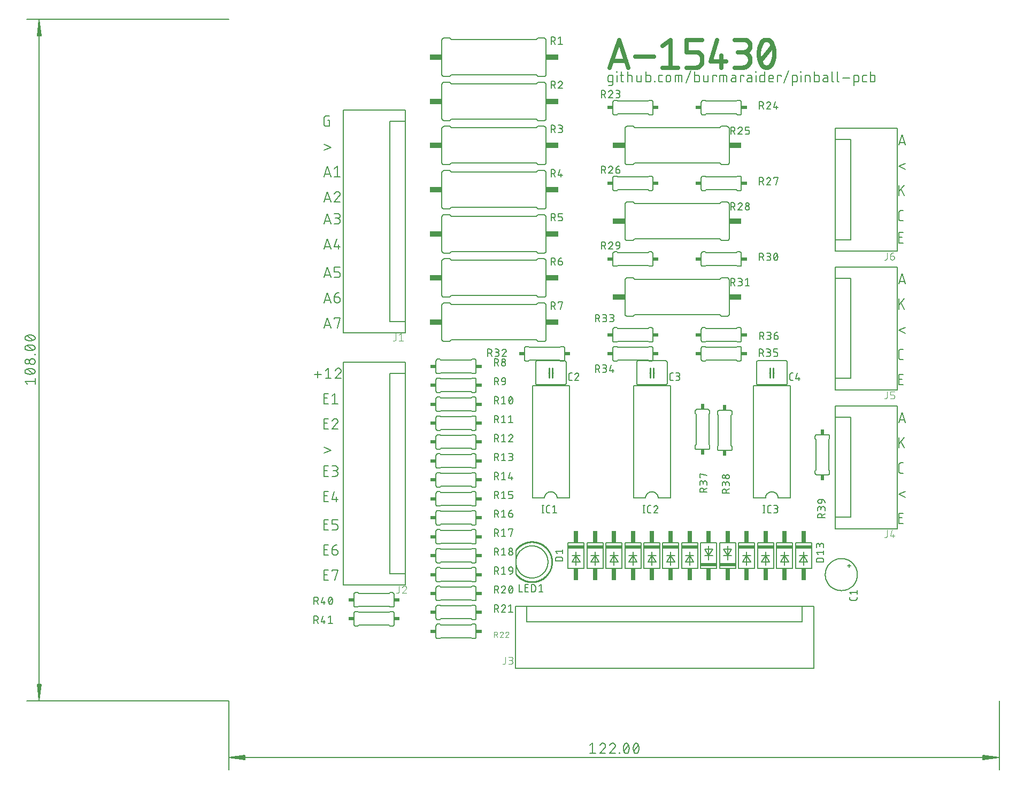
<source format=gbr>
G04 EAGLE Gerber RS-274X export*
G75*
%MOMM*%
%FSLAX34Y34*%
%LPD*%
%INSilkscreen Top*%
%IPPOS*%
%AMOC8*
5,1,8,0,0,1.08239X$1,22.5*%
G01*
%ADD10C,0.152400*%
%ADD11C,0.660400*%
%ADD12C,0.130000*%
%ADD13C,0.127000*%
%ADD14R,2.540000X0.508000*%
%ADD15R,0.762000X1.905000*%
%ADD16C,0.203200*%
%ADD17C,0.101600*%
%ADD18C,0.254000*%
%ADD19R,1.930400X0.812800*%
%ADD20R,0.863600X0.609600*%
%ADD21R,0.609600X0.863600*%


D10*
X157084Y919793D02*
X159793Y919793D01*
X159793Y910762D01*
X154374Y910762D01*
X154256Y910764D01*
X154138Y910770D01*
X154020Y910779D01*
X153903Y910793D01*
X153786Y910810D01*
X153669Y910831D01*
X153554Y910856D01*
X153439Y910885D01*
X153325Y910918D01*
X153213Y910954D01*
X153102Y910994D01*
X152992Y911037D01*
X152883Y911084D01*
X152776Y911134D01*
X152671Y911189D01*
X152568Y911246D01*
X152467Y911307D01*
X152367Y911371D01*
X152270Y911438D01*
X152175Y911508D01*
X152083Y911582D01*
X151992Y911658D01*
X151905Y911738D01*
X151820Y911820D01*
X151738Y911905D01*
X151658Y911992D01*
X151582Y912083D01*
X151508Y912175D01*
X151438Y912270D01*
X151371Y912367D01*
X151307Y912467D01*
X151246Y912568D01*
X151189Y912671D01*
X151134Y912776D01*
X151084Y912883D01*
X151037Y912992D01*
X150994Y913102D01*
X150954Y913213D01*
X150918Y913325D01*
X150885Y913439D01*
X150856Y913554D01*
X150831Y913669D01*
X150810Y913786D01*
X150793Y913903D01*
X150779Y914020D01*
X150770Y914138D01*
X150764Y914256D01*
X150762Y914374D01*
X150762Y923406D01*
X150764Y923524D01*
X150770Y923642D01*
X150779Y923760D01*
X150793Y923877D01*
X150810Y923994D01*
X150831Y924111D01*
X150856Y924226D01*
X150885Y924341D01*
X150918Y924455D01*
X150954Y924567D01*
X150994Y924678D01*
X151037Y924788D01*
X151084Y924897D01*
X151134Y925004D01*
X151188Y925109D01*
X151246Y925212D01*
X151307Y925313D01*
X151371Y925413D01*
X151438Y925510D01*
X151508Y925605D01*
X151582Y925697D01*
X151658Y925788D01*
X151738Y925875D01*
X151820Y925960D01*
X151905Y926042D01*
X151992Y926122D01*
X152083Y926198D01*
X152175Y926272D01*
X152270Y926342D01*
X152367Y926409D01*
X152467Y926473D01*
X152568Y926534D01*
X152671Y926591D01*
X152776Y926645D01*
X152883Y926696D01*
X152992Y926743D01*
X153102Y926786D01*
X153213Y926826D01*
X153325Y926862D01*
X153439Y926895D01*
X153554Y926924D01*
X153669Y926949D01*
X153786Y926970D01*
X153903Y926987D01*
X154020Y927001D01*
X154138Y927010D01*
X154256Y927016D01*
X154374Y927018D01*
X159793Y927018D01*
X150762Y881599D02*
X161599Y877084D01*
X150762Y872568D01*
X156181Y847018D02*
X150762Y830762D01*
X161599Y830762D02*
X156181Y847018D01*
X160245Y834826D02*
X152117Y834826D01*
X167296Y843406D02*
X171812Y847018D01*
X171812Y830762D01*
X176327Y830762D02*
X167296Y830762D01*
X156181Y807018D02*
X150762Y790762D01*
X161599Y790762D02*
X156181Y807018D01*
X160245Y794826D02*
X152117Y794826D01*
X172263Y807018D02*
X172388Y807016D01*
X172513Y807010D01*
X172638Y807001D01*
X172762Y806987D01*
X172886Y806970D01*
X173010Y806949D01*
X173132Y806924D01*
X173254Y806895D01*
X173375Y806863D01*
X173495Y806827D01*
X173614Y806787D01*
X173731Y806744D01*
X173847Y806697D01*
X173962Y806646D01*
X174074Y806592D01*
X174186Y806534D01*
X174295Y806474D01*
X174402Y806409D01*
X174508Y806342D01*
X174611Y806271D01*
X174712Y806197D01*
X174811Y806120D01*
X174907Y806040D01*
X175001Y805957D01*
X175092Y805872D01*
X175181Y805783D01*
X175266Y805692D01*
X175349Y805598D01*
X175429Y805502D01*
X175506Y805403D01*
X175580Y805302D01*
X175651Y805199D01*
X175718Y805093D01*
X175783Y804986D01*
X175843Y804877D01*
X175901Y804765D01*
X175955Y804653D01*
X176006Y804538D01*
X176053Y804422D01*
X176096Y804305D01*
X176136Y804186D01*
X176172Y804066D01*
X176204Y803945D01*
X176233Y803823D01*
X176258Y803701D01*
X176279Y803577D01*
X176296Y803453D01*
X176310Y803329D01*
X176319Y803204D01*
X176325Y803079D01*
X176327Y802954D01*
X172263Y807018D02*
X172120Y807016D01*
X171978Y807010D01*
X171835Y807000D01*
X171693Y806987D01*
X171552Y806969D01*
X171410Y806948D01*
X171270Y806923D01*
X171130Y806894D01*
X170991Y806861D01*
X170853Y806824D01*
X170716Y806784D01*
X170581Y806740D01*
X170446Y806692D01*
X170313Y806640D01*
X170181Y806585D01*
X170051Y806526D01*
X169923Y806464D01*
X169796Y806398D01*
X169671Y806329D01*
X169548Y806257D01*
X169428Y806181D01*
X169309Y806102D01*
X169192Y806019D01*
X169078Y805934D01*
X168966Y805845D01*
X168857Y805754D01*
X168750Y805659D01*
X168645Y805562D01*
X168544Y805461D01*
X168445Y805358D01*
X168349Y805253D01*
X168256Y805144D01*
X168166Y805033D01*
X168079Y804920D01*
X167995Y804805D01*
X167915Y804687D01*
X167837Y804567D01*
X167763Y804445D01*
X167693Y804321D01*
X167625Y804195D01*
X167562Y804067D01*
X167501Y803938D01*
X167444Y803807D01*
X167391Y803675D01*
X167342Y803541D01*
X167296Y803406D01*
X174972Y799793D02*
X175066Y799885D01*
X175156Y799979D01*
X175244Y800076D01*
X175329Y800176D01*
X175411Y800278D01*
X175490Y800383D01*
X175565Y800490D01*
X175637Y800599D01*
X175706Y800710D01*
X175772Y800824D01*
X175834Y800939D01*
X175893Y801056D01*
X175948Y801175D01*
X175999Y801295D01*
X176047Y801417D01*
X176092Y801540D01*
X176132Y801664D01*
X176169Y801790D01*
X176202Y801917D01*
X176231Y802044D01*
X176257Y802173D01*
X176278Y802302D01*
X176296Y802432D01*
X176309Y802562D01*
X176319Y802692D01*
X176325Y802823D01*
X176327Y802954D01*
X174973Y799793D02*
X167296Y790762D01*
X176327Y790762D01*
X156181Y772018D02*
X150762Y755762D01*
X161599Y755762D02*
X156181Y772018D01*
X160245Y759826D02*
X152117Y759826D01*
X167296Y755762D02*
X171812Y755762D01*
X171945Y755764D01*
X172077Y755770D01*
X172209Y755780D01*
X172341Y755793D01*
X172473Y755811D01*
X172603Y755832D01*
X172734Y755857D01*
X172863Y755886D01*
X172991Y755919D01*
X173119Y755955D01*
X173245Y755995D01*
X173370Y756039D01*
X173494Y756087D01*
X173616Y756138D01*
X173737Y756193D01*
X173856Y756251D01*
X173974Y756313D01*
X174089Y756378D01*
X174203Y756447D01*
X174314Y756518D01*
X174423Y756594D01*
X174530Y756672D01*
X174635Y756753D01*
X174737Y756838D01*
X174837Y756925D01*
X174934Y757015D01*
X175029Y757108D01*
X175120Y757204D01*
X175209Y757302D01*
X175295Y757403D01*
X175378Y757507D01*
X175458Y757613D01*
X175534Y757721D01*
X175608Y757831D01*
X175678Y757944D01*
X175745Y758058D01*
X175808Y758175D01*
X175868Y758293D01*
X175925Y758413D01*
X175978Y758535D01*
X176027Y758658D01*
X176073Y758782D01*
X176115Y758908D01*
X176153Y759035D01*
X176188Y759163D01*
X176219Y759292D01*
X176246Y759421D01*
X176269Y759552D01*
X176289Y759683D01*
X176304Y759815D01*
X176316Y759947D01*
X176324Y760079D01*
X176328Y760212D01*
X176328Y760344D01*
X176324Y760477D01*
X176316Y760609D01*
X176304Y760741D01*
X176289Y760873D01*
X176269Y761004D01*
X176246Y761135D01*
X176219Y761264D01*
X176188Y761393D01*
X176153Y761521D01*
X176115Y761648D01*
X176073Y761774D01*
X176027Y761898D01*
X175978Y762021D01*
X175925Y762143D01*
X175868Y762263D01*
X175808Y762381D01*
X175745Y762498D01*
X175678Y762612D01*
X175608Y762725D01*
X175534Y762835D01*
X175458Y762943D01*
X175378Y763049D01*
X175295Y763153D01*
X175209Y763254D01*
X175120Y763352D01*
X175029Y763448D01*
X174934Y763541D01*
X174837Y763631D01*
X174737Y763718D01*
X174635Y763803D01*
X174530Y763884D01*
X174423Y763962D01*
X174314Y764038D01*
X174203Y764109D01*
X174089Y764178D01*
X173974Y764243D01*
X173856Y764305D01*
X173737Y764363D01*
X173616Y764418D01*
X173494Y764469D01*
X173370Y764517D01*
X173245Y764561D01*
X173119Y764601D01*
X172991Y764637D01*
X172863Y764670D01*
X172734Y764699D01*
X172603Y764724D01*
X172473Y764745D01*
X172341Y764763D01*
X172209Y764776D01*
X172077Y764786D01*
X171945Y764792D01*
X171812Y764794D01*
X172715Y772018D02*
X167296Y772018D01*
X172715Y772018D02*
X172834Y772016D01*
X172954Y772010D01*
X173073Y772000D01*
X173191Y771986D01*
X173310Y771969D01*
X173427Y771947D01*
X173544Y771922D01*
X173659Y771892D01*
X173774Y771859D01*
X173888Y771822D01*
X174000Y771782D01*
X174111Y771737D01*
X174220Y771689D01*
X174328Y771638D01*
X174434Y771583D01*
X174538Y771524D01*
X174640Y771462D01*
X174740Y771397D01*
X174838Y771328D01*
X174934Y771256D01*
X175027Y771181D01*
X175117Y771104D01*
X175205Y771023D01*
X175290Y770939D01*
X175372Y770852D01*
X175452Y770763D01*
X175528Y770671D01*
X175602Y770577D01*
X175672Y770480D01*
X175739Y770382D01*
X175803Y770281D01*
X175863Y770177D01*
X175920Y770072D01*
X175973Y769965D01*
X176023Y769857D01*
X176069Y769747D01*
X176111Y769635D01*
X176150Y769522D01*
X176185Y769408D01*
X176216Y769293D01*
X176244Y769176D01*
X176267Y769059D01*
X176287Y768942D01*
X176303Y768823D01*
X176315Y768704D01*
X176323Y768585D01*
X176327Y768466D01*
X176327Y768346D01*
X176323Y768227D01*
X176315Y768108D01*
X176303Y767989D01*
X176287Y767870D01*
X176267Y767753D01*
X176244Y767636D01*
X176216Y767519D01*
X176185Y767404D01*
X176150Y767290D01*
X176111Y767177D01*
X176069Y767065D01*
X176023Y766955D01*
X175973Y766847D01*
X175920Y766740D01*
X175863Y766635D01*
X175803Y766531D01*
X175739Y766430D01*
X175672Y766332D01*
X175602Y766235D01*
X175528Y766141D01*
X175452Y766049D01*
X175372Y765960D01*
X175290Y765873D01*
X175205Y765789D01*
X175117Y765708D01*
X175027Y765631D01*
X174934Y765556D01*
X174838Y765484D01*
X174740Y765415D01*
X174640Y765350D01*
X174538Y765288D01*
X174434Y765229D01*
X174328Y765174D01*
X174220Y765123D01*
X174111Y765075D01*
X174000Y765030D01*
X173888Y764990D01*
X173774Y764953D01*
X173659Y764920D01*
X173544Y764890D01*
X173427Y764865D01*
X173310Y764843D01*
X173191Y764826D01*
X173073Y764812D01*
X172954Y764802D01*
X172834Y764796D01*
X172715Y764794D01*
X172715Y764793D02*
X169103Y764793D01*
X156181Y732018D02*
X150762Y715762D01*
X161599Y715762D02*
X156181Y732018D01*
X160245Y719826D02*
X152117Y719826D01*
X167296Y719374D02*
X170909Y732018D01*
X167296Y719374D02*
X176327Y719374D01*
X173618Y722987D02*
X173618Y715762D01*
X156181Y687018D02*
X150762Y670762D01*
X161599Y670762D02*
X156181Y687018D01*
X160245Y674826D02*
X152117Y674826D01*
X167296Y670762D02*
X172715Y670762D01*
X172833Y670764D01*
X172951Y670770D01*
X173069Y670779D01*
X173186Y670793D01*
X173303Y670810D01*
X173420Y670831D01*
X173535Y670856D01*
X173650Y670885D01*
X173764Y670918D01*
X173876Y670954D01*
X173987Y670994D01*
X174097Y671037D01*
X174206Y671084D01*
X174313Y671134D01*
X174418Y671189D01*
X174521Y671246D01*
X174622Y671307D01*
X174722Y671371D01*
X174819Y671438D01*
X174914Y671508D01*
X175006Y671582D01*
X175097Y671658D01*
X175184Y671738D01*
X175269Y671820D01*
X175351Y671905D01*
X175431Y671992D01*
X175507Y672083D01*
X175581Y672175D01*
X175651Y672270D01*
X175718Y672367D01*
X175782Y672467D01*
X175843Y672568D01*
X175900Y672671D01*
X175955Y672776D01*
X176005Y672883D01*
X176052Y672992D01*
X176095Y673102D01*
X176135Y673213D01*
X176171Y673325D01*
X176204Y673439D01*
X176233Y673554D01*
X176258Y673669D01*
X176279Y673786D01*
X176296Y673903D01*
X176310Y674020D01*
X176319Y674138D01*
X176325Y674256D01*
X176327Y674374D01*
X176327Y676181D01*
X176325Y676299D01*
X176319Y676417D01*
X176310Y676535D01*
X176296Y676652D01*
X176279Y676769D01*
X176258Y676886D01*
X176233Y677001D01*
X176204Y677116D01*
X176171Y677230D01*
X176135Y677342D01*
X176095Y677453D01*
X176052Y677563D01*
X176005Y677672D01*
X175955Y677779D01*
X175900Y677884D01*
X175843Y677987D01*
X175782Y678088D01*
X175718Y678188D01*
X175651Y678285D01*
X175581Y678380D01*
X175507Y678472D01*
X175431Y678563D01*
X175351Y678650D01*
X175269Y678735D01*
X175184Y678817D01*
X175097Y678897D01*
X175006Y678973D01*
X174914Y679047D01*
X174819Y679117D01*
X174722Y679184D01*
X174622Y679248D01*
X174521Y679309D01*
X174418Y679366D01*
X174313Y679421D01*
X174206Y679471D01*
X174097Y679518D01*
X173987Y679561D01*
X173876Y679601D01*
X173764Y679637D01*
X173650Y679670D01*
X173535Y679699D01*
X173420Y679724D01*
X173303Y679745D01*
X173186Y679762D01*
X173069Y679776D01*
X172951Y679785D01*
X172833Y679791D01*
X172715Y679793D01*
X167296Y679793D01*
X167296Y687018D01*
X176327Y687018D01*
X156181Y647018D02*
X150762Y630762D01*
X161599Y630762D02*
X156181Y647018D01*
X160245Y634826D02*
X152117Y634826D01*
X167296Y639793D02*
X172715Y639793D01*
X172833Y639791D01*
X172951Y639785D01*
X173069Y639776D01*
X173186Y639762D01*
X173303Y639745D01*
X173420Y639724D01*
X173535Y639699D01*
X173650Y639670D01*
X173764Y639637D01*
X173876Y639601D01*
X173987Y639561D01*
X174097Y639518D01*
X174206Y639471D01*
X174313Y639421D01*
X174418Y639366D01*
X174521Y639309D01*
X174622Y639248D01*
X174722Y639184D01*
X174819Y639117D01*
X174914Y639047D01*
X175006Y638973D01*
X175097Y638897D01*
X175184Y638817D01*
X175269Y638735D01*
X175351Y638650D01*
X175431Y638563D01*
X175507Y638472D01*
X175581Y638380D01*
X175651Y638285D01*
X175718Y638188D01*
X175782Y638088D01*
X175843Y637987D01*
X175900Y637884D01*
X175955Y637779D01*
X176005Y637672D01*
X176052Y637563D01*
X176095Y637453D01*
X176135Y637342D01*
X176171Y637230D01*
X176204Y637116D01*
X176233Y637001D01*
X176258Y636886D01*
X176279Y636769D01*
X176296Y636652D01*
X176310Y636535D01*
X176319Y636417D01*
X176325Y636299D01*
X176327Y636181D01*
X176327Y635278D01*
X176328Y635278D02*
X176326Y635145D01*
X176320Y635013D01*
X176310Y634881D01*
X176297Y634749D01*
X176279Y634617D01*
X176258Y634487D01*
X176233Y634356D01*
X176204Y634227D01*
X176171Y634099D01*
X176135Y633971D01*
X176095Y633845D01*
X176051Y633720D01*
X176003Y633596D01*
X175952Y633474D01*
X175897Y633353D01*
X175839Y633234D01*
X175777Y633116D01*
X175712Y633001D01*
X175643Y632887D01*
X175572Y632776D01*
X175496Y632667D01*
X175418Y632560D01*
X175337Y632455D01*
X175252Y632353D01*
X175165Y632253D01*
X175075Y632156D01*
X174982Y632061D01*
X174886Y631970D01*
X174788Y631881D01*
X174687Y631795D01*
X174583Y631712D01*
X174477Y631632D01*
X174369Y631556D01*
X174259Y631482D01*
X174146Y631412D01*
X174032Y631345D01*
X173915Y631282D01*
X173797Y631222D01*
X173677Y631165D01*
X173555Y631112D01*
X173432Y631063D01*
X173308Y631017D01*
X173182Y630975D01*
X173055Y630937D01*
X172927Y630902D01*
X172798Y630871D01*
X172669Y630844D01*
X172538Y630821D01*
X172407Y630801D01*
X172275Y630786D01*
X172143Y630774D01*
X172011Y630766D01*
X171878Y630762D01*
X171746Y630762D01*
X171613Y630766D01*
X171481Y630774D01*
X171349Y630786D01*
X171217Y630801D01*
X171086Y630821D01*
X170955Y630844D01*
X170826Y630871D01*
X170697Y630902D01*
X170569Y630937D01*
X170442Y630975D01*
X170316Y631017D01*
X170192Y631063D01*
X170069Y631112D01*
X169947Y631165D01*
X169827Y631222D01*
X169709Y631282D01*
X169592Y631345D01*
X169478Y631412D01*
X169365Y631482D01*
X169255Y631556D01*
X169147Y631632D01*
X169041Y631712D01*
X168937Y631795D01*
X168836Y631881D01*
X168738Y631970D01*
X168642Y632061D01*
X168549Y632156D01*
X168459Y632253D01*
X168372Y632353D01*
X168287Y632455D01*
X168206Y632560D01*
X168128Y632667D01*
X168052Y632776D01*
X167981Y632887D01*
X167912Y633001D01*
X167847Y633116D01*
X167785Y633234D01*
X167727Y633353D01*
X167672Y633474D01*
X167621Y633596D01*
X167573Y633720D01*
X167529Y633845D01*
X167489Y633971D01*
X167453Y634099D01*
X167420Y634227D01*
X167391Y634356D01*
X167366Y634487D01*
X167345Y634617D01*
X167327Y634749D01*
X167314Y634881D01*
X167304Y635013D01*
X167298Y635145D01*
X167296Y635278D01*
X167296Y639793D01*
X167298Y639970D01*
X167305Y640148D01*
X167316Y640325D01*
X167331Y640501D01*
X167350Y640677D01*
X167374Y640853D01*
X167402Y641028D01*
X167435Y641203D01*
X167472Y641376D01*
X167513Y641549D01*
X167558Y641720D01*
X167607Y641890D01*
X167661Y642059D01*
X167718Y642227D01*
X167780Y642393D01*
X167846Y642558D01*
X167916Y642721D01*
X167990Y642882D01*
X168067Y643041D01*
X168149Y643199D01*
X168235Y643354D01*
X168324Y643507D01*
X168417Y643658D01*
X168514Y643807D01*
X168614Y643953D01*
X168718Y644097D01*
X168825Y644238D01*
X168936Y644376D01*
X169050Y644512D01*
X169168Y644645D01*
X169288Y644775D01*
X169412Y644902D01*
X169539Y645026D01*
X169669Y645146D01*
X169802Y645264D01*
X169937Y645378D01*
X170076Y645489D01*
X170217Y645596D01*
X170361Y645700D01*
X170507Y645800D01*
X170656Y645897D01*
X170807Y645990D01*
X170960Y646079D01*
X171115Y646165D01*
X171273Y646247D01*
X171432Y646324D01*
X171593Y646398D01*
X171756Y646468D01*
X171921Y646534D01*
X172087Y646596D01*
X172255Y646653D01*
X172424Y646707D01*
X172594Y646756D01*
X172765Y646801D01*
X172938Y646842D01*
X173111Y646879D01*
X173286Y646912D01*
X173461Y646940D01*
X173637Y646964D01*
X173813Y646983D01*
X173989Y646998D01*
X174166Y647009D01*
X174344Y647016D01*
X174521Y647018D01*
X156181Y607018D02*
X150762Y590762D01*
X161599Y590762D02*
X156181Y607018D01*
X160245Y594826D02*
X152117Y594826D01*
X167296Y605212D02*
X167296Y607018D01*
X176327Y607018D01*
X171812Y590762D01*
X146599Y517084D02*
X135762Y517084D01*
X141181Y522502D02*
X141181Y511665D01*
X153338Y523406D02*
X157854Y527018D01*
X157854Y510762D01*
X153338Y510762D02*
X162370Y510762D01*
X178001Y522954D02*
X177999Y523079D01*
X177993Y523204D01*
X177984Y523329D01*
X177970Y523453D01*
X177953Y523577D01*
X177932Y523701D01*
X177907Y523823D01*
X177878Y523945D01*
X177846Y524066D01*
X177810Y524186D01*
X177770Y524305D01*
X177727Y524422D01*
X177680Y524538D01*
X177629Y524653D01*
X177575Y524765D01*
X177517Y524877D01*
X177457Y524986D01*
X177392Y525093D01*
X177325Y525199D01*
X177254Y525302D01*
X177180Y525403D01*
X177103Y525502D01*
X177023Y525598D01*
X176940Y525692D01*
X176855Y525783D01*
X176766Y525872D01*
X176675Y525957D01*
X176581Y526040D01*
X176485Y526120D01*
X176386Y526197D01*
X176285Y526271D01*
X176182Y526342D01*
X176076Y526409D01*
X175969Y526474D01*
X175860Y526534D01*
X175748Y526592D01*
X175636Y526646D01*
X175521Y526697D01*
X175405Y526744D01*
X175288Y526787D01*
X175169Y526827D01*
X175049Y526863D01*
X174928Y526895D01*
X174806Y526924D01*
X174684Y526949D01*
X174560Y526970D01*
X174436Y526987D01*
X174312Y527001D01*
X174187Y527010D01*
X174062Y527016D01*
X173937Y527018D01*
X173794Y527016D01*
X173652Y527010D01*
X173509Y527000D01*
X173367Y526987D01*
X173226Y526969D01*
X173084Y526948D01*
X172944Y526923D01*
X172804Y526894D01*
X172665Y526861D01*
X172527Y526824D01*
X172390Y526784D01*
X172255Y526740D01*
X172120Y526692D01*
X171987Y526640D01*
X171855Y526585D01*
X171725Y526526D01*
X171597Y526464D01*
X171470Y526398D01*
X171345Y526329D01*
X171222Y526257D01*
X171102Y526181D01*
X170983Y526102D01*
X170866Y526019D01*
X170752Y525934D01*
X170640Y525845D01*
X170531Y525754D01*
X170424Y525659D01*
X170319Y525562D01*
X170218Y525461D01*
X170119Y525358D01*
X170023Y525253D01*
X169930Y525144D01*
X169840Y525033D01*
X169753Y524920D01*
X169669Y524805D01*
X169589Y524687D01*
X169511Y524567D01*
X169437Y524445D01*
X169367Y524321D01*
X169299Y524195D01*
X169236Y524067D01*
X169175Y523938D01*
X169118Y523807D01*
X169065Y523675D01*
X169016Y523541D01*
X168970Y523406D01*
X176646Y519793D02*
X176740Y519885D01*
X176830Y519979D01*
X176918Y520076D01*
X177003Y520176D01*
X177085Y520278D01*
X177164Y520383D01*
X177239Y520490D01*
X177311Y520599D01*
X177380Y520710D01*
X177446Y520824D01*
X177508Y520939D01*
X177567Y521056D01*
X177622Y521175D01*
X177673Y521295D01*
X177721Y521417D01*
X177766Y521540D01*
X177806Y521664D01*
X177843Y521790D01*
X177876Y521917D01*
X177905Y522044D01*
X177931Y522173D01*
X177952Y522302D01*
X177970Y522432D01*
X177983Y522562D01*
X177993Y522692D01*
X177999Y522823D01*
X178001Y522954D01*
X176646Y519793D02*
X168970Y510762D01*
X178001Y510762D01*
X150762Y401599D02*
X161599Y397084D01*
X150762Y392568D01*
X150762Y470762D02*
X157987Y470762D01*
X150762Y470762D02*
X150762Y487018D01*
X157987Y487018D01*
X156181Y479793D02*
X150762Y479793D01*
X163758Y483406D02*
X168274Y487018D01*
X168274Y470762D01*
X172789Y470762D02*
X163758Y470762D01*
X157987Y430762D02*
X150762Y430762D01*
X150762Y447018D01*
X157987Y447018D01*
X156181Y439793D02*
X150762Y439793D01*
X168725Y447018D02*
X168850Y447016D01*
X168975Y447010D01*
X169100Y447001D01*
X169224Y446987D01*
X169348Y446970D01*
X169472Y446949D01*
X169594Y446924D01*
X169716Y446895D01*
X169837Y446863D01*
X169957Y446827D01*
X170076Y446787D01*
X170193Y446744D01*
X170309Y446697D01*
X170424Y446646D01*
X170536Y446592D01*
X170648Y446534D01*
X170757Y446474D01*
X170864Y446409D01*
X170970Y446342D01*
X171073Y446271D01*
X171174Y446197D01*
X171273Y446120D01*
X171369Y446040D01*
X171463Y445957D01*
X171554Y445872D01*
X171643Y445783D01*
X171728Y445692D01*
X171811Y445598D01*
X171891Y445502D01*
X171968Y445403D01*
X172042Y445302D01*
X172113Y445199D01*
X172180Y445093D01*
X172245Y444986D01*
X172305Y444877D01*
X172363Y444765D01*
X172417Y444653D01*
X172468Y444538D01*
X172515Y444422D01*
X172558Y444305D01*
X172598Y444186D01*
X172634Y444066D01*
X172666Y443945D01*
X172695Y443823D01*
X172720Y443701D01*
X172741Y443577D01*
X172758Y443453D01*
X172772Y443329D01*
X172781Y443204D01*
X172787Y443079D01*
X172789Y442954D01*
X168725Y447018D02*
X168582Y447016D01*
X168440Y447010D01*
X168297Y447000D01*
X168155Y446987D01*
X168014Y446969D01*
X167872Y446948D01*
X167732Y446923D01*
X167592Y446894D01*
X167453Y446861D01*
X167315Y446824D01*
X167178Y446784D01*
X167043Y446740D01*
X166908Y446692D01*
X166775Y446640D01*
X166643Y446585D01*
X166513Y446526D01*
X166385Y446464D01*
X166258Y446398D01*
X166133Y446329D01*
X166010Y446257D01*
X165890Y446181D01*
X165771Y446102D01*
X165654Y446019D01*
X165540Y445934D01*
X165428Y445845D01*
X165319Y445754D01*
X165212Y445659D01*
X165107Y445562D01*
X165006Y445461D01*
X164907Y445358D01*
X164811Y445253D01*
X164718Y445144D01*
X164628Y445033D01*
X164541Y444920D01*
X164457Y444805D01*
X164377Y444687D01*
X164299Y444567D01*
X164225Y444445D01*
X164155Y444321D01*
X164087Y444195D01*
X164024Y444067D01*
X163963Y443938D01*
X163906Y443807D01*
X163853Y443675D01*
X163804Y443541D01*
X163758Y443406D01*
X171434Y439793D02*
X171528Y439885D01*
X171618Y439979D01*
X171706Y440076D01*
X171791Y440176D01*
X171873Y440278D01*
X171952Y440383D01*
X172027Y440490D01*
X172099Y440599D01*
X172168Y440710D01*
X172234Y440824D01*
X172296Y440939D01*
X172355Y441056D01*
X172410Y441175D01*
X172461Y441295D01*
X172509Y441417D01*
X172554Y441540D01*
X172594Y441664D01*
X172631Y441790D01*
X172664Y441917D01*
X172693Y442044D01*
X172719Y442173D01*
X172740Y442302D01*
X172758Y442432D01*
X172771Y442562D01*
X172781Y442692D01*
X172787Y442823D01*
X172789Y442954D01*
X171435Y439793D02*
X163758Y430762D01*
X172789Y430762D01*
X157987Y355762D02*
X150762Y355762D01*
X150762Y372018D01*
X157987Y372018D01*
X156181Y364793D02*
X150762Y364793D01*
X163758Y355762D02*
X168274Y355762D01*
X168407Y355764D01*
X168539Y355770D01*
X168671Y355780D01*
X168803Y355793D01*
X168935Y355811D01*
X169065Y355832D01*
X169196Y355857D01*
X169325Y355886D01*
X169453Y355919D01*
X169581Y355955D01*
X169707Y355995D01*
X169832Y356039D01*
X169956Y356087D01*
X170078Y356138D01*
X170199Y356193D01*
X170318Y356251D01*
X170436Y356313D01*
X170551Y356378D01*
X170665Y356447D01*
X170776Y356518D01*
X170885Y356594D01*
X170992Y356672D01*
X171097Y356753D01*
X171199Y356838D01*
X171299Y356925D01*
X171396Y357015D01*
X171491Y357108D01*
X171582Y357204D01*
X171671Y357302D01*
X171757Y357403D01*
X171840Y357507D01*
X171920Y357613D01*
X171996Y357721D01*
X172070Y357831D01*
X172140Y357944D01*
X172207Y358058D01*
X172270Y358175D01*
X172330Y358293D01*
X172387Y358413D01*
X172440Y358535D01*
X172489Y358658D01*
X172535Y358782D01*
X172577Y358908D01*
X172615Y359035D01*
X172650Y359163D01*
X172681Y359292D01*
X172708Y359421D01*
X172731Y359552D01*
X172751Y359683D01*
X172766Y359815D01*
X172778Y359947D01*
X172786Y360079D01*
X172790Y360212D01*
X172790Y360344D01*
X172786Y360477D01*
X172778Y360609D01*
X172766Y360741D01*
X172751Y360873D01*
X172731Y361004D01*
X172708Y361135D01*
X172681Y361264D01*
X172650Y361393D01*
X172615Y361521D01*
X172577Y361648D01*
X172535Y361774D01*
X172489Y361898D01*
X172440Y362021D01*
X172387Y362143D01*
X172330Y362263D01*
X172270Y362381D01*
X172207Y362498D01*
X172140Y362612D01*
X172070Y362725D01*
X171996Y362835D01*
X171920Y362943D01*
X171840Y363049D01*
X171757Y363153D01*
X171671Y363254D01*
X171582Y363352D01*
X171491Y363448D01*
X171396Y363541D01*
X171299Y363631D01*
X171199Y363718D01*
X171097Y363803D01*
X170992Y363884D01*
X170885Y363962D01*
X170776Y364038D01*
X170665Y364109D01*
X170551Y364178D01*
X170436Y364243D01*
X170318Y364305D01*
X170199Y364363D01*
X170078Y364418D01*
X169956Y364469D01*
X169832Y364517D01*
X169707Y364561D01*
X169581Y364601D01*
X169453Y364637D01*
X169325Y364670D01*
X169196Y364699D01*
X169065Y364724D01*
X168935Y364745D01*
X168803Y364763D01*
X168671Y364776D01*
X168539Y364786D01*
X168407Y364792D01*
X168274Y364794D01*
X169177Y372018D02*
X163758Y372018D01*
X169177Y372018D02*
X169296Y372016D01*
X169416Y372010D01*
X169535Y372000D01*
X169653Y371986D01*
X169772Y371969D01*
X169889Y371947D01*
X170006Y371922D01*
X170121Y371892D01*
X170236Y371859D01*
X170350Y371822D01*
X170462Y371782D01*
X170573Y371737D01*
X170682Y371689D01*
X170790Y371638D01*
X170896Y371583D01*
X171000Y371524D01*
X171102Y371462D01*
X171202Y371397D01*
X171300Y371328D01*
X171396Y371256D01*
X171489Y371181D01*
X171579Y371104D01*
X171667Y371023D01*
X171752Y370939D01*
X171834Y370852D01*
X171914Y370763D01*
X171990Y370671D01*
X172064Y370577D01*
X172134Y370480D01*
X172201Y370382D01*
X172265Y370281D01*
X172325Y370177D01*
X172382Y370072D01*
X172435Y369965D01*
X172485Y369857D01*
X172531Y369747D01*
X172573Y369635D01*
X172612Y369522D01*
X172647Y369408D01*
X172678Y369293D01*
X172706Y369176D01*
X172729Y369059D01*
X172749Y368942D01*
X172765Y368823D01*
X172777Y368704D01*
X172785Y368585D01*
X172789Y368466D01*
X172789Y368346D01*
X172785Y368227D01*
X172777Y368108D01*
X172765Y367989D01*
X172749Y367870D01*
X172729Y367753D01*
X172706Y367636D01*
X172678Y367519D01*
X172647Y367404D01*
X172612Y367290D01*
X172573Y367177D01*
X172531Y367065D01*
X172485Y366955D01*
X172435Y366847D01*
X172382Y366740D01*
X172325Y366635D01*
X172265Y366531D01*
X172201Y366430D01*
X172134Y366332D01*
X172064Y366235D01*
X171990Y366141D01*
X171914Y366049D01*
X171834Y365960D01*
X171752Y365873D01*
X171667Y365789D01*
X171579Y365708D01*
X171489Y365631D01*
X171396Y365556D01*
X171300Y365484D01*
X171202Y365415D01*
X171102Y365350D01*
X171000Y365288D01*
X170896Y365229D01*
X170790Y365174D01*
X170682Y365123D01*
X170573Y365075D01*
X170462Y365030D01*
X170350Y364990D01*
X170236Y364953D01*
X170121Y364920D01*
X170006Y364890D01*
X169889Y364865D01*
X169772Y364843D01*
X169653Y364826D01*
X169535Y364812D01*
X169416Y364802D01*
X169296Y364796D01*
X169177Y364794D01*
X169177Y364793D02*
X165564Y364793D01*
X157987Y315762D02*
X150762Y315762D01*
X150762Y332018D01*
X157987Y332018D01*
X156181Y324793D02*
X150762Y324793D01*
X163758Y319374D02*
X167371Y332018D01*
X163758Y319374D02*
X172789Y319374D01*
X170080Y322987D02*
X170080Y315762D01*
X157987Y270762D02*
X150762Y270762D01*
X150762Y287018D01*
X157987Y287018D01*
X156181Y279793D02*
X150762Y279793D01*
X163758Y270762D02*
X169177Y270762D01*
X169295Y270764D01*
X169413Y270770D01*
X169531Y270779D01*
X169648Y270793D01*
X169765Y270810D01*
X169882Y270831D01*
X169997Y270856D01*
X170112Y270885D01*
X170226Y270918D01*
X170338Y270954D01*
X170449Y270994D01*
X170559Y271037D01*
X170668Y271084D01*
X170775Y271134D01*
X170880Y271189D01*
X170983Y271246D01*
X171084Y271307D01*
X171184Y271371D01*
X171281Y271438D01*
X171376Y271508D01*
X171468Y271582D01*
X171559Y271658D01*
X171646Y271738D01*
X171731Y271820D01*
X171813Y271905D01*
X171893Y271992D01*
X171969Y272083D01*
X172043Y272175D01*
X172113Y272270D01*
X172180Y272367D01*
X172244Y272467D01*
X172305Y272568D01*
X172362Y272671D01*
X172417Y272776D01*
X172467Y272883D01*
X172514Y272992D01*
X172557Y273102D01*
X172597Y273213D01*
X172633Y273325D01*
X172666Y273439D01*
X172695Y273554D01*
X172720Y273669D01*
X172741Y273786D01*
X172758Y273903D01*
X172772Y274020D01*
X172781Y274138D01*
X172787Y274256D01*
X172789Y274374D01*
X172789Y276181D01*
X172787Y276299D01*
X172781Y276417D01*
X172772Y276535D01*
X172758Y276652D01*
X172741Y276769D01*
X172720Y276886D01*
X172695Y277001D01*
X172666Y277116D01*
X172633Y277230D01*
X172597Y277342D01*
X172557Y277453D01*
X172514Y277563D01*
X172467Y277672D01*
X172417Y277779D01*
X172362Y277884D01*
X172305Y277987D01*
X172244Y278088D01*
X172180Y278188D01*
X172113Y278285D01*
X172043Y278380D01*
X171969Y278472D01*
X171893Y278563D01*
X171813Y278650D01*
X171731Y278735D01*
X171646Y278817D01*
X171559Y278897D01*
X171468Y278973D01*
X171376Y279047D01*
X171281Y279117D01*
X171184Y279184D01*
X171084Y279248D01*
X170983Y279309D01*
X170880Y279366D01*
X170775Y279421D01*
X170668Y279471D01*
X170559Y279518D01*
X170449Y279561D01*
X170338Y279601D01*
X170226Y279637D01*
X170112Y279670D01*
X169997Y279699D01*
X169882Y279724D01*
X169765Y279745D01*
X169648Y279762D01*
X169531Y279776D01*
X169413Y279785D01*
X169295Y279791D01*
X169177Y279793D01*
X163758Y279793D01*
X163758Y287018D01*
X172789Y287018D01*
X157987Y230762D02*
X150762Y230762D01*
X150762Y247018D01*
X157987Y247018D01*
X156181Y239793D02*
X150762Y239793D01*
X163758Y239793D02*
X169177Y239793D01*
X169295Y239791D01*
X169413Y239785D01*
X169531Y239776D01*
X169648Y239762D01*
X169765Y239745D01*
X169882Y239724D01*
X169997Y239699D01*
X170112Y239670D01*
X170226Y239637D01*
X170338Y239601D01*
X170449Y239561D01*
X170559Y239518D01*
X170668Y239471D01*
X170775Y239421D01*
X170880Y239366D01*
X170983Y239309D01*
X171084Y239248D01*
X171184Y239184D01*
X171281Y239117D01*
X171376Y239047D01*
X171468Y238973D01*
X171559Y238897D01*
X171646Y238817D01*
X171731Y238735D01*
X171813Y238650D01*
X171893Y238563D01*
X171969Y238472D01*
X172043Y238380D01*
X172113Y238285D01*
X172180Y238188D01*
X172244Y238088D01*
X172305Y237987D01*
X172362Y237884D01*
X172417Y237779D01*
X172467Y237672D01*
X172514Y237563D01*
X172557Y237453D01*
X172597Y237342D01*
X172633Y237230D01*
X172666Y237116D01*
X172695Y237001D01*
X172720Y236886D01*
X172741Y236769D01*
X172758Y236652D01*
X172772Y236535D01*
X172781Y236417D01*
X172787Y236299D01*
X172789Y236181D01*
X172789Y235278D01*
X172790Y235278D02*
X172788Y235145D01*
X172782Y235013D01*
X172772Y234881D01*
X172759Y234749D01*
X172741Y234617D01*
X172720Y234487D01*
X172695Y234356D01*
X172666Y234227D01*
X172633Y234099D01*
X172597Y233971D01*
X172557Y233845D01*
X172513Y233720D01*
X172465Y233596D01*
X172414Y233474D01*
X172359Y233353D01*
X172301Y233234D01*
X172239Y233116D01*
X172174Y233001D01*
X172105Y232887D01*
X172034Y232776D01*
X171958Y232667D01*
X171880Y232560D01*
X171799Y232455D01*
X171714Y232353D01*
X171627Y232253D01*
X171537Y232156D01*
X171444Y232061D01*
X171348Y231970D01*
X171250Y231881D01*
X171149Y231795D01*
X171045Y231712D01*
X170939Y231632D01*
X170831Y231556D01*
X170721Y231482D01*
X170608Y231412D01*
X170494Y231345D01*
X170377Y231282D01*
X170259Y231222D01*
X170139Y231165D01*
X170017Y231112D01*
X169894Y231063D01*
X169770Y231017D01*
X169644Y230975D01*
X169517Y230937D01*
X169389Y230902D01*
X169260Y230871D01*
X169131Y230844D01*
X169000Y230821D01*
X168869Y230801D01*
X168737Y230786D01*
X168605Y230774D01*
X168473Y230766D01*
X168340Y230762D01*
X168208Y230762D01*
X168075Y230766D01*
X167943Y230774D01*
X167811Y230786D01*
X167679Y230801D01*
X167548Y230821D01*
X167417Y230844D01*
X167288Y230871D01*
X167159Y230902D01*
X167031Y230937D01*
X166904Y230975D01*
X166778Y231017D01*
X166654Y231063D01*
X166531Y231112D01*
X166409Y231165D01*
X166289Y231222D01*
X166171Y231282D01*
X166054Y231345D01*
X165940Y231412D01*
X165827Y231482D01*
X165717Y231556D01*
X165609Y231632D01*
X165503Y231712D01*
X165399Y231795D01*
X165298Y231881D01*
X165200Y231970D01*
X165104Y232061D01*
X165011Y232156D01*
X164921Y232253D01*
X164834Y232353D01*
X164749Y232455D01*
X164668Y232560D01*
X164590Y232667D01*
X164514Y232776D01*
X164443Y232887D01*
X164374Y233001D01*
X164309Y233116D01*
X164247Y233234D01*
X164189Y233353D01*
X164134Y233474D01*
X164083Y233596D01*
X164035Y233720D01*
X163991Y233845D01*
X163951Y233971D01*
X163915Y234099D01*
X163882Y234227D01*
X163853Y234356D01*
X163828Y234487D01*
X163807Y234617D01*
X163789Y234749D01*
X163776Y234881D01*
X163766Y235013D01*
X163760Y235145D01*
X163758Y235278D01*
X163758Y239793D01*
X163760Y239970D01*
X163767Y240148D01*
X163778Y240325D01*
X163793Y240501D01*
X163812Y240677D01*
X163836Y240853D01*
X163864Y241028D01*
X163897Y241203D01*
X163934Y241376D01*
X163975Y241549D01*
X164020Y241720D01*
X164069Y241890D01*
X164123Y242059D01*
X164180Y242227D01*
X164242Y242393D01*
X164308Y242558D01*
X164378Y242721D01*
X164452Y242882D01*
X164529Y243041D01*
X164611Y243199D01*
X164697Y243354D01*
X164786Y243507D01*
X164879Y243658D01*
X164976Y243807D01*
X165076Y243953D01*
X165180Y244097D01*
X165287Y244238D01*
X165398Y244376D01*
X165512Y244512D01*
X165630Y244645D01*
X165750Y244775D01*
X165874Y244902D01*
X166001Y245026D01*
X166131Y245146D01*
X166264Y245264D01*
X166399Y245378D01*
X166538Y245489D01*
X166679Y245596D01*
X166823Y245700D01*
X166969Y245800D01*
X167118Y245897D01*
X167269Y245990D01*
X167422Y246079D01*
X167577Y246165D01*
X167735Y246247D01*
X167894Y246324D01*
X168055Y246398D01*
X168218Y246468D01*
X168383Y246534D01*
X168549Y246596D01*
X168717Y246653D01*
X168886Y246707D01*
X169056Y246756D01*
X169227Y246801D01*
X169400Y246842D01*
X169573Y246879D01*
X169748Y246912D01*
X169923Y246940D01*
X170099Y246964D01*
X170275Y246983D01*
X170451Y246998D01*
X170628Y247009D01*
X170806Y247016D01*
X170983Y247018D01*
X157987Y190762D02*
X150762Y190762D01*
X150762Y207018D01*
X157987Y207018D01*
X156181Y199793D02*
X150762Y199793D01*
X163758Y205212D02*
X163758Y207018D01*
X172789Y207018D01*
X168274Y190762D01*
X1060762Y880762D02*
X1066181Y897018D01*
X1071599Y880762D01*
X1070245Y884826D02*
X1062117Y884826D01*
X1071599Y851599D02*
X1060762Y847084D01*
X1071599Y842568D01*
X1060762Y817018D02*
X1060762Y800762D01*
X1060762Y807084D02*
X1069793Y817018D01*
X1064374Y810696D02*
X1069793Y800762D01*
X1067987Y760762D02*
X1064374Y760762D01*
X1064256Y760764D01*
X1064138Y760770D01*
X1064020Y760779D01*
X1063903Y760793D01*
X1063786Y760810D01*
X1063669Y760831D01*
X1063554Y760856D01*
X1063439Y760885D01*
X1063325Y760918D01*
X1063213Y760954D01*
X1063102Y760994D01*
X1062992Y761037D01*
X1062883Y761084D01*
X1062776Y761134D01*
X1062671Y761189D01*
X1062568Y761246D01*
X1062467Y761307D01*
X1062367Y761371D01*
X1062270Y761438D01*
X1062175Y761508D01*
X1062083Y761582D01*
X1061992Y761658D01*
X1061905Y761738D01*
X1061820Y761820D01*
X1061738Y761905D01*
X1061658Y761992D01*
X1061582Y762083D01*
X1061508Y762175D01*
X1061438Y762270D01*
X1061371Y762367D01*
X1061307Y762467D01*
X1061246Y762568D01*
X1061189Y762671D01*
X1061134Y762776D01*
X1061084Y762883D01*
X1061037Y762992D01*
X1060994Y763102D01*
X1060954Y763213D01*
X1060918Y763325D01*
X1060885Y763439D01*
X1060856Y763554D01*
X1060831Y763669D01*
X1060810Y763786D01*
X1060793Y763903D01*
X1060779Y764020D01*
X1060770Y764138D01*
X1060764Y764256D01*
X1060762Y764374D01*
X1060762Y773406D01*
X1060764Y773524D01*
X1060770Y773642D01*
X1060779Y773760D01*
X1060793Y773877D01*
X1060810Y773994D01*
X1060831Y774111D01*
X1060856Y774226D01*
X1060885Y774341D01*
X1060918Y774455D01*
X1060954Y774567D01*
X1060994Y774678D01*
X1061037Y774788D01*
X1061084Y774897D01*
X1061134Y775004D01*
X1061188Y775109D01*
X1061246Y775212D01*
X1061307Y775313D01*
X1061371Y775413D01*
X1061438Y775510D01*
X1061508Y775605D01*
X1061582Y775697D01*
X1061658Y775788D01*
X1061738Y775875D01*
X1061820Y775960D01*
X1061905Y776042D01*
X1061992Y776122D01*
X1062083Y776198D01*
X1062175Y776272D01*
X1062270Y776342D01*
X1062367Y776409D01*
X1062467Y776473D01*
X1062568Y776534D01*
X1062671Y776591D01*
X1062776Y776645D01*
X1062883Y776696D01*
X1062992Y776743D01*
X1063102Y776786D01*
X1063213Y776826D01*
X1063325Y776862D01*
X1063439Y776895D01*
X1063554Y776924D01*
X1063669Y776949D01*
X1063786Y776970D01*
X1063903Y776987D01*
X1064020Y777001D01*
X1064138Y777010D01*
X1064256Y777016D01*
X1064374Y777018D01*
X1067987Y777018D01*
X1067987Y725762D02*
X1060762Y725762D01*
X1060762Y742018D01*
X1067987Y742018D01*
X1066181Y734793D02*
X1060762Y734793D01*
X1066181Y677018D02*
X1060762Y660762D01*
X1071599Y660762D02*
X1066181Y677018D01*
X1070245Y664826D02*
X1062117Y664826D01*
X1060762Y637018D02*
X1060762Y620762D01*
X1060762Y627084D02*
X1069793Y637018D01*
X1064374Y630696D02*
X1069793Y620762D01*
X1071599Y591599D02*
X1060762Y587084D01*
X1071599Y582568D01*
X1067987Y540762D02*
X1064374Y540762D01*
X1064256Y540764D01*
X1064138Y540770D01*
X1064020Y540779D01*
X1063903Y540793D01*
X1063786Y540810D01*
X1063669Y540831D01*
X1063554Y540856D01*
X1063439Y540885D01*
X1063325Y540918D01*
X1063213Y540954D01*
X1063102Y540994D01*
X1062992Y541037D01*
X1062883Y541084D01*
X1062776Y541134D01*
X1062671Y541189D01*
X1062568Y541246D01*
X1062467Y541307D01*
X1062367Y541371D01*
X1062270Y541438D01*
X1062175Y541508D01*
X1062083Y541582D01*
X1061992Y541658D01*
X1061905Y541738D01*
X1061820Y541820D01*
X1061738Y541905D01*
X1061658Y541992D01*
X1061582Y542083D01*
X1061508Y542175D01*
X1061438Y542270D01*
X1061371Y542367D01*
X1061307Y542467D01*
X1061246Y542568D01*
X1061189Y542671D01*
X1061134Y542776D01*
X1061084Y542883D01*
X1061037Y542992D01*
X1060994Y543102D01*
X1060954Y543213D01*
X1060918Y543325D01*
X1060885Y543439D01*
X1060856Y543554D01*
X1060831Y543669D01*
X1060810Y543786D01*
X1060793Y543903D01*
X1060779Y544020D01*
X1060770Y544138D01*
X1060764Y544256D01*
X1060762Y544374D01*
X1060762Y553406D01*
X1060764Y553524D01*
X1060770Y553642D01*
X1060779Y553760D01*
X1060793Y553877D01*
X1060810Y553994D01*
X1060831Y554111D01*
X1060856Y554226D01*
X1060885Y554341D01*
X1060918Y554455D01*
X1060954Y554567D01*
X1060994Y554678D01*
X1061037Y554788D01*
X1061084Y554897D01*
X1061134Y555004D01*
X1061188Y555109D01*
X1061246Y555212D01*
X1061307Y555313D01*
X1061371Y555413D01*
X1061438Y555510D01*
X1061508Y555605D01*
X1061582Y555697D01*
X1061658Y555788D01*
X1061738Y555875D01*
X1061820Y555960D01*
X1061905Y556042D01*
X1061992Y556122D01*
X1062083Y556198D01*
X1062175Y556272D01*
X1062270Y556342D01*
X1062367Y556409D01*
X1062467Y556473D01*
X1062568Y556534D01*
X1062671Y556591D01*
X1062776Y556645D01*
X1062883Y556696D01*
X1062992Y556743D01*
X1063102Y556786D01*
X1063213Y556826D01*
X1063325Y556862D01*
X1063439Y556895D01*
X1063554Y556924D01*
X1063669Y556949D01*
X1063786Y556970D01*
X1063903Y556987D01*
X1064020Y557001D01*
X1064138Y557010D01*
X1064256Y557016D01*
X1064374Y557018D01*
X1067987Y557018D01*
X1067987Y500762D02*
X1060762Y500762D01*
X1060762Y517018D01*
X1067987Y517018D01*
X1066181Y509793D02*
X1060762Y509793D01*
X1066181Y457018D02*
X1060762Y440762D01*
X1071599Y440762D02*
X1066181Y457018D01*
X1070245Y444826D02*
X1062117Y444826D01*
X1060762Y417018D02*
X1060762Y400762D01*
X1060762Y407084D02*
X1069793Y417018D01*
X1064374Y410696D02*
X1069793Y400762D01*
X1071599Y331599D02*
X1060762Y327084D01*
X1071599Y322568D01*
X1067987Y360762D02*
X1064374Y360762D01*
X1064256Y360764D01*
X1064138Y360770D01*
X1064020Y360779D01*
X1063903Y360793D01*
X1063786Y360810D01*
X1063669Y360831D01*
X1063554Y360856D01*
X1063439Y360885D01*
X1063325Y360918D01*
X1063213Y360954D01*
X1063102Y360994D01*
X1062992Y361037D01*
X1062883Y361084D01*
X1062776Y361134D01*
X1062671Y361189D01*
X1062568Y361246D01*
X1062467Y361307D01*
X1062367Y361371D01*
X1062270Y361438D01*
X1062175Y361508D01*
X1062083Y361582D01*
X1061992Y361658D01*
X1061905Y361738D01*
X1061820Y361820D01*
X1061738Y361905D01*
X1061658Y361992D01*
X1061582Y362083D01*
X1061508Y362175D01*
X1061438Y362270D01*
X1061371Y362367D01*
X1061307Y362467D01*
X1061246Y362568D01*
X1061189Y362671D01*
X1061134Y362776D01*
X1061084Y362883D01*
X1061037Y362992D01*
X1060994Y363102D01*
X1060954Y363213D01*
X1060918Y363325D01*
X1060885Y363439D01*
X1060856Y363554D01*
X1060831Y363669D01*
X1060810Y363786D01*
X1060793Y363903D01*
X1060779Y364020D01*
X1060770Y364138D01*
X1060764Y364256D01*
X1060762Y364374D01*
X1060762Y373406D01*
X1060764Y373524D01*
X1060770Y373642D01*
X1060779Y373760D01*
X1060793Y373877D01*
X1060810Y373994D01*
X1060831Y374111D01*
X1060856Y374226D01*
X1060885Y374341D01*
X1060918Y374455D01*
X1060954Y374567D01*
X1060994Y374678D01*
X1061037Y374788D01*
X1061084Y374897D01*
X1061134Y375004D01*
X1061188Y375109D01*
X1061246Y375212D01*
X1061307Y375313D01*
X1061371Y375413D01*
X1061438Y375510D01*
X1061508Y375605D01*
X1061582Y375697D01*
X1061658Y375788D01*
X1061738Y375875D01*
X1061820Y375960D01*
X1061905Y376042D01*
X1061992Y376122D01*
X1062083Y376198D01*
X1062175Y376272D01*
X1062270Y376342D01*
X1062367Y376409D01*
X1062467Y376473D01*
X1062568Y376534D01*
X1062671Y376591D01*
X1062776Y376645D01*
X1062883Y376696D01*
X1062992Y376743D01*
X1063102Y376786D01*
X1063213Y376826D01*
X1063325Y376862D01*
X1063439Y376895D01*
X1063554Y376924D01*
X1063669Y376949D01*
X1063786Y376970D01*
X1063903Y376987D01*
X1064020Y377001D01*
X1064138Y377010D01*
X1064256Y377016D01*
X1064374Y377018D01*
X1067987Y377018D01*
X1067987Y280762D02*
X1060762Y280762D01*
X1060762Y297018D01*
X1067987Y297018D01*
X1066181Y289793D02*
X1060762Y289793D01*
D11*
X603302Y1003302D02*
X618034Y1047498D01*
X632766Y1003302D01*
X629083Y1014351D02*
X606985Y1014351D01*
X643942Y1020489D02*
X673406Y1020489D01*
X687037Y1037677D02*
X699314Y1047498D01*
X699314Y1003302D01*
X687037Y1003302D02*
X711591Y1003302D01*
X725137Y1003302D02*
X739869Y1003302D01*
X740106Y1003305D01*
X740343Y1003313D01*
X740580Y1003328D01*
X740817Y1003348D01*
X741053Y1003374D01*
X741288Y1003405D01*
X741522Y1003442D01*
X741756Y1003485D01*
X741988Y1003533D01*
X742219Y1003587D01*
X742449Y1003647D01*
X742677Y1003712D01*
X742904Y1003783D01*
X743129Y1003859D01*
X743352Y1003940D01*
X743572Y1004027D01*
X743791Y1004119D01*
X744008Y1004217D01*
X744222Y1004319D01*
X744433Y1004427D01*
X744642Y1004540D01*
X744848Y1004658D01*
X745051Y1004780D01*
X745251Y1004908D01*
X745448Y1005040D01*
X745642Y1005178D01*
X745832Y1005319D01*
X746019Y1005466D01*
X746202Y1005617D01*
X746382Y1005772D01*
X746557Y1005931D01*
X746729Y1006095D01*
X746897Y1006263D01*
X747061Y1006435D01*
X747220Y1006610D01*
X747375Y1006790D01*
X747526Y1006973D01*
X747673Y1007160D01*
X747814Y1007350D01*
X747952Y1007544D01*
X748084Y1007741D01*
X748212Y1007941D01*
X748334Y1008144D01*
X748452Y1008350D01*
X748565Y1008559D01*
X748673Y1008770D01*
X748775Y1008984D01*
X748873Y1009201D01*
X748965Y1009420D01*
X749052Y1009640D01*
X749133Y1009863D01*
X749209Y1010088D01*
X749280Y1010315D01*
X749345Y1010543D01*
X749405Y1010773D01*
X749459Y1011004D01*
X749507Y1011236D01*
X749550Y1011470D01*
X749587Y1011704D01*
X749618Y1011939D01*
X749644Y1012175D01*
X749664Y1012412D01*
X749679Y1012649D01*
X749687Y1012886D01*
X749690Y1013123D01*
X749691Y1013123D02*
X749691Y1018034D01*
X749690Y1018034D02*
X749687Y1018271D01*
X749679Y1018508D01*
X749664Y1018745D01*
X749644Y1018982D01*
X749618Y1019218D01*
X749587Y1019453D01*
X749550Y1019687D01*
X749507Y1019921D01*
X749459Y1020153D01*
X749405Y1020384D01*
X749345Y1020614D01*
X749280Y1020842D01*
X749209Y1021069D01*
X749133Y1021294D01*
X749052Y1021517D01*
X748965Y1021737D01*
X748873Y1021956D01*
X748775Y1022173D01*
X748673Y1022387D01*
X748565Y1022598D01*
X748452Y1022807D01*
X748334Y1023013D01*
X748212Y1023216D01*
X748084Y1023416D01*
X747952Y1023613D01*
X747814Y1023807D01*
X747673Y1023997D01*
X747526Y1024184D01*
X747375Y1024367D01*
X747220Y1024547D01*
X747061Y1024722D01*
X746897Y1024894D01*
X746729Y1025062D01*
X746557Y1025226D01*
X746382Y1025385D01*
X746202Y1025540D01*
X746019Y1025691D01*
X745832Y1025838D01*
X745642Y1025979D01*
X745448Y1026117D01*
X745251Y1026249D01*
X745051Y1026377D01*
X744848Y1026499D01*
X744642Y1026617D01*
X744433Y1026730D01*
X744222Y1026838D01*
X744008Y1026940D01*
X743791Y1027038D01*
X743572Y1027130D01*
X743352Y1027217D01*
X743129Y1027298D01*
X742904Y1027374D01*
X742677Y1027445D01*
X742449Y1027510D01*
X742219Y1027570D01*
X741988Y1027624D01*
X741756Y1027672D01*
X741522Y1027715D01*
X741288Y1027752D01*
X741053Y1027783D01*
X740817Y1027809D01*
X740580Y1027829D01*
X740343Y1027844D01*
X740106Y1027852D01*
X739869Y1027855D01*
X725137Y1027855D01*
X725137Y1047498D01*
X749691Y1047498D01*
X773059Y1047498D02*
X763237Y1013123D01*
X787791Y1013123D01*
X780425Y1003302D02*
X780425Y1022945D01*
X801337Y1003302D02*
X813614Y1003302D01*
X813913Y1003306D01*
X814212Y1003317D01*
X814510Y1003335D01*
X814808Y1003360D01*
X815105Y1003393D01*
X815402Y1003433D01*
X815697Y1003480D01*
X815991Y1003534D01*
X816283Y1003596D01*
X816574Y1003664D01*
X816864Y1003740D01*
X817151Y1003823D01*
X817436Y1003912D01*
X817719Y1004009D01*
X818000Y1004112D01*
X818278Y1004222D01*
X818553Y1004339D01*
X818825Y1004463D01*
X819094Y1004593D01*
X819360Y1004730D01*
X819623Y1004873D01*
X819882Y1005022D01*
X820137Y1005178D01*
X820388Y1005340D01*
X820635Y1005508D01*
X820879Y1005682D01*
X821117Y1005862D01*
X821352Y1006047D01*
X821582Y1006239D01*
X821807Y1006435D01*
X822027Y1006638D01*
X822242Y1006845D01*
X822452Y1007058D01*
X822657Y1007276D01*
X822857Y1007498D01*
X823051Y1007726D01*
X823239Y1007958D01*
X823422Y1008194D01*
X823599Y1008436D01*
X823770Y1008681D01*
X823935Y1008930D01*
X824094Y1009183D01*
X824246Y1009441D01*
X824393Y1009701D01*
X824532Y1009965D01*
X824666Y1010233D01*
X824793Y1010504D01*
X824913Y1010777D01*
X825027Y1011054D01*
X825133Y1011333D01*
X825233Y1011615D01*
X825327Y1011899D01*
X825413Y1012185D01*
X825492Y1012474D01*
X825564Y1012764D01*
X825629Y1013056D01*
X825687Y1013349D01*
X825738Y1013644D01*
X825781Y1013939D01*
X825817Y1014236D01*
X825846Y1014534D01*
X825868Y1014832D01*
X825883Y1015131D01*
X825890Y1015430D01*
X825890Y1015728D01*
X825883Y1016027D01*
X825868Y1016326D01*
X825846Y1016624D01*
X825817Y1016922D01*
X825781Y1017219D01*
X825738Y1017514D01*
X825687Y1017809D01*
X825629Y1018102D01*
X825564Y1018394D01*
X825492Y1018684D01*
X825413Y1018973D01*
X825327Y1019259D01*
X825233Y1019543D01*
X825133Y1019825D01*
X825027Y1020104D01*
X824913Y1020381D01*
X824793Y1020654D01*
X824666Y1020925D01*
X824532Y1021193D01*
X824393Y1021457D01*
X824246Y1021718D01*
X824094Y1021975D01*
X823935Y1022228D01*
X823770Y1022477D01*
X823599Y1022722D01*
X823422Y1022964D01*
X823239Y1023200D01*
X823051Y1023432D01*
X822857Y1023660D01*
X822657Y1023882D01*
X822452Y1024100D01*
X822242Y1024313D01*
X822027Y1024520D01*
X821807Y1024723D01*
X821582Y1024919D01*
X821352Y1025111D01*
X821117Y1025296D01*
X820879Y1025476D01*
X820635Y1025650D01*
X820388Y1025818D01*
X820137Y1025980D01*
X819882Y1026136D01*
X819623Y1026285D01*
X819360Y1026428D01*
X819094Y1026565D01*
X818825Y1026695D01*
X818553Y1026819D01*
X818278Y1026936D01*
X818000Y1027046D01*
X817719Y1027149D01*
X817436Y1027246D01*
X817151Y1027335D01*
X816864Y1027418D01*
X816574Y1027494D01*
X816283Y1027562D01*
X815991Y1027624D01*
X815697Y1027678D01*
X815402Y1027725D01*
X815105Y1027765D01*
X814808Y1027798D01*
X814510Y1027823D01*
X814212Y1027841D01*
X813913Y1027852D01*
X813614Y1027856D01*
X816069Y1047498D02*
X801337Y1047498D01*
X816069Y1047498D02*
X816308Y1047495D01*
X816547Y1047486D01*
X816786Y1047472D01*
X817024Y1047451D01*
X817262Y1047425D01*
X817499Y1047393D01*
X817735Y1047356D01*
X817970Y1047312D01*
X818204Y1047263D01*
X818437Y1047208D01*
X818669Y1047148D01*
X818898Y1047082D01*
X819127Y1047010D01*
X819353Y1046933D01*
X819577Y1046850D01*
X819800Y1046762D01*
X820020Y1046668D01*
X820238Y1046569D01*
X820453Y1046465D01*
X820666Y1046356D01*
X820876Y1046241D01*
X821083Y1046122D01*
X821287Y1045997D01*
X821488Y1045868D01*
X821686Y1045733D01*
X821880Y1045594D01*
X822071Y1045450D01*
X822259Y1045302D01*
X822443Y1045149D01*
X822623Y1044991D01*
X822799Y1044830D01*
X822971Y1044664D01*
X823139Y1044494D01*
X823303Y1044319D01*
X823463Y1044141D01*
X823618Y1043959D01*
X823769Y1043774D01*
X823915Y1043584D01*
X824056Y1043391D01*
X824193Y1043195D01*
X824325Y1042996D01*
X824452Y1042793D01*
X824574Y1042588D01*
X824691Y1042379D01*
X824803Y1042168D01*
X824910Y1041954D01*
X825012Y1041737D01*
X825108Y1041518D01*
X825199Y1041297D01*
X825284Y1041073D01*
X825364Y1040848D01*
X825438Y1040621D01*
X825507Y1040392D01*
X825571Y1040161D01*
X825628Y1039929D01*
X825680Y1039695D01*
X825727Y1039461D01*
X825767Y1039225D01*
X825802Y1038989D01*
X825831Y1038751D01*
X825854Y1038513D01*
X825872Y1038275D01*
X825883Y1038036D01*
X825889Y1037797D01*
X825889Y1037557D01*
X825883Y1037318D01*
X825872Y1037079D01*
X825854Y1036841D01*
X825831Y1036603D01*
X825802Y1036365D01*
X825767Y1036129D01*
X825727Y1035893D01*
X825680Y1035659D01*
X825628Y1035425D01*
X825571Y1035193D01*
X825507Y1034962D01*
X825438Y1034733D01*
X825364Y1034506D01*
X825284Y1034281D01*
X825199Y1034057D01*
X825108Y1033836D01*
X825012Y1033617D01*
X824910Y1033400D01*
X824803Y1033186D01*
X824691Y1032975D01*
X824574Y1032767D01*
X824452Y1032561D01*
X824325Y1032358D01*
X824193Y1032159D01*
X824056Y1031963D01*
X823915Y1031770D01*
X823769Y1031580D01*
X823618Y1031395D01*
X823463Y1031213D01*
X823303Y1031035D01*
X823139Y1030860D01*
X822971Y1030690D01*
X822799Y1030524D01*
X822623Y1030363D01*
X822443Y1030205D01*
X822259Y1030052D01*
X822071Y1029904D01*
X821880Y1029760D01*
X821686Y1029621D01*
X821488Y1029486D01*
X821287Y1029357D01*
X821083Y1029232D01*
X820876Y1029113D01*
X820666Y1028998D01*
X820453Y1028889D01*
X820238Y1028785D01*
X820020Y1028686D01*
X819800Y1028592D01*
X819577Y1028504D01*
X819353Y1028421D01*
X819127Y1028344D01*
X818898Y1028272D01*
X818669Y1028206D01*
X818437Y1028146D01*
X818204Y1028091D01*
X817970Y1028042D01*
X817735Y1027998D01*
X817499Y1027961D01*
X817262Y1027929D01*
X817024Y1027903D01*
X816786Y1027882D01*
X816547Y1027868D01*
X816308Y1027859D01*
X816069Y1027856D01*
X816069Y1027855D02*
X806248Y1027855D01*
X839437Y1025400D02*
X839447Y1026269D01*
X839479Y1027138D01*
X839530Y1028006D01*
X839603Y1028873D01*
X839696Y1029737D01*
X839810Y1030599D01*
X839944Y1031458D01*
X840099Y1032314D01*
X840274Y1033165D01*
X840470Y1034013D01*
X840686Y1034855D01*
X840921Y1035692D01*
X841177Y1036523D01*
X841452Y1037348D01*
X841747Y1038166D01*
X842062Y1038976D01*
X842396Y1039779D01*
X842748Y1040574D01*
X843120Y1041360D01*
X843120Y1041359D02*
X843194Y1041568D01*
X843274Y1041774D01*
X843358Y1041978D01*
X843447Y1042180D01*
X843541Y1042380D01*
X843640Y1042578D01*
X843744Y1042773D01*
X843852Y1042966D01*
X843965Y1043155D01*
X844083Y1043343D01*
X844205Y1043527D01*
X844331Y1043708D01*
X844462Y1043886D01*
X844598Y1044061D01*
X844737Y1044232D01*
X844881Y1044400D01*
X845028Y1044564D01*
X845180Y1044725D01*
X845335Y1044882D01*
X845495Y1045035D01*
X845657Y1045185D01*
X845824Y1045330D01*
X845994Y1045471D01*
X846167Y1045608D01*
X846344Y1045741D01*
X846524Y1045869D01*
X846707Y1045993D01*
X846892Y1046113D01*
X847081Y1046228D01*
X847273Y1046338D01*
X847467Y1046444D01*
X847663Y1046545D01*
X847862Y1046641D01*
X848064Y1046732D01*
X848267Y1046819D01*
X848472Y1046900D01*
X848680Y1046976D01*
X848889Y1047048D01*
X849100Y1047114D01*
X849312Y1047175D01*
X849526Y1047231D01*
X849741Y1047281D01*
X849957Y1047327D01*
X850175Y1047367D01*
X850393Y1047401D01*
X850612Y1047431D01*
X850831Y1047455D01*
X851052Y1047474D01*
X851272Y1047487D01*
X851493Y1047495D01*
X851714Y1047498D01*
X851935Y1047495D01*
X852156Y1047487D01*
X852376Y1047474D01*
X852597Y1047455D01*
X852816Y1047431D01*
X853035Y1047401D01*
X853253Y1047367D01*
X853471Y1047327D01*
X853687Y1047281D01*
X853902Y1047231D01*
X854116Y1047175D01*
X854328Y1047114D01*
X854539Y1047048D01*
X854748Y1046976D01*
X854956Y1046900D01*
X855161Y1046819D01*
X855365Y1046732D01*
X855566Y1046641D01*
X855765Y1046545D01*
X855961Y1046444D01*
X856155Y1046338D01*
X856347Y1046228D01*
X856536Y1046113D01*
X856721Y1045993D01*
X856904Y1045869D01*
X857084Y1045741D01*
X857261Y1045608D01*
X857434Y1045471D01*
X857604Y1045330D01*
X857771Y1045185D01*
X857933Y1045035D01*
X858093Y1044882D01*
X858248Y1044725D01*
X858400Y1044564D01*
X858547Y1044400D01*
X858691Y1044232D01*
X858830Y1044061D01*
X858966Y1043886D01*
X859097Y1043708D01*
X859223Y1043527D01*
X859345Y1043343D01*
X859463Y1043155D01*
X859576Y1042966D01*
X859684Y1042773D01*
X859788Y1042578D01*
X859887Y1042380D01*
X859981Y1042180D01*
X860070Y1041978D01*
X860154Y1041774D01*
X860234Y1041568D01*
X860308Y1041359D01*
X860308Y1041360D02*
X860680Y1040574D01*
X861032Y1039779D01*
X861366Y1038976D01*
X861681Y1038166D01*
X861976Y1037348D01*
X862251Y1036523D01*
X862507Y1035692D01*
X862742Y1034855D01*
X862958Y1034013D01*
X863154Y1033165D01*
X863329Y1032314D01*
X863484Y1031458D01*
X863618Y1030599D01*
X863732Y1029737D01*
X863825Y1028873D01*
X863898Y1028006D01*
X863949Y1027138D01*
X863981Y1026269D01*
X863991Y1025400D01*
X839437Y1025400D02*
X839447Y1024531D01*
X839479Y1023662D01*
X839530Y1022794D01*
X839603Y1021927D01*
X839696Y1021063D01*
X839810Y1020201D01*
X839944Y1019342D01*
X840099Y1018486D01*
X840274Y1017635D01*
X840470Y1016787D01*
X840686Y1015945D01*
X840921Y1015108D01*
X841177Y1014277D01*
X841452Y1013452D01*
X841747Y1012635D01*
X842062Y1011824D01*
X842396Y1011021D01*
X842748Y1010226D01*
X843120Y1009440D01*
X843194Y1009232D01*
X843274Y1009026D01*
X843358Y1008822D01*
X843447Y1008620D01*
X843541Y1008420D01*
X843640Y1008222D01*
X843744Y1008027D01*
X843852Y1007834D01*
X843965Y1007644D01*
X844083Y1007457D01*
X844205Y1007273D01*
X844331Y1007092D01*
X844462Y1006914D01*
X844598Y1006739D01*
X844737Y1006568D01*
X844881Y1006400D01*
X845028Y1006236D01*
X845180Y1006075D01*
X845335Y1005918D01*
X845495Y1005765D01*
X845658Y1005615D01*
X845824Y1005470D01*
X845994Y1005329D01*
X846167Y1005192D01*
X846344Y1005059D01*
X846524Y1004931D01*
X846707Y1004807D01*
X846892Y1004687D01*
X847081Y1004572D01*
X847273Y1004462D01*
X847467Y1004356D01*
X847663Y1004255D01*
X847862Y1004159D01*
X848064Y1004068D01*
X848267Y1003981D01*
X848472Y1003900D01*
X848680Y1003824D01*
X848889Y1003752D01*
X849100Y1003686D01*
X849312Y1003625D01*
X849526Y1003569D01*
X849741Y1003519D01*
X849957Y1003473D01*
X850175Y1003433D01*
X850393Y1003399D01*
X850612Y1003369D01*
X850831Y1003345D01*
X851052Y1003326D01*
X851272Y1003313D01*
X851493Y1003305D01*
X851714Y1003302D01*
X860308Y1009440D02*
X860680Y1010226D01*
X861032Y1011021D01*
X861366Y1011824D01*
X861681Y1012635D01*
X861976Y1013452D01*
X862251Y1014277D01*
X862507Y1015108D01*
X862742Y1015945D01*
X862958Y1016787D01*
X863154Y1017635D01*
X863329Y1018486D01*
X863484Y1019342D01*
X863618Y1020201D01*
X863732Y1021063D01*
X863825Y1021927D01*
X863898Y1022794D01*
X863949Y1023662D01*
X863981Y1024531D01*
X863991Y1025400D01*
X860308Y1009441D02*
X860234Y1009232D01*
X860154Y1009026D01*
X860070Y1008822D01*
X859981Y1008620D01*
X859887Y1008420D01*
X859788Y1008222D01*
X859684Y1008027D01*
X859576Y1007834D01*
X859463Y1007645D01*
X859345Y1007457D01*
X859223Y1007273D01*
X859097Y1007092D01*
X858966Y1006914D01*
X858830Y1006739D01*
X858691Y1006568D01*
X858547Y1006400D01*
X858400Y1006236D01*
X858248Y1006075D01*
X858093Y1005918D01*
X857933Y1005765D01*
X857771Y1005615D01*
X857604Y1005470D01*
X857434Y1005329D01*
X857261Y1005192D01*
X857084Y1005059D01*
X856904Y1004931D01*
X856721Y1004807D01*
X856536Y1004687D01*
X856347Y1004572D01*
X856155Y1004462D01*
X855961Y1004356D01*
X855765Y1004255D01*
X855566Y1004159D01*
X855364Y1004068D01*
X855161Y1003981D01*
X854956Y1003900D01*
X854748Y1003824D01*
X854539Y1003752D01*
X854328Y1003686D01*
X854116Y1003625D01*
X853902Y1003569D01*
X853687Y1003519D01*
X853471Y1003473D01*
X853253Y1003433D01*
X853035Y1003399D01*
X852816Y1003369D01*
X852597Y1003345D01*
X852376Y1003326D01*
X852156Y1003313D01*
X851935Y1003305D01*
X851714Y1003302D01*
X841893Y1013123D02*
X861535Y1037677D01*
D12*
X0Y1080000D02*
X-319500Y1080000D01*
X-319500Y0D02*
X0Y0D01*
X-300000Y650D02*
X-300000Y1079350D01*
X-303192Y1054000D01*
X-296808Y1054000D01*
X-300000Y1079350D01*
X-301300Y1054000D01*
X-298700Y1054000D02*
X-300000Y1079350D01*
X-302600Y1054000D01*
X-297400Y1054000D02*
X-300000Y1079350D01*
X-303192Y26000D02*
X-300000Y650D01*
X-303192Y26000D02*
X-296808Y26000D01*
X-300000Y650D01*
X-301300Y26000D01*
X-298700Y26000D02*
X-300000Y650D01*
X-302600Y26000D01*
X-297400Y26000D02*
X-300000Y650D01*
D10*
X-319151Y501845D02*
X-322763Y506361D01*
X-306507Y506361D01*
X-306507Y510876D02*
X-306507Y501845D01*
X-314635Y517477D02*
X-314955Y517481D01*
X-315274Y517492D01*
X-315594Y517511D01*
X-315912Y517538D01*
X-316230Y517572D01*
X-316547Y517614D01*
X-316863Y517664D01*
X-317178Y517721D01*
X-317491Y517785D01*
X-317803Y517857D01*
X-318113Y517936D01*
X-318420Y518023D01*
X-318726Y518117D01*
X-319029Y518218D01*
X-319330Y518327D01*
X-319628Y518442D01*
X-319924Y518565D01*
X-320216Y518695D01*
X-320505Y518832D01*
X-320506Y518831D02*
X-320614Y518870D01*
X-320721Y518913D01*
X-320826Y518959D01*
X-320930Y519010D01*
X-321032Y519063D01*
X-321132Y519120D01*
X-321230Y519181D01*
X-321325Y519245D01*
X-321419Y519312D01*
X-321510Y519383D01*
X-321599Y519456D01*
X-321685Y519533D01*
X-321768Y519612D01*
X-321849Y519694D01*
X-321927Y519779D01*
X-322001Y519867D01*
X-322073Y519957D01*
X-322141Y520049D01*
X-322207Y520144D01*
X-322269Y520241D01*
X-322327Y520340D01*
X-322383Y520442D01*
X-322434Y520544D01*
X-322482Y520649D01*
X-322527Y520755D01*
X-322568Y520863D01*
X-322605Y520972D01*
X-322638Y521082D01*
X-322667Y521194D01*
X-322693Y521306D01*
X-322715Y521419D01*
X-322732Y521533D01*
X-322746Y521647D01*
X-322756Y521762D01*
X-322762Y521877D01*
X-322764Y521992D01*
X-322763Y521992D02*
X-322761Y522107D01*
X-322755Y522222D01*
X-322745Y522337D01*
X-322731Y522451D01*
X-322714Y522565D01*
X-322692Y522678D01*
X-322666Y522790D01*
X-322637Y522902D01*
X-322604Y523012D01*
X-322567Y523121D01*
X-322526Y523229D01*
X-322481Y523335D01*
X-322433Y523440D01*
X-322382Y523542D01*
X-322326Y523643D01*
X-322268Y523743D01*
X-322206Y523840D01*
X-322141Y523934D01*
X-322072Y524027D01*
X-322000Y524117D01*
X-321926Y524205D01*
X-321848Y524290D01*
X-321767Y524372D01*
X-321684Y524451D01*
X-321598Y524528D01*
X-321509Y524601D01*
X-321418Y524672D01*
X-321324Y524739D01*
X-321229Y524803D01*
X-321131Y524864D01*
X-321031Y524921D01*
X-320929Y524974D01*
X-320825Y525025D01*
X-320720Y525071D01*
X-320613Y525114D01*
X-320505Y525153D01*
X-320505Y525152D02*
X-320216Y525289D01*
X-319924Y525419D01*
X-319628Y525542D01*
X-319330Y525657D01*
X-319029Y525766D01*
X-318726Y525867D01*
X-318420Y525961D01*
X-318113Y526048D01*
X-317803Y526127D01*
X-317491Y526199D01*
X-317178Y526263D01*
X-316863Y526320D01*
X-316547Y526370D01*
X-316230Y526412D01*
X-315912Y526446D01*
X-315594Y526473D01*
X-315274Y526492D01*
X-314955Y526503D01*
X-314635Y526507D01*
X-314635Y517477D02*
X-314315Y517481D01*
X-313996Y517492D01*
X-313676Y517511D01*
X-313358Y517538D01*
X-313040Y517572D01*
X-312723Y517614D01*
X-312407Y517664D01*
X-312092Y517721D01*
X-311779Y517785D01*
X-311467Y517857D01*
X-311157Y517936D01*
X-310850Y518023D01*
X-310544Y518117D01*
X-310241Y518218D01*
X-309940Y518327D01*
X-309642Y518442D01*
X-309346Y518565D01*
X-309054Y518695D01*
X-308765Y518832D01*
X-308765Y518831D02*
X-308657Y518870D01*
X-308550Y518913D01*
X-308445Y518959D01*
X-308341Y519010D01*
X-308239Y519063D01*
X-308139Y519120D01*
X-308041Y519181D01*
X-307946Y519245D01*
X-307852Y519312D01*
X-307761Y519383D01*
X-307672Y519456D01*
X-307586Y519533D01*
X-307503Y519612D01*
X-307422Y519694D01*
X-307344Y519779D01*
X-307270Y519867D01*
X-307198Y519957D01*
X-307129Y520050D01*
X-307064Y520144D01*
X-307002Y520241D01*
X-306944Y520341D01*
X-306888Y520442D01*
X-306837Y520544D01*
X-306789Y520649D01*
X-306744Y520755D01*
X-306703Y520863D01*
X-306666Y520972D01*
X-306633Y521082D01*
X-306604Y521194D01*
X-306578Y521306D01*
X-306556Y521419D01*
X-306539Y521533D01*
X-306525Y521647D01*
X-306515Y521762D01*
X-306509Y521877D01*
X-306507Y521992D01*
X-308765Y525152D02*
X-309054Y525289D01*
X-309346Y525419D01*
X-309642Y525542D01*
X-309940Y525657D01*
X-310241Y525766D01*
X-310544Y525867D01*
X-310850Y525961D01*
X-311157Y526048D01*
X-311467Y526127D01*
X-311779Y526199D01*
X-312092Y526263D01*
X-312407Y526320D01*
X-312723Y526370D01*
X-313040Y526412D01*
X-313358Y526446D01*
X-313676Y526473D01*
X-313996Y526492D01*
X-314315Y526503D01*
X-314635Y526507D01*
X-308765Y525153D02*
X-308657Y525114D01*
X-308550Y525071D01*
X-308445Y525025D01*
X-308341Y524974D01*
X-308239Y524921D01*
X-308139Y524864D01*
X-308041Y524803D01*
X-307946Y524739D01*
X-307852Y524672D01*
X-307761Y524601D01*
X-307672Y524528D01*
X-307586Y524451D01*
X-307503Y524372D01*
X-307422Y524290D01*
X-307344Y524205D01*
X-307270Y524117D01*
X-307198Y524027D01*
X-307129Y523934D01*
X-307064Y523840D01*
X-307002Y523743D01*
X-306944Y523643D01*
X-306888Y523542D01*
X-306837Y523439D01*
X-306789Y523335D01*
X-306744Y523229D01*
X-306703Y523121D01*
X-306666Y523012D01*
X-306633Y522902D01*
X-306604Y522790D01*
X-306578Y522678D01*
X-306556Y522565D01*
X-306539Y522451D01*
X-306525Y522337D01*
X-306515Y522222D01*
X-306509Y522107D01*
X-306507Y521992D01*
X-310119Y518380D02*
X-319151Y525604D01*
X-311023Y533107D02*
X-311156Y533109D01*
X-311288Y533115D01*
X-311420Y533125D01*
X-311552Y533138D01*
X-311684Y533156D01*
X-311814Y533177D01*
X-311945Y533202D01*
X-312074Y533231D01*
X-312202Y533264D01*
X-312330Y533300D01*
X-312456Y533340D01*
X-312581Y533384D01*
X-312705Y533432D01*
X-312827Y533483D01*
X-312948Y533538D01*
X-313067Y533596D01*
X-313185Y533658D01*
X-313300Y533723D01*
X-313414Y533792D01*
X-313525Y533863D01*
X-313634Y533939D01*
X-313741Y534017D01*
X-313846Y534098D01*
X-313948Y534183D01*
X-314048Y534270D01*
X-314145Y534360D01*
X-314240Y534453D01*
X-314331Y534549D01*
X-314420Y534647D01*
X-314506Y534748D01*
X-314589Y534852D01*
X-314669Y534958D01*
X-314745Y535066D01*
X-314819Y535176D01*
X-314889Y535289D01*
X-314956Y535403D01*
X-315019Y535520D01*
X-315079Y535638D01*
X-315136Y535758D01*
X-315189Y535880D01*
X-315238Y536003D01*
X-315284Y536127D01*
X-315326Y536253D01*
X-315364Y536380D01*
X-315399Y536508D01*
X-315430Y536637D01*
X-315457Y536766D01*
X-315480Y536897D01*
X-315500Y537028D01*
X-315515Y537160D01*
X-315527Y537292D01*
X-315535Y537424D01*
X-315539Y537557D01*
X-315539Y537689D01*
X-315535Y537822D01*
X-315527Y537954D01*
X-315515Y538086D01*
X-315500Y538218D01*
X-315480Y538349D01*
X-315457Y538480D01*
X-315430Y538609D01*
X-315399Y538738D01*
X-315364Y538866D01*
X-315326Y538993D01*
X-315284Y539119D01*
X-315238Y539243D01*
X-315189Y539366D01*
X-315136Y539488D01*
X-315079Y539608D01*
X-315019Y539726D01*
X-314956Y539843D01*
X-314889Y539957D01*
X-314819Y540070D01*
X-314745Y540180D01*
X-314669Y540288D01*
X-314589Y540394D01*
X-314506Y540498D01*
X-314420Y540599D01*
X-314331Y540697D01*
X-314240Y540793D01*
X-314145Y540886D01*
X-314048Y540976D01*
X-313948Y541063D01*
X-313846Y541148D01*
X-313741Y541229D01*
X-313634Y541307D01*
X-313525Y541383D01*
X-313414Y541454D01*
X-313300Y541523D01*
X-313185Y541588D01*
X-313067Y541650D01*
X-312948Y541708D01*
X-312827Y541763D01*
X-312705Y541814D01*
X-312581Y541862D01*
X-312456Y541906D01*
X-312330Y541946D01*
X-312202Y541982D01*
X-312074Y542015D01*
X-311945Y542044D01*
X-311814Y542069D01*
X-311684Y542090D01*
X-311552Y542108D01*
X-311420Y542121D01*
X-311288Y542131D01*
X-311156Y542137D01*
X-311023Y542139D01*
X-310890Y542137D01*
X-310758Y542131D01*
X-310626Y542121D01*
X-310494Y542108D01*
X-310362Y542090D01*
X-310232Y542069D01*
X-310101Y542044D01*
X-309972Y542015D01*
X-309844Y541982D01*
X-309716Y541946D01*
X-309590Y541906D01*
X-309465Y541862D01*
X-309341Y541814D01*
X-309219Y541763D01*
X-309098Y541708D01*
X-308979Y541650D01*
X-308861Y541588D01*
X-308746Y541523D01*
X-308632Y541454D01*
X-308521Y541383D01*
X-308412Y541307D01*
X-308305Y541229D01*
X-308200Y541148D01*
X-308098Y541063D01*
X-307998Y540976D01*
X-307901Y540886D01*
X-307806Y540793D01*
X-307715Y540697D01*
X-307626Y540599D01*
X-307540Y540498D01*
X-307457Y540394D01*
X-307377Y540288D01*
X-307301Y540180D01*
X-307227Y540070D01*
X-307157Y539957D01*
X-307090Y539843D01*
X-307027Y539726D01*
X-306967Y539608D01*
X-306910Y539488D01*
X-306857Y539366D01*
X-306808Y539243D01*
X-306762Y539119D01*
X-306720Y538993D01*
X-306682Y538866D01*
X-306647Y538738D01*
X-306616Y538609D01*
X-306589Y538480D01*
X-306566Y538349D01*
X-306546Y538218D01*
X-306531Y538086D01*
X-306519Y537954D01*
X-306511Y537822D01*
X-306507Y537689D01*
X-306507Y537557D01*
X-306511Y537424D01*
X-306519Y537292D01*
X-306531Y537160D01*
X-306546Y537028D01*
X-306566Y536897D01*
X-306589Y536766D01*
X-306616Y536637D01*
X-306647Y536508D01*
X-306682Y536380D01*
X-306720Y536253D01*
X-306762Y536127D01*
X-306808Y536003D01*
X-306857Y535880D01*
X-306910Y535758D01*
X-306967Y535638D01*
X-307027Y535520D01*
X-307090Y535403D01*
X-307157Y535289D01*
X-307227Y535176D01*
X-307301Y535066D01*
X-307377Y534958D01*
X-307457Y534852D01*
X-307540Y534748D01*
X-307626Y534647D01*
X-307715Y534549D01*
X-307806Y534453D01*
X-307901Y534360D01*
X-307998Y534270D01*
X-308098Y534183D01*
X-308200Y534098D01*
X-308305Y534017D01*
X-308412Y533939D01*
X-308521Y533863D01*
X-308632Y533792D01*
X-308746Y533723D01*
X-308861Y533658D01*
X-308979Y533596D01*
X-309098Y533538D01*
X-309219Y533483D01*
X-309341Y533432D01*
X-309465Y533384D01*
X-309590Y533340D01*
X-309716Y533300D01*
X-309844Y533264D01*
X-309972Y533231D01*
X-310101Y533202D01*
X-310232Y533177D01*
X-310362Y533156D01*
X-310494Y533138D01*
X-310626Y533125D01*
X-310758Y533115D01*
X-310890Y533109D01*
X-311023Y533107D01*
X-319151Y534011D02*
X-319270Y534013D01*
X-319390Y534019D01*
X-319509Y534029D01*
X-319627Y534043D01*
X-319746Y534060D01*
X-319863Y534082D01*
X-319980Y534107D01*
X-320095Y534137D01*
X-320210Y534170D01*
X-320324Y534207D01*
X-320436Y534247D01*
X-320547Y534292D01*
X-320656Y534340D01*
X-320764Y534391D01*
X-320870Y534446D01*
X-320974Y534505D01*
X-321076Y534567D01*
X-321176Y534632D01*
X-321274Y534701D01*
X-321370Y534773D01*
X-321463Y534848D01*
X-321553Y534925D01*
X-321641Y535006D01*
X-321726Y535090D01*
X-321808Y535177D01*
X-321888Y535266D01*
X-321964Y535358D01*
X-322038Y535452D01*
X-322108Y535549D01*
X-322175Y535647D01*
X-322239Y535748D01*
X-322299Y535852D01*
X-322356Y535957D01*
X-322409Y536064D01*
X-322459Y536172D01*
X-322505Y536282D01*
X-322547Y536394D01*
X-322586Y536507D01*
X-322621Y536621D01*
X-322652Y536736D01*
X-322680Y536853D01*
X-322703Y536970D01*
X-322723Y537087D01*
X-322739Y537206D01*
X-322751Y537325D01*
X-322759Y537444D01*
X-322763Y537563D01*
X-322763Y537683D01*
X-322759Y537802D01*
X-322751Y537921D01*
X-322739Y538040D01*
X-322723Y538159D01*
X-322703Y538276D01*
X-322680Y538393D01*
X-322652Y538510D01*
X-322621Y538625D01*
X-322586Y538739D01*
X-322547Y538852D01*
X-322505Y538964D01*
X-322459Y539074D01*
X-322409Y539182D01*
X-322356Y539289D01*
X-322299Y539394D01*
X-322239Y539498D01*
X-322175Y539599D01*
X-322108Y539697D01*
X-322038Y539794D01*
X-321964Y539888D01*
X-321888Y539980D01*
X-321808Y540069D01*
X-321726Y540156D01*
X-321641Y540240D01*
X-321553Y540321D01*
X-321463Y540398D01*
X-321370Y540473D01*
X-321274Y540545D01*
X-321176Y540614D01*
X-321076Y540679D01*
X-320974Y540741D01*
X-320870Y540800D01*
X-320764Y540855D01*
X-320656Y540906D01*
X-320547Y540954D01*
X-320436Y540999D01*
X-320324Y541039D01*
X-320210Y541076D01*
X-320095Y541109D01*
X-319980Y541139D01*
X-319863Y541164D01*
X-319746Y541186D01*
X-319627Y541203D01*
X-319509Y541217D01*
X-319390Y541227D01*
X-319270Y541233D01*
X-319151Y541235D01*
X-319032Y541233D01*
X-318912Y541227D01*
X-318793Y541217D01*
X-318675Y541203D01*
X-318556Y541186D01*
X-318439Y541164D01*
X-318322Y541139D01*
X-318207Y541109D01*
X-318092Y541076D01*
X-317978Y541039D01*
X-317866Y540999D01*
X-317755Y540954D01*
X-317646Y540906D01*
X-317538Y540855D01*
X-317432Y540800D01*
X-317328Y540741D01*
X-317226Y540679D01*
X-317126Y540614D01*
X-317028Y540545D01*
X-316932Y540473D01*
X-316839Y540398D01*
X-316749Y540321D01*
X-316661Y540240D01*
X-316576Y540156D01*
X-316494Y540069D01*
X-316414Y539980D01*
X-316338Y539888D01*
X-316264Y539794D01*
X-316194Y539697D01*
X-316127Y539599D01*
X-316063Y539498D01*
X-316003Y539394D01*
X-315946Y539289D01*
X-315893Y539182D01*
X-315843Y539074D01*
X-315797Y538964D01*
X-315755Y538852D01*
X-315716Y538739D01*
X-315681Y538625D01*
X-315650Y538510D01*
X-315622Y538393D01*
X-315599Y538276D01*
X-315579Y538159D01*
X-315563Y538040D01*
X-315551Y537921D01*
X-315543Y537802D01*
X-315539Y537683D01*
X-315539Y537563D01*
X-315543Y537444D01*
X-315551Y537325D01*
X-315563Y537206D01*
X-315579Y537087D01*
X-315599Y536970D01*
X-315622Y536853D01*
X-315650Y536736D01*
X-315681Y536621D01*
X-315716Y536507D01*
X-315755Y536394D01*
X-315797Y536282D01*
X-315843Y536172D01*
X-315893Y536064D01*
X-315946Y535957D01*
X-316003Y535852D01*
X-316063Y535748D01*
X-316127Y535647D01*
X-316194Y535549D01*
X-316264Y535452D01*
X-316338Y535358D01*
X-316414Y535266D01*
X-316494Y535177D01*
X-316576Y535090D01*
X-316661Y535006D01*
X-316749Y534925D01*
X-316839Y534848D01*
X-316932Y534773D01*
X-317028Y534701D01*
X-317126Y534632D01*
X-317226Y534567D01*
X-317328Y534505D01*
X-317432Y534446D01*
X-317538Y534391D01*
X-317646Y534340D01*
X-317755Y534292D01*
X-317866Y534247D01*
X-317978Y534207D01*
X-318092Y534170D01*
X-318207Y534137D01*
X-318322Y534107D01*
X-318439Y534082D01*
X-318556Y534060D01*
X-318675Y534043D01*
X-318793Y534029D01*
X-318912Y534019D01*
X-319032Y534013D01*
X-319151Y534011D01*
X-307410Y548113D02*
X-306507Y548113D01*
X-307410Y548113D02*
X-307410Y549017D01*
X-306507Y549017D01*
X-306507Y548113D01*
X-314635Y554991D02*
X-314955Y554995D01*
X-315274Y555006D01*
X-315594Y555025D01*
X-315912Y555052D01*
X-316230Y555086D01*
X-316547Y555128D01*
X-316863Y555178D01*
X-317178Y555235D01*
X-317491Y555299D01*
X-317803Y555371D01*
X-318113Y555450D01*
X-318420Y555537D01*
X-318726Y555631D01*
X-319029Y555732D01*
X-319330Y555841D01*
X-319628Y555956D01*
X-319924Y556079D01*
X-320216Y556209D01*
X-320505Y556346D01*
X-320506Y556346D02*
X-320614Y556385D01*
X-320721Y556428D01*
X-320826Y556474D01*
X-320930Y556525D01*
X-321032Y556578D01*
X-321132Y556635D01*
X-321230Y556696D01*
X-321325Y556760D01*
X-321419Y556827D01*
X-321510Y556898D01*
X-321599Y556971D01*
X-321685Y557048D01*
X-321768Y557127D01*
X-321849Y557209D01*
X-321927Y557294D01*
X-322001Y557382D01*
X-322073Y557472D01*
X-322141Y557564D01*
X-322207Y557659D01*
X-322269Y557756D01*
X-322327Y557855D01*
X-322383Y557957D01*
X-322434Y558059D01*
X-322482Y558164D01*
X-322527Y558270D01*
X-322568Y558378D01*
X-322605Y558487D01*
X-322638Y558597D01*
X-322667Y558709D01*
X-322693Y558821D01*
X-322715Y558934D01*
X-322732Y559048D01*
X-322746Y559162D01*
X-322756Y559277D01*
X-322762Y559392D01*
X-322764Y559507D01*
X-322763Y559507D02*
X-322761Y559622D01*
X-322755Y559737D01*
X-322745Y559852D01*
X-322731Y559966D01*
X-322714Y560080D01*
X-322692Y560193D01*
X-322666Y560305D01*
X-322637Y560417D01*
X-322604Y560527D01*
X-322567Y560636D01*
X-322526Y560744D01*
X-322481Y560850D01*
X-322433Y560955D01*
X-322382Y561057D01*
X-322326Y561158D01*
X-322268Y561258D01*
X-322206Y561355D01*
X-322141Y561449D01*
X-322072Y561542D01*
X-322000Y561632D01*
X-321926Y561720D01*
X-321848Y561805D01*
X-321767Y561887D01*
X-321684Y561966D01*
X-321598Y562043D01*
X-321509Y562116D01*
X-321418Y562187D01*
X-321324Y562254D01*
X-321229Y562318D01*
X-321131Y562379D01*
X-321031Y562436D01*
X-320929Y562489D01*
X-320825Y562540D01*
X-320720Y562586D01*
X-320613Y562629D01*
X-320505Y562668D01*
X-320505Y562667D02*
X-320216Y562804D01*
X-319924Y562934D01*
X-319628Y563057D01*
X-319330Y563172D01*
X-319029Y563281D01*
X-318726Y563382D01*
X-318420Y563476D01*
X-318113Y563563D01*
X-317803Y563642D01*
X-317491Y563714D01*
X-317178Y563778D01*
X-316863Y563835D01*
X-316547Y563885D01*
X-316230Y563927D01*
X-315912Y563961D01*
X-315594Y563988D01*
X-315274Y564007D01*
X-314955Y564018D01*
X-314635Y564022D01*
X-314635Y554992D02*
X-314315Y554996D01*
X-313996Y555007D01*
X-313676Y555026D01*
X-313358Y555053D01*
X-313040Y555087D01*
X-312723Y555129D01*
X-312407Y555179D01*
X-312092Y555236D01*
X-311779Y555300D01*
X-311467Y555372D01*
X-311157Y555451D01*
X-310850Y555538D01*
X-310544Y555632D01*
X-310241Y555733D01*
X-309940Y555842D01*
X-309642Y555957D01*
X-309346Y556080D01*
X-309054Y556210D01*
X-308765Y556347D01*
X-308765Y556346D02*
X-308657Y556385D01*
X-308550Y556428D01*
X-308445Y556474D01*
X-308341Y556525D01*
X-308239Y556578D01*
X-308139Y556635D01*
X-308041Y556696D01*
X-307946Y556760D01*
X-307852Y556827D01*
X-307761Y556898D01*
X-307672Y556971D01*
X-307586Y557048D01*
X-307503Y557127D01*
X-307422Y557209D01*
X-307344Y557294D01*
X-307270Y557382D01*
X-307198Y557472D01*
X-307129Y557565D01*
X-307064Y557659D01*
X-307002Y557756D01*
X-306944Y557856D01*
X-306888Y557957D01*
X-306837Y558059D01*
X-306789Y558164D01*
X-306744Y558270D01*
X-306703Y558378D01*
X-306666Y558487D01*
X-306633Y558597D01*
X-306604Y558709D01*
X-306578Y558821D01*
X-306556Y558934D01*
X-306539Y559048D01*
X-306525Y559162D01*
X-306515Y559277D01*
X-306509Y559392D01*
X-306507Y559507D01*
X-308765Y562667D02*
X-309054Y562804D01*
X-309346Y562934D01*
X-309642Y563057D01*
X-309940Y563172D01*
X-310241Y563281D01*
X-310544Y563382D01*
X-310850Y563476D01*
X-311157Y563563D01*
X-311467Y563642D01*
X-311779Y563714D01*
X-312092Y563778D01*
X-312407Y563835D01*
X-312723Y563885D01*
X-313040Y563927D01*
X-313358Y563961D01*
X-313676Y563988D01*
X-313996Y564007D01*
X-314315Y564018D01*
X-314635Y564022D01*
X-308765Y562668D02*
X-308657Y562629D01*
X-308550Y562586D01*
X-308445Y562540D01*
X-308341Y562489D01*
X-308239Y562436D01*
X-308139Y562379D01*
X-308041Y562318D01*
X-307946Y562254D01*
X-307852Y562187D01*
X-307761Y562116D01*
X-307672Y562043D01*
X-307586Y561966D01*
X-307503Y561887D01*
X-307422Y561805D01*
X-307344Y561720D01*
X-307270Y561632D01*
X-307198Y561542D01*
X-307129Y561449D01*
X-307064Y561355D01*
X-307002Y561258D01*
X-306944Y561158D01*
X-306888Y561057D01*
X-306837Y560954D01*
X-306789Y560850D01*
X-306744Y560744D01*
X-306703Y560636D01*
X-306666Y560527D01*
X-306633Y560417D01*
X-306604Y560305D01*
X-306578Y560193D01*
X-306556Y560080D01*
X-306539Y559966D01*
X-306525Y559852D01*
X-306515Y559737D01*
X-306509Y559622D01*
X-306507Y559507D01*
X-310119Y555894D02*
X-319151Y563119D01*
X-314635Y570623D02*
X-314955Y570627D01*
X-315274Y570638D01*
X-315594Y570657D01*
X-315912Y570684D01*
X-316230Y570718D01*
X-316547Y570760D01*
X-316863Y570810D01*
X-317178Y570867D01*
X-317491Y570931D01*
X-317803Y571003D01*
X-318113Y571082D01*
X-318420Y571169D01*
X-318726Y571263D01*
X-319029Y571364D01*
X-319330Y571473D01*
X-319628Y571588D01*
X-319924Y571711D01*
X-320216Y571841D01*
X-320505Y571978D01*
X-320506Y571977D02*
X-320614Y572016D01*
X-320721Y572059D01*
X-320826Y572105D01*
X-320930Y572156D01*
X-321032Y572209D01*
X-321132Y572266D01*
X-321230Y572327D01*
X-321325Y572391D01*
X-321419Y572458D01*
X-321510Y572529D01*
X-321599Y572602D01*
X-321685Y572679D01*
X-321768Y572758D01*
X-321849Y572840D01*
X-321927Y572925D01*
X-322001Y573013D01*
X-322073Y573103D01*
X-322141Y573195D01*
X-322207Y573290D01*
X-322269Y573387D01*
X-322327Y573486D01*
X-322383Y573588D01*
X-322434Y573690D01*
X-322482Y573795D01*
X-322527Y573901D01*
X-322568Y574009D01*
X-322605Y574118D01*
X-322638Y574228D01*
X-322667Y574340D01*
X-322693Y574452D01*
X-322715Y574565D01*
X-322732Y574679D01*
X-322746Y574793D01*
X-322756Y574908D01*
X-322762Y575023D01*
X-322764Y575138D01*
X-322763Y575138D02*
X-322761Y575253D01*
X-322755Y575368D01*
X-322745Y575483D01*
X-322731Y575597D01*
X-322714Y575711D01*
X-322692Y575824D01*
X-322666Y575936D01*
X-322637Y576048D01*
X-322604Y576158D01*
X-322567Y576267D01*
X-322526Y576375D01*
X-322481Y576481D01*
X-322433Y576586D01*
X-322382Y576688D01*
X-322326Y576789D01*
X-322268Y576889D01*
X-322206Y576986D01*
X-322141Y577080D01*
X-322072Y577173D01*
X-322000Y577263D01*
X-321926Y577351D01*
X-321848Y577436D01*
X-321767Y577518D01*
X-321684Y577597D01*
X-321598Y577674D01*
X-321509Y577747D01*
X-321418Y577818D01*
X-321324Y577885D01*
X-321229Y577949D01*
X-321131Y578010D01*
X-321031Y578067D01*
X-320929Y578120D01*
X-320825Y578171D01*
X-320720Y578217D01*
X-320613Y578260D01*
X-320505Y578299D01*
X-320505Y578298D02*
X-320216Y578435D01*
X-319924Y578565D01*
X-319628Y578688D01*
X-319330Y578803D01*
X-319029Y578912D01*
X-318726Y579013D01*
X-318420Y579107D01*
X-318113Y579194D01*
X-317803Y579273D01*
X-317491Y579345D01*
X-317178Y579409D01*
X-316863Y579466D01*
X-316547Y579516D01*
X-316230Y579558D01*
X-315912Y579592D01*
X-315594Y579619D01*
X-315274Y579638D01*
X-314955Y579649D01*
X-314635Y579653D01*
X-314635Y570623D02*
X-314315Y570627D01*
X-313996Y570638D01*
X-313676Y570657D01*
X-313358Y570684D01*
X-313040Y570718D01*
X-312723Y570760D01*
X-312407Y570810D01*
X-312092Y570867D01*
X-311779Y570931D01*
X-311467Y571003D01*
X-311157Y571082D01*
X-310850Y571169D01*
X-310544Y571263D01*
X-310241Y571364D01*
X-309940Y571473D01*
X-309642Y571588D01*
X-309346Y571711D01*
X-309054Y571841D01*
X-308765Y571978D01*
X-308765Y571977D02*
X-308657Y572016D01*
X-308550Y572059D01*
X-308445Y572105D01*
X-308341Y572156D01*
X-308239Y572209D01*
X-308139Y572266D01*
X-308041Y572327D01*
X-307946Y572391D01*
X-307852Y572458D01*
X-307761Y572529D01*
X-307672Y572602D01*
X-307586Y572679D01*
X-307503Y572758D01*
X-307422Y572840D01*
X-307344Y572925D01*
X-307270Y573013D01*
X-307198Y573103D01*
X-307129Y573196D01*
X-307064Y573290D01*
X-307002Y573387D01*
X-306944Y573487D01*
X-306888Y573588D01*
X-306837Y573690D01*
X-306789Y573795D01*
X-306744Y573901D01*
X-306703Y574009D01*
X-306666Y574118D01*
X-306633Y574228D01*
X-306604Y574340D01*
X-306578Y574452D01*
X-306556Y574565D01*
X-306539Y574679D01*
X-306525Y574793D01*
X-306515Y574908D01*
X-306509Y575023D01*
X-306507Y575138D01*
X-308765Y578298D02*
X-309054Y578435D01*
X-309346Y578565D01*
X-309642Y578688D01*
X-309940Y578803D01*
X-310241Y578912D01*
X-310544Y579013D01*
X-310850Y579107D01*
X-311157Y579194D01*
X-311467Y579273D01*
X-311779Y579345D01*
X-312092Y579409D01*
X-312407Y579466D01*
X-312723Y579516D01*
X-313040Y579558D01*
X-313358Y579592D01*
X-313676Y579619D01*
X-313996Y579638D01*
X-314315Y579649D01*
X-314635Y579653D01*
X-308765Y578299D02*
X-308657Y578260D01*
X-308550Y578217D01*
X-308445Y578171D01*
X-308341Y578120D01*
X-308239Y578067D01*
X-308139Y578010D01*
X-308041Y577949D01*
X-307946Y577885D01*
X-307852Y577818D01*
X-307761Y577747D01*
X-307672Y577674D01*
X-307586Y577597D01*
X-307503Y577518D01*
X-307422Y577436D01*
X-307344Y577351D01*
X-307270Y577263D01*
X-307198Y577173D01*
X-307129Y577080D01*
X-307064Y576986D01*
X-307002Y576889D01*
X-306944Y576789D01*
X-306888Y576688D01*
X-306837Y576585D01*
X-306789Y576481D01*
X-306744Y576375D01*
X-306703Y576267D01*
X-306666Y576158D01*
X-306633Y576048D01*
X-306604Y575936D01*
X-306578Y575824D01*
X-306556Y575711D01*
X-306539Y575597D01*
X-306525Y575483D01*
X-306515Y575368D01*
X-306509Y575253D01*
X-306507Y575138D01*
X-310119Y571526D02*
X-319151Y578751D01*
D12*
X0Y0D02*
X0Y-109500D01*
X1220000Y-109500D02*
X1220000Y0D01*
X1219350Y-90000D02*
X650Y-90000D01*
X26000Y-86808D01*
X26000Y-93192D01*
X650Y-90000D01*
X26000Y-88700D01*
X26000Y-91300D02*
X650Y-90000D01*
X26000Y-87400D01*
X26000Y-92600D02*
X650Y-90000D01*
X1194000Y-86808D02*
X1219350Y-90000D01*
X1194000Y-86808D02*
X1194000Y-93192D01*
X1219350Y-90000D01*
X1194000Y-88700D01*
X1194000Y-91300D02*
X1219350Y-90000D01*
X1194000Y-87400D01*
X1194000Y-92600D02*
X1219350Y-90000D01*
D10*
X576361Y-67237D02*
X571845Y-70849D01*
X576361Y-67237D02*
X576361Y-83493D01*
X580876Y-83493D02*
X571845Y-83493D01*
X592444Y-67237D02*
X592569Y-67239D01*
X592694Y-67245D01*
X592819Y-67254D01*
X592943Y-67268D01*
X593067Y-67285D01*
X593191Y-67306D01*
X593313Y-67331D01*
X593435Y-67360D01*
X593556Y-67392D01*
X593676Y-67428D01*
X593795Y-67468D01*
X593912Y-67511D01*
X594028Y-67558D01*
X594143Y-67609D01*
X594255Y-67663D01*
X594367Y-67721D01*
X594476Y-67781D01*
X594583Y-67846D01*
X594689Y-67913D01*
X594792Y-67984D01*
X594893Y-68058D01*
X594992Y-68135D01*
X595088Y-68215D01*
X595182Y-68298D01*
X595273Y-68383D01*
X595362Y-68472D01*
X595447Y-68563D01*
X595530Y-68657D01*
X595610Y-68753D01*
X595687Y-68852D01*
X595761Y-68953D01*
X595832Y-69056D01*
X595899Y-69162D01*
X595964Y-69269D01*
X596024Y-69378D01*
X596082Y-69490D01*
X596136Y-69602D01*
X596187Y-69717D01*
X596234Y-69833D01*
X596277Y-69950D01*
X596317Y-70069D01*
X596353Y-70189D01*
X596385Y-70310D01*
X596414Y-70432D01*
X596439Y-70554D01*
X596460Y-70678D01*
X596477Y-70802D01*
X596491Y-70926D01*
X596500Y-71051D01*
X596506Y-71176D01*
X596508Y-71301D01*
X592444Y-67237D02*
X592301Y-67239D01*
X592159Y-67245D01*
X592016Y-67255D01*
X591874Y-67268D01*
X591733Y-67286D01*
X591591Y-67307D01*
X591451Y-67332D01*
X591311Y-67361D01*
X591172Y-67394D01*
X591034Y-67431D01*
X590897Y-67471D01*
X590762Y-67515D01*
X590627Y-67563D01*
X590494Y-67615D01*
X590362Y-67670D01*
X590232Y-67729D01*
X590104Y-67791D01*
X589977Y-67857D01*
X589852Y-67926D01*
X589729Y-67998D01*
X589608Y-68074D01*
X589490Y-68153D01*
X589373Y-68236D01*
X589259Y-68321D01*
X589147Y-68410D01*
X589038Y-68501D01*
X588931Y-68596D01*
X588826Y-68693D01*
X588725Y-68794D01*
X588626Y-68897D01*
X588530Y-69002D01*
X588437Y-69111D01*
X588347Y-69222D01*
X588260Y-69335D01*
X588176Y-69450D01*
X588096Y-69568D01*
X588018Y-69688D01*
X587944Y-69810D01*
X587874Y-69934D01*
X587806Y-70060D01*
X587743Y-70188D01*
X587682Y-70317D01*
X587625Y-70448D01*
X587572Y-70580D01*
X587523Y-70714D01*
X587477Y-70849D01*
X595152Y-74462D02*
X595246Y-74370D01*
X595336Y-74276D01*
X595424Y-74179D01*
X595509Y-74079D01*
X595591Y-73977D01*
X595669Y-73872D01*
X595745Y-73765D01*
X595817Y-73656D01*
X595886Y-73545D01*
X595952Y-73431D01*
X596014Y-73316D01*
X596073Y-73199D01*
X596128Y-73080D01*
X596179Y-72960D01*
X596227Y-72838D01*
X596272Y-72715D01*
X596312Y-72591D01*
X596349Y-72465D01*
X596382Y-72338D01*
X596411Y-72211D01*
X596437Y-72082D01*
X596458Y-71953D01*
X596476Y-71823D01*
X596489Y-71693D01*
X596499Y-71563D01*
X596505Y-71432D01*
X596507Y-71301D01*
X595153Y-74462D02*
X587476Y-83493D01*
X596508Y-83493D01*
X612139Y-71301D02*
X612137Y-71176D01*
X612131Y-71051D01*
X612122Y-70926D01*
X612108Y-70802D01*
X612091Y-70678D01*
X612070Y-70554D01*
X612045Y-70432D01*
X612016Y-70310D01*
X611984Y-70189D01*
X611948Y-70069D01*
X611908Y-69950D01*
X611865Y-69833D01*
X611818Y-69717D01*
X611767Y-69602D01*
X611713Y-69490D01*
X611655Y-69378D01*
X611595Y-69269D01*
X611530Y-69162D01*
X611463Y-69056D01*
X611392Y-68953D01*
X611318Y-68852D01*
X611241Y-68753D01*
X611161Y-68657D01*
X611078Y-68563D01*
X610993Y-68472D01*
X610904Y-68383D01*
X610813Y-68298D01*
X610719Y-68215D01*
X610623Y-68135D01*
X610524Y-68058D01*
X610423Y-67984D01*
X610320Y-67913D01*
X610214Y-67846D01*
X610107Y-67781D01*
X609998Y-67721D01*
X609886Y-67663D01*
X609774Y-67609D01*
X609659Y-67558D01*
X609543Y-67511D01*
X609426Y-67468D01*
X609307Y-67428D01*
X609187Y-67392D01*
X609066Y-67360D01*
X608944Y-67331D01*
X608822Y-67306D01*
X608698Y-67285D01*
X608574Y-67268D01*
X608450Y-67254D01*
X608325Y-67245D01*
X608200Y-67239D01*
X608075Y-67237D01*
X607932Y-67239D01*
X607790Y-67245D01*
X607647Y-67255D01*
X607505Y-67268D01*
X607364Y-67286D01*
X607222Y-67307D01*
X607082Y-67332D01*
X606942Y-67361D01*
X606803Y-67394D01*
X606665Y-67431D01*
X606528Y-67471D01*
X606393Y-67515D01*
X606258Y-67563D01*
X606125Y-67615D01*
X605993Y-67670D01*
X605863Y-67729D01*
X605735Y-67791D01*
X605608Y-67857D01*
X605483Y-67926D01*
X605360Y-67998D01*
X605239Y-68074D01*
X605121Y-68153D01*
X605004Y-68236D01*
X604890Y-68321D01*
X604778Y-68410D01*
X604669Y-68501D01*
X604562Y-68596D01*
X604457Y-68693D01*
X604356Y-68794D01*
X604257Y-68897D01*
X604161Y-69002D01*
X604068Y-69111D01*
X603978Y-69222D01*
X603891Y-69335D01*
X603807Y-69450D01*
X603727Y-69568D01*
X603649Y-69688D01*
X603575Y-69810D01*
X603505Y-69934D01*
X603437Y-70060D01*
X603374Y-70188D01*
X603313Y-70317D01*
X603256Y-70448D01*
X603203Y-70580D01*
X603154Y-70714D01*
X603108Y-70849D01*
X610784Y-74462D02*
X610878Y-74370D01*
X610968Y-74276D01*
X611056Y-74179D01*
X611141Y-74079D01*
X611223Y-73977D01*
X611301Y-73872D01*
X611377Y-73765D01*
X611449Y-73656D01*
X611518Y-73545D01*
X611584Y-73431D01*
X611646Y-73316D01*
X611705Y-73199D01*
X611760Y-73080D01*
X611811Y-72960D01*
X611859Y-72838D01*
X611904Y-72715D01*
X611944Y-72591D01*
X611981Y-72465D01*
X612014Y-72338D01*
X612043Y-72211D01*
X612069Y-72082D01*
X612090Y-71953D01*
X612108Y-71823D01*
X612121Y-71693D01*
X612131Y-71563D01*
X612137Y-71432D01*
X612139Y-71301D01*
X610784Y-74462D02*
X603108Y-83493D01*
X612139Y-83493D01*
X618113Y-83493D02*
X618113Y-82590D01*
X619017Y-82590D01*
X619017Y-83493D01*
X618113Y-83493D01*
X624992Y-75365D02*
X624996Y-75045D01*
X625007Y-74726D01*
X625026Y-74406D01*
X625053Y-74088D01*
X625087Y-73770D01*
X625129Y-73453D01*
X625179Y-73137D01*
X625236Y-72822D01*
X625300Y-72509D01*
X625372Y-72197D01*
X625451Y-71887D01*
X625538Y-71580D01*
X625632Y-71274D01*
X625733Y-70971D01*
X625842Y-70670D01*
X625957Y-70372D01*
X626080Y-70076D01*
X626210Y-69784D01*
X626347Y-69495D01*
X626347Y-69494D02*
X626386Y-69386D01*
X626429Y-69279D01*
X626475Y-69174D01*
X626525Y-69071D01*
X626579Y-68969D01*
X626636Y-68869D01*
X626697Y-68771D01*
X626761Y-68675D01*
X626828Y-68582D01*
X626898Y-68491D01*
X626972Y-68402D01*
X627048Y-68316D01*
X627128Y-68233D01*
X627210Y-68152D01*
X627295Y-68074D01*
X627382Y-68000D01*
X627473Y-67928D01*
X627565Y-67859D01*
X627660Y-67794D01*
X627757Y-67732D01*
X627856Y-67673D01*
X627957Y-67618D01*
X628060Y-67567D01*
X628165Y-67519D01*
X628271Y-67474D01*
X628378Y-67433D01*
X628487Y-67396D01*
X628598Y-67363D01*
X628709Y-67334D01*
X628821Y-67308D01*
X628934Y-67286D01*
X629048Y-67269D01*
X629162Y-67255D01*
X629277Y-67245D01*
X629392Y-67239D01*
X629507Y-67237D01*
X629622Y-67239D01*
X629737Y-67245D01*
X629852Y-67255D01*
X629966Y-67269D01*
X630080Y-67286D01*
X630193Y-67308D01*
X630305Y-67334D01*
X630417Y-67363D01*
X630527Y-67396D01*
X630636Y-67433D01*
X630744Y-67474D01*
X630850Y-67519D01*
X630955Y-67567D01*
X631057Y-67618D01*
X631159Y-67674D01*
X631258Y-67732D01*
X631355Y-67794D01*
X631450Y-67860D01*
X631542Y-67928D01*
X631632Y-68000D01*
X631720Y-68074D01*
X631805Y-68152D01*
X631887Y-68233D01*
X631966Y-68316D01*
X632043Y-68402D01*
X632116Y-68491D01*
X632187Y-68582D01*
X632254Y-68676D01*
X632318Y-68771D01*
X632379Y-68869D01*
X632436Y-68969D01*
X632489Y-69071D01*
X632540Y-69175D01*
X632586Y-69280D01*
X632629Y-69387D01*
X632668Y-69495D01*
X632667Y-69495D02*
X632804Y-69784D01*
X632934Y-70076D01*
X633057Y-70372D01*
X633172Y-70670D01*
X633281Y-70971D01*
X633382Y-71274D01*
X633476Y-71580D01*
X633563Y-71887D01*
X633642Y-72197D01*
X633714Y-72509D01*
X633778Y-72822D01*
X633835Y-73137D01*
X633885Y-73453D01*
X633927Y-73770D01*
X633961Y-74088D01*
X633988Y-74406D01*
X634007Y-74726D01*
X634018Y-75045D01*
X634022Y-75365D01*
X624992Y-75365D02*
X624996Y-75685D01*
X625007Y-76004D01*
X625026Y-76324D01*
X625053Y-76642D01*
X625087Y-76960D01*
X625129Y-77277D01*
X625179Y-77593D01*
X625236Y-77908D01*
X625300Y-78221D01*
X625372Y-78533D01*
X625451Y-78843D01*
X625538Y-79150D01*
X625632Y-79456D01*
X625733Y-79759D01*
X625842Y-80060D01*
X625957Y-80358D01*
X626080Y-80654D01*
X626210Y-80946D01*
X626347Y-81235D01*
X626346Y-81236D02*
X626385Y-81344D01*
X626428Y-81451D01*
X626474Y-81556D01*
X626525Y-81660D01*
X626578Y-81762D01*
X626635Y-81862D01*
X626696Y-81960D01*
X626760Y-82055D01*
X626827Y-82149D01*
X626898Y-82240D01*
X626971Y-82329D01*
X627048Y-82415D01*
X627127Y-82498D01*
X627209Y-82579D01*
X627294Y-82657D01*
X627382Y-82731D01*
X627472Y-82803D01*
X627565Y-82872D01*
X627659Y-82937D01*
X627756Y-82999D01*
X627856Y-83057D01*
X627957Y-83113D01*
X628059Y-83164D01*
X628164Y-83212D01*
X628270Y-83257D01*
X628378Y-83298D01*
X628487Y-83335D01*
X628597Y-83368D01*
X628709Y-83397D01*
X628821Y-83423D01*
X628934Y-83445D01*
X629048Y-83462D01*
X629162Y-83476D01*
X629277Y-83486D01*
X629392Y-83492D01*
X629507Y-83494D01*
X632667Y-81235D02*
X632804Y-80946D01*
X632934Y-80654D01*
X633057Y-80358D01*
X633172Y-80060D01*
X633281Y-79759D01*
X633382Y-79456D01*
X633476Y-79150D01*
X633563Y-78843D01*
X633642Y-78533D01*
X633714Y-78221D01*
X633778Y-77908D01*
X633835Y-77593D01*
X633885Y-77277D01*
X633927Y-76960D01*
X633961Y-76642D01*
X633988Y-76324D01*
X634007Y-76004D01*
X634018Y-75685D01*
X634022Y-75365D01*
X632668Y-81235D02*
X632629Y-81343D01*
X632586Y-81450D01*
X632540Y-81555D01*
X632489Y-81659D01*
X632436Y-81761D01*
X632379Y-81861D01*
X632318Y-81959D01*
X632254Y-82054D01*
X632187Y-82148D01*
X632116Y-82239D01*
X632043Y-82328D01*
X631966Y-82414D01*
X631887Y-82497D01*
X631805Y-82578D01*
X631720Y-82656D01*
X631632Y-82730D01*
X631542Y-82802D01*
X631449Y-82871D01*
X631355Y-82936D01*
X631258Y-82998D01*
X631158Y-83056D01*
X631057Y-83112D01*
X630954Y-83163D01*
X630850Y-83211D01*
X630744Y-83256D01*
X630636Y-83297D01*
X630527Y-83334D01*
X630417Y-83367D01*
X630305Y-83396D01*
X630193Y-83422D01*
X630080Y-83444D01*
X629966Y-83461D01*
X629852Y-83475D01*
X629737Y-83485D01*
X629622Y-83491D01*
X629507Y-83493D01*
X625894Y-79881D02*
X633119Y-70849D01*
X640623Y-75365D02*
X640627Y-75045D01*
X640638Y-74726D01*
X640657Y-74406D01*
X640684Y-74088D01*
X640718Y-73770D01*
X640760Y-73453D01*
X640810Y-73137D01*
X640867Y-72822D01*
X640931Y-72509D01*
X641003Y-72197D01*
X641082Y-71887D01*
X641169Y-71580D01*
X641263Y-71274D01*
X641364Y-70971D01*
X641473Y-70670D01*
X641588Y-70372D01*
X641711Y-70076D01*
X641841Y-69784D01*
X641978Y-69495D01*
X641978Y-69494D02*
X642017Y-69386D01*
X642060Y-69279D01*
X642106Y-69174D01*
X642156Y-69071D01*
X642210Y-68969D01*
X642267Y-68869D01*
X642328Y-68771D01*
X642392Y-68675D01*
X642459Y-68582D01*
X642529Y-68491D01*
X642603Y-68402D01*
X642679Y-68316D01*
X642759Y-68233D01*
X642841Y-68152D01*
X642926Y-68074D01*
X643013Y-68000D01*
X643104Y-67928D01*
X643196Y-67859D01*
X643291Y-67794D01*
X643388Y-67732D01*
X643487Y-67673D01*
X643588Y-67618D01*
X643691Y-67567D01*
X643796Y-67519D01*
X643902Y-67474D01*
X644009Y-67433D01*
X644118Y-67396D01*
X644229Y-67363D01*
X644340Y-67334D01*
X644452Y-67308D01*
X644565Y-67286D01*
X644679Y-67269D01*
X644793Y-67255D01*
X644908Y-67245D01*
X645023Y-67239D01*
X645138Y-67237D01*
X645253Y-67239D01*
X645368Y-67245D01*
X645483Y-67255D01*
X645597Y-67269D01*
X645711Y-67286D01*
X645824Y-67308D01*
X645936Y-67334D01*
X646048Y-67363D01*
X646158Y-67396D01*
X646267Y-67433D01*
X646375Y-67474D01*
X646481Y-67519D01*
X646586Y-67567D01*
X646688Y-67618D01*
X646790Y-67674D01*
X646889Y-67732D01*
X646986Y-67794D01*
X647081Y-67860D01*
X647173Y-67928D01*
X647263Y-68000D01*
X647351Y-68074D01*
X647436Y-68152D01*
X647518Y-68233D01*
X647597Y-68316D01*
X647674Y-68402D01*
X647747Y-68491D01*
X647818Y-68582D01*
X647885Y-68676D01*
X647949Y-68771D01*
X648010Y-68869D01*
X648067Y-68969D01*
X648120Y-69071D01*
X648171Y-69175D01*
X648217Y-69280D01*
X648260Y-69387D01*
X648299Y-69495D01*
X648298Y-69495D02*
X648435Y-69784D01*
X648565Y-70076D01*
X648688Y-70372D01*
X648803Y-70670D01*
X648912Y-70971D01*
X649013Y-71274D01*
X649107Y-71580D01*
X649194Y-71887D01*
X649273Y-72197D01*
X649345Y-72509D01*
X649409Y-72822D01*
X649466Y-73137D01*
X649516Y-73453D01*
X649558Y-73770D01*
X649592Y-74088D01*
X649619Y-74406D01*
X649638Y-74726D01*
X649649Y-75045D01*
X649653Y-75365D01*
X640623Y-75365D02*
X640627Y-75685D01*
X640638Y-76004D01*
X640657Y-76324D01*
X640684Y-76642D01*
X640718Y-76960D01*
X640760Y-77277D01*
X640810Y-77593D01*
X640867Y-77908D01*
X640931Y-78221D01*
X641003Y-78533D01*
X641082Y-78843D01*
X641169Y-79150D01*
X641263Y-79456D01*
X641364Y-79759D01*
X641473Y-80060D01*
X641588Y-80358D01*
X641711Y-80654D01*
X641841Y-80946D01*
X641978Y-81235D01*
X641977Y-81236D02*
X642016Y-81344D01*
X642059Y-81451D01*
X642105Y-81556D01*
X642156Y-81660D01*
X642209Y-81762D01*
X642266Y-81862D01*
X642327Y-81960D01*
X642391Y-82055D01*
X642458Y-82149D01*
X642529Y-82240D01*
X642602Y-82329D01*
X642679Y-82415D01*
X642758Y-82498D01*
X642840Y-82579D01*
X642925Y-82657D01*
X643013Y-82731D01*
X643103Y-82803D01*
X643196Y-82872D01*
X643290Y-82937D01*
X643387Y-82999D01*
X643487Y-83057D01*
X643588Y-83113D01*
X643690Y-83164D01*
X643795Y-83212D01*
X643901Y-83257D01*
X644009Y-83298D01*
X644118Y-83335D01*
X644228Y-83368D01*
X644340Y-83397D01*
X644452Y-83423D01*
X644565Y-83445D01*
X644679Y-83462D01*
X644793Y-83476D01*
X644908Y-83486D01*
X645023Y-83492D01*
X645138Y-83494D01*
X648298Y-81235D02*
X648435Y-80946D01*
X648565Y-80654D01*
X648688Y-80358D01*
X648803Y-80060D01*
X648912Y-79759D01*
X649013Y-79456D01*
X649107Y-79150D01*
X649194Y-78843D01*
X649273Y-78533D01*
X649345Y-78221D01*
X649409Y-77908D01*
X649466Y-77593D01*
X649516Y-77277D01*
X649558Y-76960D01*
X649592Y-76642D01*
X649619Y-76324D01*
X649638Y-76004D01*
X649649Y-75685D01*
X649653Y-75365D01*
X648299Y-81235D02*
X648260Y-81343D01*
X648217Y-81450D01*
X648171Y-81555D01*
X648120Y-81659D01*
X648067Y-81761D01*
X648010Y-81861D01*
X647949Y-81959D01*
X647885Y-82054D01*
X647818Y-82148D01*
X647747Y-82239D01*
X647674Y-82328D01*
X647597Y-82414D01*
X647518Y-82497D01*
X647436Y-82578D01*
X647351Y-82656D01*
X647263Y-82730D01*
X647173Y-82802D01*
X647080Y-82871D01*
X646986Y-82936D01*
X646889Y-82998D01*
X646789Y-83056D01*
X646688Y-83112D01*
X646585Y-83163D01*
X646481Y-83211D01*
X646375Y-83256D01*
X646267Y-83297D01*
X646158Y-83334D01*
X646048Y-83367D01*
X645936Y-83396D01*
X645824Y-83422D01*
X645711Y-83444D01*
X645597Y-83461D01*
X645483Y-83475D01*
X645368Y-83485D01*
X645253Y-83491D01*
X645138Y-83493D01*
X641526Y-79881D02*
X648751Y-70849D01*
X607987Y980762D02*
X603471Y980762D01*
X603370Y980764D01*
X603269Y980770D01*
X603168Y980779D01*
X603067Y980792D01*
X602967Y980809D01*
X602868Y980830D01*
X602770Y980854D01*
X602673Y980882D01*
X602576Y980914D01*
X602481Y980949D01*
X602388Y980988D01*
X602296Y981030D01*
X602205Y981076D01*
X602117Y981125D01*
X602030Y981177D01*
X601945Y981233D01*
X601862Y981291D01*
X601782Y981353D01*
X601704Y981418D01*
X601628Y981485D01*
X601555Y981555D01*
X601485Y981628D01*
X601418Y981704D01*
X601353Y981782D01*
X601291Y981862D01*
X601233Y981945D01*
X601177Y982030D01*
X601125Y982117D01*
X601076Y982205D01*
X601030Y982296D01*
X600988Y982388D01*
X600949Y982481D01*
X600914Y982576D01*
X600882Y982673D01*
X600854Y982770D01*
X600830Y982868D01*
X600809Y982967D01*
X600792Y983067D01*
X600779Y983168D01*
X600770Y983269D01*
X600764Y983370D01*
X600762Y983471D01*
X600762Y988890D01*
X600764Y988991D01*
X600770Y989092D01*
X600779Y989193D01*
X600792Y989294D01*
X600809Y989394D01*
X600830Y989493D01*
X600854Y989591D01*
X600882Y989688D01*
X600914Y989785D01*
X600949Y989880D01*
X600988Y989973D01*
X601030Y990065D01*
X601076Y990156D01*
X601125Y990245D01*
X601177Y990331D01*
X601233Y990416D01*
X601291Y990499D01*
X601353Y990579D01*
X601418Y990657D01*
X601485Y990733D01*
X601555Y990806D01*
X601628Y990876D01*
X601704Y990943D01*
X601782Y991008D01*
X601862Y991070D01*
X601945Y991128D01*
X602030Y991184D01*
X602117Y991236D01*
X602205Y991285D01*
X602296Y991331D01*
X602388Y991373D01*
X602481Y991412D01*
X602576Y991447D01*
X602673Y991479D01*
X602770Y991507D01*
X602868Y991531D01*
X602967Y991552D01*
X603067Y991569D01*
X603168Y991582D01*
X603269Y991591D01*
X603370Y991597D01*
X603471Y991599D01*
X607987Y991599D01*
X607987Y978053D01*
X607985Y977949D01*
X607979Y977846D01*
X607969Y977742D01*
X607955Y977639D01*
X607937Y977537D01*
X607916Y977436D01*
X607890Y977335D01*
X607861Y977236D01*
X607828Y977137D01*
X607791Y977040D01*
X607750Y976945D01*
X607706Y976851D01*
X607658Y976759D01*
X607607Y976669D01*
X607552Y976580D01*
X607494Y976494D01*
X607432Y976411D01*
X607368Y976329D01*
X607300Y976251D01*
X607230Y976175D01*
X607157Y976101D01*
X607080Y976031D01*
X607002Y975963D01*
X606920Y975899D01*
X606837Y975837D01*
X606751Y975779D01*
X606662Y975724D01*
X606572Y975673D01*
X606480Y975625D01*
X606386Y975581D01*
X606291Y975540D01*
X606194Y975503D01*
X606095Y975470D01*
X605996Y975441D01*
X605895Y975415D01*
X605794Y975394D01*
X605692Y975376D01*
X605589Y975362D01*
X605485Y975352D01*
X605382Y975346D01*
X605278Y975344D01*
X605278Y975343D02*
X601665Y975343D01*
X614869Y980762D02*
X614869Y991599D01*
X614417Y996115D02*
X614417Y997018D01*
X615320Y997018D01*
X615320Y996115D01*
X614417Y996115D01*
X619859Y991599D02*
X625277Y991599D01*
X621665Y997018D02*
X621665Y983471D01*
X621667Y983370D01*
X621673Y983269D01*
X621682Y983168D01*
X621695Y983067D01*
X621712Y982967D01*
X621733Y982868D01*
X621757Y982770D01*
X621785Y982673D01*
X621817Y982576D01*
X621852Y982481D01*
X621891Y982388D01*
X621933Y982296D01*
X621979Y982205D01*
X622028Y982117D01*
X622080Y982030D01*
X622136Y981945D01*
X622194Y981862D01*
X622256Y981782D01*
X622321Y981704D01*
X622388Y981628D01*
X622458Y981555D01*
X622531Y981485D01*
X622607Y981418D01*
X622685Y981353D01*
X622765Y981291D01*
X622848Y981233D01*
X622933Y981177D01*
X623020Y981125D01*
X623108Y981076D01*
X623199Y981030D01*
X623291Y980988D01*
X623384Y980949D01*
X623479Y980914D01*
X623576Y980882D01*
X623673Y980854D01*
X623771Y980830D01*
X623870Y980809D01*
X623970Y980792D01*
X624071Y980779D01*
X624172Y980770D01*
X624273Y980764D01*
X624374Y980762D01*
X625277Y980762D01*
X631577Y980762D02*
X631577Y997018D01*
X631577Y991599D02*
X636092Y991599D01*
X636196Y991597D01*
X636299Y991591D01*
X636403Y991581D01*
X636506Y991567D01*
X636608Y991549D01*
X636709Y991528D01*
X636810Y991502D01*
X636909Y991473D01*
X637008Y991440D01*
X637105Y991403D01*
X637200Y991362D01*
X637294Y991318D01*
X637386Y991270D01*
X637476Y991219D01*
X637565Y991164D01*
X637651Y991106D01*
X637734Y991044D01*
X637816Y990980D01*
X637894Y990912D01*
X637970Y990842D01*
X638044Y990769D01*
X638114Y990692D01*
X638182Y990614D01*
X638246Y990532D01*
X638308Y990449D01*
X638366Y990363D01*
X638421Y990274D01*
X638472Y990184D01*
X638520Y990092D01*
X638564Y989998D01*
X638605Y989903D01*
X638642Y989806D01*
X638675Y989707D01*
X638704Y989608D01*
X638730Y989507D01*
X638751Y989406D01*
X638769Y989304D01*
X638783Y989201D01*
X638793Y989097D01*
X638799Y988994D01*
X638801Y988890D01*
X638802Y988890D02*
X638802Y980762D01*
X646166Y983471D02*
X646166Y991599D01*
X646166Y983471D02*
X646168Y983370D01*
X646174Y983269D01*
X646183Y983168D01*
X646196Y983067D01*
X646213Y982967D01*
X646234Y982868D01*
X646258Y982770D01*
X646286Y982673D01*
X646318Y982576D01*
X646353Y982481D01*
X646392Y982388D01*
X646434Y982296D01*
X646480Y982205D01*
X646529Y982117D01*
X646581Y982030D01*
X646637Y981945D01*
X646695Y981862D01*
X646757Y981782D01*
X646822Y981704D01*
X646889Y981628D01*
X646959Y981555D01*
X647032Y981485D01*
X647108Y981418D01*
X647186Y981353D01*
X647266Y981291D01*
X647349Y981233D01*
X647434Y981177D01*
X647521Y981125D01*
X647609Y981076D01*
X647700Y981030D01*
X647792Y980988D01*
X647885Y980949D01*
X647980Y980914D01*
X648077Y980882D01*
X648174Y980854D01*
X648272Y980830D01*
X648371Y980809D01*
X648471Y980792D01*
X648572Y980779D01*
X648673Y980770D01*
X648774Y980764D01*
X648875Y980762D01*
X653391Y980762D01*
X653391Y991599D01*
X660828Y997018D02*
X660828Y980762D01*
X665344Y980762D01*
X665448Y980764D01*
X665551Y980770D01*
X665655Y980780D01*
X665758Y980794D01*
X665860Y980812D01*
X665961Y980833D01*
X666062Y980859D01*
X666161Y980888D01*
X666260Y980921D01*
X666357Y980958D01*
X666452Y980999D01*
X666546Y981043D01*
X666638Y981091D01*
X666728Y981142D01*
X666817Y981197D01*
X666903Y981255D01*
X666986Y981317D01*
X667068Y981381D01*
X667146Y981449D01*
X667222Y981519D01*
X667296Y981592D01*
X667366Y981669D01*
X667434Y981747D01*
X667498Y981829D01*
X667560Y981912D01*
X667618Y981998D01*
X667673Y982087D01*
X667724Y982177D01*
X667772Y982269D01*
X667816Y982363D01*
X667857Y982458D01*
X667894Y982555D01*
X667927Y982654D01*
X667956Y982753D01*
X667982Y982854D01*
X668003Y982955D01*
X668021Y983057D01*
X668035Y983160D01*
X668045Y983264D01*
X668051Y983367D01*
X668053Y983471D01*
X668053Y988890D01*
X668051Y988991D01*
X668045Y989092D01*
X668036Y989193D01*
X668023Y989294D01*
X668006Y989394D01*
X667985Y989493D01*
X667961Y989591D01*
X667933Y989688D01*
X667901Y989785D01*
X667866Y989880D01*
X667827Y989973D01*
X667785Y990065D01*
X667739Y990156D01*
X667690Y990245D01*
X667638Y990331D01*
X667582Y990416D01*
X667524Y990499D01*
X667462Y990579D01*
X667397Y990657D01*
X667330Y990733D01*
X667260Y990806D01*
X667187Y990876D01*
X667111Y990943D01*
X667033Y991008D01*
X666953Y991070D01*
X666870Y991128D01*
X666785Y991184D01*
X666699Y991236D01*
X666610Y991285D01*
X666519Y991331D01*
X666427Y991373D01*
X666334Y991412D01*
X666239Y991447D01*
X666142Y991479D01*
X666045Y991507D01*
X665947Y991531D01*
X665848Y991552D01*
X665748Y991569D01*
X665647Y991582D01*
X665546Y991591D01*
X665445Y991597D01*
X665344Y991599D01*
X660828Y991599D01*
X673816Y981665D02*
X673816Y980762D01*
X673816Y981665D02*
X674719Y981665D01*
X674719Y980762D01*
X673816Y980762D01*
X683281Y980762D02*
X686894Y980762D01*
X683281Y980762D02*
X683180Y980764D01*
X683079Y980770D01*
X682978Y980779D01*
X682877Y980792D01*
X682777Y980809D01*
X682678Y980830D01*
X682580Y980854D01*
X682483Y980882D01*
X682386Y980914D01*
X682291Y980949D01*
X682198Y980988D01*
X682106Y981030D01*
X682015Y981076D01*
X681927Y981125D01*
X681840Y981177D01*
X681755Y981233D01*
X681672Y981291D01*
X681592Y981353D01*
X681514Y981418D01*
X681438Y981485D01*
X681365Y981555D01*
X681295Y981628D01*
X681228Y981704D01*
X681163Y981782D01*
X681101Y981862D01*
X681043Y981945D01*
X680987Y982030D01*
X680935Y982117D01*
X680886Y982205D01*
X680840Y982296D01*
X680798Y982388D01*
X680759Y982481D01*
X680724Y982576D01*
X680692Y982673D01*
X680664Y982770D01*
X680640Y982868D01*
X680619Y982967D01*
X680602Y983067D01*
X680589Y983168D01*
X680580Y983269D01*
X680574Y983370D01*
X680572Y983471D01*
X680572Y988890D01*
X680574Y988991D01*
X680580Y989092D01*
X680589Y989193D01*
X680602Y989294D01*
X680619Y989394D01*
X680640Y989493D01*
X680664Y989591D01*
X680692Y989688D01*
X680724Y989785D01*
X680759Y989880D01*
X680798Y989973D01*
X680840Y990065D01*
X680886Y990156D01*
X680935Y990245D01*
X680987Y990331D01*
X681043Y990416D01*
X681101Y990499D01*
X681163Y990579D01*
X681228Y990657D01*
X681295Y990733D01*
X681365Y990806D01*
X681438Y990876D01*
X681514Y990943D01*
X681592Y991008D01*
X681672Y991070D01*
X681755Y991128D01*
X681840Y991184D01*
X681927Y991236D01*
X682015Y991285D01*
X682106Y991331D01*
X682198Y991373D01*
X682291Y991412D01*
X682386Y991447D01*
X682483Y991479D01*
X682580Y991507D01*
X682678Y991531D01*
X682777Y991552D01*
X682877Y991569D01*
X682978Y991582D01*
X683079Y991591D01*
X683180Y991597D01*
X683281Y991599D01*
X686894Y991599D01*
X692538Y987987D02*
X692538Y984374D01*
X692539Y987987D02*
X692541Y988106D01*
X692547Y988226D01*
X692557Y988345D01*
X692571Y988463D01*
X692588Y988582D01*
X692610Y988699D01*
X692635Y988816D01*
X692665Y988931D01*
X692698Y989046D01*
X692735Y989160D01*
X692775Y989272D01*
X692820Y989383D01*
X692868Y989492D01*
X692919Y989600D01*
X692974Y989706D01*
X693033Y989810D01*
X693095Y989912D01*
X693160Y990012D01*
X693229Y990110D01*
X693301Y990206D01*
X693376Y990299D01*
X693453Y990389D01*
X693534Y990477D01*
X693618Y990562D01*
X693705Y990644D01*
X693794Y990724D01*
X693886Y990800D01*
X693980Y990874D01*
X694077Y990944D01*
X694175Y991011D01*
X694276Y991075D01*
X694380Y991135D01*
X694485Y991192D01*
X694592Y991245D01*
X694700Y991295D01*
X694810Y991341D01*
X694922Y991383D01*
X695035Y991422D01*
X695149Y991457D01*
X695264Y991488D01*
X695381Y991516D01*
X695498Y991539D01*
X695615Y991559D01*
X695734Y991575D01*
X695853Y991587D01*
X695972Y991595D01*
X696091Y991599D01*
X696211Y991599D01*
X696330Y991595D01*
X696449Y991587D01*
X696568Y991575D01*
X696687Y991559D01*
X696804Y991539D01*
X696921Y991516D01*
X697038Y991488D01*
X697153Y991457D01*
X697267Y991422D01*
X697380Y991383D01*
X697492Y991341D01*
X697602Y991295D01*
X697710Y991245D01*
X697817Y991192D01*
X697922Y991135D01*
X698026Y991075D01*
X698127Y991011D01*
X698225Y990944D01*
X698322Y990874D01*
X698416Y990800D01*
X698508Y990724D01*
X698597Y990644D01*
X698684Y990562D01*
X698768Y990477D01*
X698849Y990389D01*
X698926Y990299D01*
X699001Y990206D01*
X699073Y990110D01*
X699142Y990012D01*
X699207Y989912D01*
X699269Y989810D01*
X699328Y989706D01*
X699383Y989600D01*
X699434Y989492D01*
X699482Y989383D01*
X699527Y989272D01*
X699567Y989160D01*
X699604Y989046D01*
X699637Y988931D01*
X699667Y988816D01*
X699692Y988699D01*
X699714Y988582D01*
X699731Y988463D01*
X699745Y988345D01*
X699755Y988226D01*
X699761Y988106D01*
X699763Y987987D01*
X699763Y984374D01*
X699761Y984255D01*
X699755Y984135D01*
X699745Y984016D01*
X699731Y983898D01*
X699714Y983779D01*
X699692Y983662D01*
X699667Y983545D01*
X699637Y983430D01*
X699604Y983315D01*
X699567Y983201D01*
X699527Y983089D01*
X699482Y982978D01*
X699434Y982869D01*
X699383Y982761D01*
X699328Y982655D01*
X699269Y982551D01*
X699207Y982449D01*
X699142Y982349D01*
X699073Y982251D01*
X699001Y982155D01*
X698926Y982062D01*
X698849Y981972D01*
X698768Y981884D01*
X698684Y981799D01*
X698597Y981717D01*
X698508Y981637D01*
X698416Y981561D01*
X698322Y981487D01*
X698225Y981417D01*
X698127Y981350D01*
X698026Y981286D01*
X697922Y981226D01*
X697817Y981169D01*
X697710Y981116D01*
X697602Y981066D01*
X697492Y981020D01*
X697380Y980978D01*
X697267Y980939D01*
X697153Y980904D01*
X697038Y980873D01*
X696921Y980845D01*
X696804Y980822D01*
X696687Y980802D01*
X696568Y980786D01*
X696449Y980774D01*
X696330Y980766D01*
X696211Y980762D01*
X696091Y980762D01*
X695972Y980766D01*
X695853Y980774D01*
X695734Y980786D01*
X695615Y980802D01*
X695498Y980822D01*
X695381Y980845D01*
X695264Y980873D01*
X695149Y980904D01*
X695035Y980939D01*
X694922Y980978D01*
X694810Y981020D01*
X694700Y981066D01*
X694592Y981116D01*
X694485Y981169D01*
X694380Y981226D01*
X694276Y981286D01*
X694175Y981350D01*
X694077Y981417D01*
X693980Y981487D01*
X693886Y981561D01*
X693794Y981637D01*
X693705Y981717D01*
X693618Y981799D01*
X693534Y981884D01*
X693453Y981972D01*
X693376Y982062D01*
X693301Y982155D01*
X693229Y982251D01*
X693160Y982349D01*
X693095Y982449D01*
X693033Y982551D01*
X692974Y982655D01*
X692919Y982761D01*
X692868Y982869D01*
X692820Y982978D01*
X692775Y983089D01*
X692735Y983201D01*
X692698Y983315D01*
X692665Y983430D01*
X692635Y983545D01*
X692610Y983662D01*
X692588Y983779D01*
X692571Y983898D01*
X692557Y984016D01*
X692547Y984135D01*
X692541Y984255D01*
X692539Y984374D01*
X706884Y980762D02*
X706884Y991599D01*
X715012Y991599D01*
X715113Y991597D01*
X715214Y991591D01*
X715315Y991582D01*
X715416Y991569D01*
X715516Y991552D01*
X715615Y991531D01*
X715713Y991507D01*
X715810Y991479D01*
X715907Y991447D01*
X716002Y991412D01*
X716095Y991373D01*
X716187Y991331D01*
X716278Y991285D01*
X716367Y991236D01*
X716453Y991184D01*
X716538Y991128D01*
X716621Y991070D01*
X716701Y991008D01*
X716779Y990943D01*
X716855Y990876D01*
X716928Y990806D01*
X716998Y990733D01*
X717065Y990657D01*
X717130Y990579D01*
X717192Y990499D01*
X717250Y990416D01*
X717306Y990331D01*
X717358Y990245D01*
X717407Y990156D01*
X717453Y990065D01*
X717495Y989973D01*
X717534Y989880D01*
X717569Y989785D01*
X717601Y989688D01*
X717629Y989591D01*
X717653Y989493D01*
X717674Y989394D01*
X717691Y989294D01*
X717704Y989193D01*
X717713Y989092D01*
X717719Y988991D01*
X717721Y988890D01*
X717722Y988890D02*
X717722Y980762D01*
X712303Y980762D02*
X712303Y991599D01*
X724322Y978956D02*
X731547Y998824D01*
X737942Y997018D02*
X737942Y980762D01*
X742458Y980762D01*
X742562Y980764D01*
X742665Y980770D01*
X742769Y980780D01*
X742872Y980794D01*
X742974Y980812D01*
X743075Y980833D01*
X743176Y980859D01*
X743275Y980888D01*
X743374Y980921D01*
X743471Y980958D01*
X743566Y980999D01*
X743660Y981043D01*
X743752Y981091D01*
X743842Y981142D01*
X743931Y981197D01*
X744017Y981255D01*
X744100Y981317D01*
X744182Y981381D01*
X744260Y981449D01*
X744336Y981519D01*
X744410Y981592D01*
X744480Y981669D01*
X744548Y981747D01*
X744612Y981829D01*
X744674Y981912D01*
X744732Y981998D01*
X744787Y982087D01*
X744838Y982177D01*
X744886Y982269D01*
X744930Y982363D01*
X744971Y982458D01*
X745008Y982555D01*
X745041Y982654D01*
X745070Y982753D01*
X745096Y982854D01*
X745117Y982955D01*
X745135Y983057D01*
X745149Y983160D01*
X745159Y983264D01*
X745165Y983367D01*
X745167Y983471D01*
X745167Y988890D01*
X745165Y988991D01*
X745159Y989092D01*
X745150Y989193D01*
X745137Y989294D01*
X745120Y989394D01*
X745099Y989493D01*
X745075Y989591D01*
X745047Y989688D01*
X745015Y989785D01*
X744980Y989880D01*
X744941Y989973D01*
X744899Y990065D01*
X744853Y990156D01*
X744804Y990245D01*
X744752Y990331D01*
X744696Y990416D01*
X744638Y990499D01*
X744576Y990579D01*
X744511Y990657D01*
X744444Y990733D01*
X744374Y990806D01*
X744301Y990876D01*
X744225Y990943D01*
X744147Y991008D01*
X744067Y991070D01*
X743984Y991128D01*
X743899Y991184D01*
X743813Y991236D01*
X743724Y991285D01*
X743633Y991331D01*
X743541Y991373D01*
X743448Y991412D01*
X743353Y991447D01*
X743256Y991479D01*
X743159Y991507D01*
X743061Y991531D01*
X742962Y991552D01*
X742862Y991569D01*
X742761Y991582D01*
X742660Y991591D01*
X742559Y991597D01*
X742458Y991599D01*
X737942Y991599D01*
X751937Y991599D02*
X751937Y983471D01*
X751939Y983370D01*
X751945Y983269D01*
X751954Y983168D01*
X751967Y983067D01*
X751984Y982967D01*
X752005Y982868D01*
X752029Y982770D01*
X752057Y982673D01*
X752089Y982576D01*
X752124Y982481D01*
X752163Y982388D01*
X752205Y982296D01*
X752251Y982205D01*
X752300Y982117D01*
X752352Y982030D01*
X752408Y981945D01*
X752466Y981862D01*
X752528Y981782D01*
X752593Y981704D01*
X752660Y981628D01*
X752730Y981555D01*
X752803Y981485D01*
X752879Y981418D01*
X752957Y981353D01*
X753037Y981291D01*
X753120Y981233D01*
X753205Y981177D01*
X753292Y981125D01*
X753380Y981076D01*
X753471Y981030D01*
X753563Y980988D01*
X753656Y980949D01*
X753751Y980914D01*
X753848Y980882D01*
X753945Y980854D01*
X754043Y980830D01*
X754142Y980809D01*
X754242Y980792D01*
X754343Y980779D01*
X754444Y980770D01*
X754545Y980764D01*
X754646Y980762D01*
X759162Y980762D01*
X759162Y991599D01*
X766611Y991599D02*
X766611Y980762D01*
X766611Y991599D02*
X772030Y991599D01*
X772030Y989793D01*
X777746Y991599D02*
X777746Y980762D01*
X777746Y991599D02*
X785874Y991599D01*
X785975Y991597D01*
X786076Y991591D01*
X786177Y991582D01*
X786278Y991569D01*
X786378Y991552D01*
X786477Y991531D01*
X786575Y991507D01*
X786672Y991479D01*
X786769Y991447D01*
X786864Y991412D01*
X786957Y991373D01*
X787049Y991331D01*
X787140Y991285D01*
X787229Y991236D01*
X787315Y991184D01*
X787400Y991128D01*
X787483Y991070D01*
X787563Y991008D01*
X787641Y990943D01*
X787717Y990876D01*
X787790Y990806D01*
X787860Y990733D01*
X787927Y990657D01*
X787992Y990579D01*
X788054Y990499D01*
X788112Y990416D01*
X788168Y990331D01*
X788220Y990245D01*
X788269Y990156D01*
X788315Y990065D01*
X788357Y989973D01*
X788396Y989880D01*
X788431Y989785D01*
X788463Y989688D01*
X788491Y989591D01*
X788515Y989493D01*
X788536Y989394D01*
X788553Y989294D01*
X788566Y989193D01*
X788575Y989092D01*
X788581Y988991D01*
X788583Y988890D01*
X788583Y980762D01*
X783165Y980762D02*
X783165Y991599D01*
X798792Y987084D02*
X802856Y987084D01*
X798792Y987084D02*
X798680Y987082D01*
X798569Y987076D01*
X798458Y987066D01*
X798347Y987053D01*
X798237Y987035D01*
X798128Y987013D01*
X798019Y986988D01*
X797911Y986959D01*
X797805Y986926D01*
X797699Y986889D01*
X797595Y986849D01*
X797493Y986805D01*
X797392Y986757D01*
X797293Y986706D01*
X797195Y986651D01*
X797100Y986593D01*
X797007Y986532D01*
X796916Y986467D01*
X796827Y986399D01*
X796741Y986328D01*
X796658Y986255D01*
X796577Y986178D01*
X796498Y986098D01*
X796423Y986016D01*
X796351Y985931D01*
X796281Y985844D01*
X796215Y985754D01*
X796152Y985662D01*
X796092Y985567D01*
X796036Y985471D01*
X795983Y985373D01*
X795934Y985273D01*
X795888Y985171D01*
X795846Y985068D01*
X795807Y984963D01*
X795772Y984857D01*
X795741Y984750D01*
X795714Y984642D01*
X795690Y984533D01*
X795671Y984423D01*
X795655Y984313D01*
X795643Y984202D01*
X795635Y984090D01*
X795631Y983979D01*
X795631Y983867D01*
X795635Y983756D01*
X795643Y983644D01*
X795655Y983533D01*
X795671Y983423D01*
X795690Y983313D01*
X795714Y983204D01*
X795741Y983096D01*
X795772Y982989D01*
X795807Y982883D01*
X795846Y982778D01*
X795888Y982675D01*
X795934Y982573D01*
X795983Y982473D01*
X796036Y982375D01*
X796092Y982279D01*
X796152Y982184D01*
X796215Y982092D01*
X796281Y982002D01*
X796351Y981915D01*
X796423Y981830D01*
X796498Y981748D01*
X796577Y981668D01*
X796658Y981591D01*
X796741Y981518D01*
X796827Y981447D01*
X796916Y981379D01*
X797007Y981314D01*
X797100Y981253D01*
X797195Y981195D01*
X797293Y981140D01*
X797392Y981089D01*
X797493Y981041D01*
X797595Y980997D01*
X797699Y980957D01*
X797805Y980920D01*
X797911Y980887D01*
X798019Y980858D01*
X798128Y980833D01*
X798237Y980811D01*
X798347Y980793D01*
X798458Y980780D01*
X798569Y980770D01*
X798680Y980764D01*
X798792Y980762D01*
X802856Y980762D01*
X802856Y988890D01*
X802854Y988991D01*
X802848Y989092D01*
X802839Y989193D01*
X802826Y989294D01*
X802809Y989394D01*
X802788Y989493D01*
X802764Y989591D01*
X802736Y989688D01*
X802704Y989785D01*
X802669Y989880D01*
X802630Y989973D01*
X802588Y990065D01*
X802542Y990156D01*
X802493Y990245D01*
X802441Y990331D01*
X802385Y990416D01*
X802327Y990499D01*
X802265Y990579D01*
X802200Y990657D01*
X802133Y990733D01*
X802063Y990806D01*
X801990Y990876D01*
X801914Y990943D01*
X801836Y991008D01*
X801756Y991070D01*
X801673Y991128D01*
X801588Y991184D01*
X801502Y991236D01*
X801413Y991285D01*
X801322Y991331D01*
X801230Y991373D01*
X801137Y991412D01*
X801042Y991447D01*
X800945Y991479D01*
X800848Y991507D01*
X800750Y991531D01*
X800651Y991552D01*
X800551Y991569D01*
X800450Y991582D01*
X800349Y991591D01*
X800248Y991597D01*
X800147Y991599D01*
X796534Y991599D01*
X810378Y991599D02*
X810378Y980762D01*
X810378Y991599D02*
X815797Y991599D01*
X815797Y989793D01*
X823802Y987084D02*
X827866Y987084D01*
X823802Y987084D02*
X823690Y987082D01*
X823579Y987076D01*
X823468Y987066D01*
X823357Y987053D01*
X823247Y987035D01*
X823138Y987013D01*
X823029Y986988D01*
X822921Y986959D01*
X822815Y986926D01*
X822709Y986889D01*
X822605Y986849D01*
X822503Y986805D01*
X822402Y986757D01*
X822303Y986706D01*
X822205Y986651D01*
X822110Y986593D01*
X822017Y986532D01*
X821926Y986467D01*
X821837Y986399D01*
X821751Y986328D01*
X821668Y986255D01*
X821587Y986178D01*
X821508Y986098D01*
X821433Y986016D01*
X821361Y985931D01*
X821291Y985844D01*
X821225Y985754D01*
X821162Y985662D01*
X821102Y985567D01*
X821046Y985471D01*
X820993Y985373D01*
X820944Y985273D01*
X820898Y985171D01*
X820856Y985068D01*
X820817Y984963D01*
X820782Y984857D01*
X820751Y984750D01*
X820724Y984642D01*
X820700Y984533D01*
X820681Y984423D01*
X820665Y984313D01*
X820653Y984202D01*
X820645Y984090D01*
X820641Y983979D01*
X820641Y983867D01*
X820645Y983756D01*
X820653Y983644D01*
X820665Y983533D01*
X820681Y983423D01*
X820700Y983313D01*
X820724Y983204D01*
X820751Y983096D01*
X820782Y982989D01*
X820817Y982883D01*
X820856Y982778D01*
X820898Y982675D01*
X820944Y982573D01*
X820993Y982473D01*
X821046Y982375D01*
X821102Y982279D01*
X821162Y982184D01*
X821225Y982092D01*
X821291Y982002D01*
X821361Y981915D01*
X821433Y981830D01*
X821508Y981748D01*
X821587Y981668D01*
X821668Y981591D01*
X821751Y981518D01*
X821837Y981447D01*
X821926Y981379D01*
X822017Y981314D01*
X822110Y981253D01*
X822205Y981195D01*
X822303Y981140D01*
X822402Y981089D01*
X822503Y981041D01*
X822605Y980997D01*
X822709Y980957D01*
X822815Y980920D01*
X822921Y980887D01*
X823029Y980858D01*
X823138Y980833D01*
X823247Y980811D01*
X823357Y980793D01*
X823468Y980780D01*
X823579Y980770D01*
X823690Y980764D01*
X823802Y980762D01*
X827866Y980762D01*
X827866Y988890D01*
X827864Y988991D01*
X827858Y989092D01*
X827849Y989193D01*
X827836Y989294D01*
X827819Y989394D01*
X827798Y989493D01*
X827774Y989591D01*
X827746Y989688D01*
X827714Y989785D01*
X827679Y989880D01*
X827640Y989973D01*
X827598Y990065D01*
X827552Y990156D01*
X827503Y990245D01*
X827451Y990331D01*
X827395Y990416D01*
X827337Y990499D01*
X827275Y990579D01*
X827210Y990657D01*
X827143Y990733D01*
X827073Y990806D01*
X827000Y990876D01*
X826924Y990943D01*
X826846Y991008D01*
X826766Y991070D01*
X826683Y991128D01*
X826598Y991184D01*
X826512Y991236D01*
X826423Y991285D01*
X826332Y991331D01*
X826240Y991373D01*
X826147Y991412D01*
X826052Y991447D01*
X825955Y991479D01*
X825858Y991507D01*
X825760Y991531D01*
X825661Y991552D01*
X825561Y991569D01*
X825460Y991582D01*
X825359Y991591D01*
X825258Y991597D01*
X825157Y991599D01*
X821544Y991599D01*
X834748Y991599D02*
X834748Y980762D01*
X834296Y996115D02*
X834296Y997018D01*
X835199Y997018D01*
X835199Y996115D01*
X834296Y996115D01*
X848187Y997018D02*
X848187Y980762D01*
X843671Y980762D01*
X843570Y980764D01*
X843469Y980770D01*
X843368Y980779D01*
X843267Y980792D01*
X843167Y980809D01*
X843068Y980830D01*
X842970Y980854D01*
X842873Y980882D01*
X842776Y980914D01*
X842681Y980949D01*
X842588Y980988D01*
X842496Y981030D01*
X842405Y981076D01*
X842317Y981125D01*
X842230Y981177D01*
X842145Y981233D01*
X842062Y981291D01*
X841982Y981353D01*
X841904Y981418D01*
X841828Y981485D01*
X841755Y981555D01*
X841685Y981628D01*
X841618Y981704D01*
X841553Y981782D01*
X841491Y981862D01*
X841433Y981945D01*
X841377Y982030D01*
X841325Y982117D01*
X841276Y982205D01*
X841230Y982296D01*
X841188Y982388D01*
X841149Y982481D01*
X841114Y982576D01*
X841082Y982673D01*
X841054Y982770D01*
X841030Y982868D01*
X841009Y982967D01*
X840992Y983067D01*
X840979Y983168D01*
X840970Y983269D01*
X840964Y983370D01*
X840962Y983471D01*
X840962Y988890D01*
X840964Y988991D01*
X840970Y989092D01*
X840979Y989193D01*
X840992Y989294D01*
X841009Y989394D01*
X841030Y989493D01*
X841054Y989591D01*
X841082Y989688D01*
X841114Y989785D01*
X841149Y989880D01*
X841188Y989973D01*
X841230Y990065D01*
X841276Y990156D01*
X841325Y990245D01*
X841377Y990331D01*
X841433Y990416D01*
X841491Y990499D01*
X841553Y990579D01*
X841618Y990657D01*
X841685Y990733D01*
X841755Y990806D01*
X841828Y990876D01*
X841904Y990943D01*
X841982Y991008D01*
X842062Y991070D01*
X842145Y991128D01*
X842230Y991184D01*
X842317Y991236D01*
X842405Y991285D01*
X842496Y991331D01*
X842588Y991373D01*
X842681Y991412D01*
X842776Y991447D01*
X842873Y991479D01*
X842970Y991507D01*
X843068Y991531D01*
X843167Y991552D01*
X843267Y991569D01*
X843368Y991582D01*
X843469Y991591D01*
X843570Y991597D01*
X843671Y991599D01*
X848187Y991599D01*
X857812Y980762D02*
X862328Y980762D01*
X857812Y980762D02*
X857711Y980764D01*
X857610Y980770D01*
X857509Y980779D01*
X857408Y980792D01*
X857308Y980809D01*
X857209Y980830D01*
X857111Y980854D01*
X857014Y980882D01*
X856917Y980914D01*
X856822Y980949D01*
X856729Y980988D01*
X856637Y981030D01*
X856546Y981076D01*
X856458Y981125D01*
X856371Y981177D01*
X856286Y981233D01*
X856203Y981291D01*
X856123Y981353D01*
X856045Y981418D01*
X855969Y981485D01*
X855896Y981555D01*
X855826Y981628D01*
X855759Y981704D01*
X855694Y981782D01*
X855632Y981862D01*
X855574Y981945D01*
X855518Y982030D01*
X855466Y982117D01*
X855417Y982205D01*
X855371Y982296D01*
X855329Y982388D01*
X855290Y982481D01*
X855255Y982576D01*
X855223Y982673D01*
X855195Y982770D01*
X855171Y982868D01*
X855150Y982967D01*
X855133Y983067D01*
X855120Y983168D01*
X855111Y983269D01*
X855105Y983370D01*
X855103Y983471D01*
X855103Y987987D01*
X855105Y988106D01*
X855111Y988226D01*
X855121Y988345D01*
X855135Y988463D01*
X855152Y988582D01*
X855174Y988699D01*
X855199Y988816D01*
X855229Y988931D01*
X855262Y989046D01*
X855299Y989160D01*
X855339Y989272D01*
X855384Y989383D01*
X855432Y989492D01*
X855483Y989600D01*
X855538Y989706D01*
X855597Y989810D01*
X855659Y989912D01*
X855724Y990012D01*
X855793Y990110D01*
X855865Y990206D01*
X855940Y990299D01*
X856017Y990389D01*
X856098Y990477D01*
X856182Y990562D01*
X856269Y990644D01*
X856358Y990724D01*
X856450Y990800D01*
X856544Y990874D01*
X856641Y990944D01*
X856739Y991011D01*
X856840Y991075D01*
X856944Y991135D01*
X857049Y991192D01*
X857156Y991245D01*
X857264Y991295D01*
X857374Y991341D01*
X857486Y991383D01*
X857599Y991422D01*
X857713Y991457D01*
X857828Y991488D01*
X857945Y991516D01*
X858062Y991539D01*
X858179Y991559D01*
X858298Y991575D01*
X858417Y991587D01*
X858536Y991595D01*
X858655Y991599D01*
X858775Y991599D01*
X858894Y991595D01*
X859013Y991587D01*
X859132Y991575D01*
X859251Y991559D01*
X859368Y991539D01*
X859485Y991516D01*
X859602Y991488D01*
X859717Y991457D01*
X859831Y991422D01*
X859944Y991383D01*
X860056Y991341D01*
X860166Y991295D01*
X860274Y991245D01*
X860381Y991192D01*
X860486Y991135D01*
X860590Y991075D01*
X860691Y991011D01*
X860789Y990944D01*
X860886Y990874D01*
X860980Y990800D01*
X861072Y990724D01*
X861161Y990644D01*
X861248Y990562D01*
X861332Y990477D01*
X861413Y990389D01*
X861490Y990299D01*
X861565Y990206D01*
X861637Y990110D01*
X861706Y990012D01*
X861771Y989912D01*
X861833Y989810D01*
X861892Y989706D01*
X861947Y989600D01*
X861998Y989492D01*
X862046Y989383D01*
X862091Y989272D01*
X862131Y989160D01*
X862168Y989046D01*
X862201Y988931D01*
X862231Y988816D01*
X862256Y988699D01*
X862278Y988582D01*
X862295Y988463D01*
X862309Y988345D01*
X862319Y988226D01*
X862325Y988106D01*
X862327Y987987D01*
X862328Y987987D02*
X862328Y986181D01*
X855103Y986181D01*
X869256Y980762D02*
X869256Y991599D01*
X874675Y991599D01*
X874675Y989793D01*
X879071Y978956D02*
X886296Y998824D01*
X892691Y991599D02*
X892691Y975343D01*
X892691Y991599D02*
X897207Y991599D01*
X897311Y991597D01*
X897414Y991591D01*
X897518Y991581D01*
X897621Y991567D01*
X897723Y991549D01*
X897824Y991528D01*
X897925Y991502D01*
X898024Y991473D01*
X898123Y991440D01*
X898220Y991403D01*
X898315Y991362D01*
X898409Y991318D01*
X898501Y991270D01*
X898591Y991219D01*
X898680Y991164D01*
X898766Y991106D01*
X898849Y991044D01*
X898931Y990980D01*
X899009Y990912D01*
X899085Y990842D01*
X899159Y990769D01*
X899229Y990692D01*
X899297Y990614D01*
X899361Y990532D01*
X899423Y990449D01*
X899481Y990363D01*
X899536Y990274D01*
X899587Y990184D01*
X899635Y990092D01*
X899679Y989998D01*
X899720Y989903D01*
X899757Y989806D01*
X899790Y989707D01*
X899819Y989608D01*
X899845Y989507D01*
X899866Y989406D01*
X899884Y989304D01*
X899898Y989201D01*
X899908Y989097D01*
X899914Y988994D01*
X899916Y988890D01*
X899916Y983471D01*
X899914Y983370D01*
X899908Y983269D01*
X899899Y983168D01*
X899886Y983067D01*
X899869Y982967D01*
X899848Y982868D01*
X899824Y982770D01*
X899796Y982673D01*
X899764Y982576D01*
X899729Y982481D01*
X899690Y982388D01*
X899648Y982296D01*
X899602Y982205D01*
X899553Y982117D01*
X899501Y982030D01*
X899445Y981945D01*
X899387Y981862D01*
X899325Y981782D01*
X899260Y981704D01*
X899193Y981628D01*
X899123Y981555D01*
X899050Y981485D01*
X898974Y981418D01*
X898896Y981353D01*
X898816Y981291D01*
X898733Y981233D01*
X898648Y981177D01*
X898562Y981125D01*
X898473Y981076D01*
X898382Y981030D01*
X898290Y980988D01*
X898197Y980949D01*
X898102Y980914D01*
X898005Y980882D01*
X897908Y980854D01*
X897810Y980830D01*
X897711Y980809D01*
X897611Y980792D01*
X897510Y980779D01*
X897409Y980770D01*
X897308Y980764D01*
X897207Y980762D01*
X892691Y980762D01*
X906130Y980762D02*
X906130Y991599D01*
X905679Y996115D02*
X905679Y997018D01*
X906582Y997018D01*
X906582Y996115D01*
X905679Y996115D01*
X912938Y991599D02*
X912938Y980762D01*
X912938Y991599D02*
X917454Y991599D01*
X917558Y991597D01*
X917661Y991591D01*
X917765Y991581D01*
X917868Y991567D01*
X917970Y991549D01*
X918071Y991528D01*
X918172Y991502D01*
X918271Y991473D01*
X918370Y991440D01*
X918467Y991403D01*
X918562Y991362D01*
X918656Y991318D01*
X918748Y991270D01*
X918838Y991219D01*
X918927Y991164D01*
X919013Y991106D01*
X919096Y991044D01*
X919178Y990980D01*
X919256Y990912D01*
X919332Y990842D01*
X919406Y990769D01*
X919476Y990692D01*
X919544Y990614D01*
X919608Y990532D01*
X919670Y990449D01*
X919728Y990363D01*
X919783Y990274D01*
X919834Y990184D01*
X919882Y990092D01*
X919926Y989998D01*
X919967Y989903D01*
X920004Y989806D01*
X920037Y989707D01*
X920066Y989608D01*
X920092Y989507D01*
X920113Y989406D01*
X920131Y989304D01*
X920145Y989201D01*
X920155Y989097D01*
X920161Y988994D01*
X920163Y988890D01*
X920163Y980762D01*
X927601Y980762D02*
X927601Y997018D01*
X927601Y980762D02*
X932116Y980762D01*
X932220Y980764D01*
X932323Y980770D01*
X932427Y980780D01*
X932530Y980794D01*
X932632Y980812D01*
X932733Y980833D01*
X932834Y980859D01*
X932933Y980888D01*
X933032Y980921D01*
X933129Y980958D01*
X933224Y980999D01*
X933318Y981043D01*
X933410Y981091D01*
X933500Y981142D01*
X933589Y981197D01*
X933675Y981255D01*
X933758Y981317D01*
X933840Y981381D01*
X933918Y981449D01*
X933994Y981519D01*
X934068Y981592D01*
X934138Y981669D01*
X934206Y981747D01*
X934270Y981829D01*
X934332Y981912D01*
X934390Y981998D01*
X934445Y982087D01*
X934496Y982177D01*
X934544Y982269D01*
X934588Y982363D01*
X934629Y982458D01*
X934666Y982555D01*
X934699Y982654D01*
X934728Y982753D01*
X934754Y982854D01*
X934775Y982955D01*
X934793Y983057D01*
X934807Y983160D01*
X934817Y983264D01*
X934823Y983367D01*
X934825Y983471D01*
X934826Y983471D02*
X934826Y988890D01*
X934825Y988890D02*
X934823Y988991D01*
X934817Y989092D01*
X934808Y989193D01*
X934795Y989294D01*
X934778Y989394D01*
X934757Y989493D01*
X934733Y989591D01*
X934705Y989688D01*
X934673Y989785D01*
X934638Y989880D01*
X934599Y989973D01*
X934557Y990065D01*
X934511Y990156D01*
X934462Y990245D01*
X934410Y990331D01*
X934354Y990416D01*
X934296Y990499D01*
X934234Y990579D01*
X934169Y990657D01*
X934102Y990733D01*
X934032Y990806D01*
X933959Y990876D01*
X933883Y990943D01*
X933805Y991008D01*
X933725Y991070D01*
X933642Y991128D01*
X933557Y991184D01*
X933471Y991236D01*
X933382Y991285D01*
X933291Y991331D01*
X933199Y991373D01*
X933106Y991412D01*
X933011Y991447D01*
X932914Y991479D01*
X932817Y991507D01*
X932719Y991531D01*
X932620Y991552D01*
X932520Y991569D01*
X932419Y991582D01*
X932318Y991591D01*
X932217Y991597D01*
X932116Y991599D01*
X927601Y991599D01*
X944162Y987084D02*
X948226Y987084D01*
X944162Y987084D02*
X944050Y987082D01*
X943939Y987076D01*
X943828Y987066D01*
X943717Y987053D01*
X943607Y987035D01*
X943498Y987013D01*
X943389Y986988D01*
X943281Y986959D01*
X943175Y986926D01*
X943069Y986889D01*
X942965Y986849D01*
X942863Y986805D01*
X942762Y986757D01*
X942663Y986706D01*
X942565Y986651D01*
X942470Y986593D01*
X942377Y986532D01*
X942286Y986467D01*
X942197Y986399D01*
X942111Y986328D01*
X942028Y986255D01*
X941947Y986178D01*
X941868Y986098D01*
X941793Y986016D01*
X941721Y985931D01*
X941651Y985844D01*
X941585Y985754D01*
X941522Y985662D01*
X941462Y985567D01*
X941406Y985471D01*
X941353Y985373D01*
X941304Y985273D01*
X941258Y985171D01*
X941216Y985068D01*
X941177Y984963D01*
X941142Y984857D01*
X941111Y984750D01*
X941084Y984642D01*
X941060Y984533D01*
X941041Y984423D01*
X941025Y984313D01*
X941013Y984202D01*
X941005Y984090D01*
X941001Y983979D01*
X941001Y983867D01*
X941005Y983756D01*
X941013Y983644D01*
X941025Y983533D01*
X941041Y983423D01*
X941060Y983313D01*
X941084Y983204D01*
X941111Y983096D01*
X941142Y982989D01*
X941177Y982883D01*
X941216Y982778D01*
X941258Y982675D01*
X941304Y982573D01*
X941353Y982473D01*
X941406Y982375D01*
X941462Y982279D01*
X941522Y982184D01*
X941585Y982092D01*
X941651Y982002D01*
X941721Y981915D01*
X941793Y981830D01*
X941868Y981748D01*
X941947Y981668D01*
X942028Y981591D01*
X942111Y981518D01*
X942197Y981447D01*
X942286Y981379D01*
X942377Y981314D01*
X942470Y981253D01*
X942565Y981195D01*
X942663Y981140D01*
X942762Y981089D01*
X942863Y981041D01*
X942965Y980997D01*
X943069Y980957D01*
X943175Y980920D01*
X943281Y980887D01*
X943389Y980858D01*
X943498Y980833D01*
X943607Y980811D01*
X943717Y980793D01*
X943828Y980780D01*
X943939Y980770D01*
X944050Y980764D01*
X944162Y980762D01*
X948226Y980762D01*
X948226Y988890D01*
X948224Y988991D01*
X948218Y989092D01*
X948209Y989193D01*
X948196Y989294D01*
X948179Y989394D01*
X948158Y989493D01*
X948134Y989591D01*
X948106Y989688D01*
X948074Y989785D01*
X948039Y989880D01*
X948000Y989973D01*
X947958Y990065D01*
X947912Y990156D01*
X947863Y990245D01*
X947811Y990331D01*
X947755Y990416D01*
X947697Y990499D01*
X947635Y990579D01*
X947570Y990657D01*
X947503Y990733D01*
X947433Y990806D01*
X947360Y990876D01*
X947284Y990943D01*
X947206Y991008D01*
X947126Y991070D01*
X947043Y991128D01*
X946958Y991184D01*
X946872Y991236D01*
X946783Y991285D01*
X946692Y991331D01*
X946600Y991373D01*
X946507Y991412D01*
X946412Y991447D01*
X946315Y991479D01*
X946218Y991507D01*
X946120Y991531D01*
X946021Y991552D01*
X945921Y991569D01*
X945820Y991582D01*
X945719Y991591D01*
X945618Y991597D01*
X945517Y991599D01*
X941904Y991599D01*
X955380Y997018D02*
X955380Y983471D01*
X955382Y983370D01*
X955388Y983269D01*
X955397Y983168D01*
X955410Y983067D01*
X955427Y982967D01*
X955448Y982868D01*
X955472Y982770D01*
X955500Y982673D01*
X955532Y982576D01*
X955567Y982481D01*
X955606Y982388D01*
X955648Y982296D01*
X955694Y982205D01*
X955743Y982117D01*
X955795Y982030D01*
X955851Y981945D01*
X955909Y981862D01*
X955971Y981782D01*
X956036Y981704D01*
X956103Y981628D01*
X956173Y981555D01*
X956246Y981485D01*
X956322Y981418D01*
X956400Y981353D01*
X956480Y981291D01*
X956563Y981233D01*
X956648Y981177D01*
X956735Y981125D01*
X956823Y981076D01*
X956914Y981030D01*
X957006Y980988D01*
X957099Y980949D01*
X957194Y980914D01*
X957291Y980882D01*
X957388Y980854D01*
X957486Y980830D01*
X957585Y980809D01*
X957685Y980792D01*
X957786Y980779D01*
X957887Y980770D01*
X957988Y980764D01*
X958089Y980762D01*
X963716Y983471D02*
X963716Y997018D01*
X963717Y983471D02*
X963719Y983370D01*
X963725Y983269D01*
X963734Y983168D01*
X963747Y983067D01*
X963764Y982967D01*
X963785Y982868D01*
X963809Y982770D01*
X963837Y982673D01*
X963869Y982576D01*
X963904Y982481D01*
X963943Y982388D01*
X963985Y982296D01*
X964031Y982205D01*
X964080Y982117D01*
X964132Y982030D01*
X964188Y981945D01*
X964246Y981862D01*
X964308Y981782D01*
X964373Y981704D01*
X964440Y981628D01*
X964510Y981555D01*
X964583Y981485D01*
X964659Y981418D01*
X964737Y981353D01*
X964817Y981291D01*
X964900Y981233D01*
X964985Y981177D01*
X965072Y981125D01*
X965160Y981076D01*
X965251Y981030D01*
X965343Y980988D01*
X965436Y980949D01*
X965531Y980914D01*
X965628Y980882D01*
X965725Y980854D01*
X965823Y980830D01*
X965922Y980809D01*
X966022Y980792D01*
X966123Y980779D01*
X966224Y980770D01*
X966325Y980764D01*
X966426Y980762D01*
X972094Y987084D02*
X982931Y987084D01*
X990126Y991599D02*
X990126Y975343D01*
X990126Y991599D02*
X994641Y991599D01*
X994745Y991597D01*
X994848Y991591D01*
X994952Y991581D01*
X995055Y991567D01*
X995157Y991549D01*
X995258Y991528D01*
X995359Y991502D01*
X995458Y991473D01*
X995557Y991440D01*
X995654Y991403D01*
X995749Y991362D01*
X995843Y991318D01*
X995935Y991270D01*
X996025Y991219D01*
X996114Y991164D01*
X996200Y991106D01*
X996283Y991044D01*
X996365Y990980D01*
X996443Y990912D01*
X996519Y990842D01*
X996593Y990769D01*
X996663Y990692D01*
X996731Y990614D01*
X996795Y990532D01*
X996857Y990449D01*
X996915Y990363D01*
X996970Y990274D01*
X997021Y990184D01*
X997069Y990092D01*
X997113Y989998D01*
X997154Y989903D01*
X997191Y989806D01*
X997224Y989707D01*
X997253Y989608D01*
X997279Y989507D01*
X997300Y989406D01*
X997318Y989304D01*
X997332Y989201D01*
X997342Y989097D01*
X997348Y988994D01*
X997350Y988890D01*
X997351Y988890D02*
X997351Y983471D01*
X997350Y983471D02*
X997348Y983370D01*
X997342Y983269D01*
X997333Y983168D01*
X997320Y983067D01*
X997303Y982967D01*
X997282Y982868D01*
X997258Y982770D01*
X997230Y982673D01*
X997198Y982576D01*
X997163Y982481D01*
X997124Y982388D01*
X997082Y982296D01*
X997036Y982205D01*
X996987Y982117D01*
X996935Y982030D01*
X996879Y981945D01*
X996821Y981862D01*
X996759Y981782D01*
X996694Y981704D01*
X996627Y981628D01*
X996557Y981555D01*
X996484Y981485D01*
X996408Y981418D01*
X996330Y981353D01*
X996250Y981291D01*
X996167Y981233D01*
X996082Y981177D01*
X995996Y981125D01*
X995907Y981076D01*
X995816Y981030D01*
X995724Y980988D01*
X995631Y980949D01*
X995536Y980914D01*
X995439Y980882D01*
X995342Y980854D01*
X995244Y980830D01*
X995145Y980809D01*
X995045Y980792D01*
X994944Y980779D01*
X994843Y980770D01*
X994742Y980764D01*
X994641Y980762D01*
X990126Y980762D01*
X1006326Y980762D02*
X1009939Y980762D01*
X1006326Y980762D02*
X1006225Y980764D01*
X1006124Y980770D01*
X1006023Y980779D01*
X1005922Y980792D01*
X1005822Y980809D01*
X1005723Y980830D01*
X1005625Y980854D01*
X1005528Y980882D01*
X1005431Y980914D01*
X1005336Y980949D01*
X1005243Y980988D01*
X1005151Y981030D01*
X1005060Y981076D01*
X1004972Y981125D01*
X1004885Y981177D01*
X1004800Y981233D01*
X1004717Y981291D01*
X1004637Y981353D01*
X1004559Y981418D01*
X1004483Y981485D01*
X1004410Y981555D01*
X1004340Y981628D01*
X1004273Y981704D01*
X1004208Y981782D01*
X1004146Y981862D01*
X1004088Y981945D01*
X1004032Y982030D01*
X1003980Y982117D01*
X1003931Y982205D01*
X1003885Y982296D01*
X1003843Y982388D01*
X1003804Y982481D01*
X1003769Y982576D01*
X1003737Y982673D01*
X1003709Y982770D01*
X1003685Y982868D01*
X1003664Y982967D01*
X1003647Y983067D01*
X1003634Y983168D01*
X1003625Y983269D01*
X1003619Y983370D01*
X1003617Y983471D01*
X1003617Y988890D01*
X1003619Y988991D01*
X1003625Y989092D01*
X1003634Y989193D01*
X1003647Y989294D01*
X1003664Y989394D01*
X1003685Y989493D01*
X1003709Y989591D01*
X1003737Y989688D01*
X1003769Y989785D01*
X1003804Y989880D01*
X1003843Y989973D01*
X1003885Y990065D01*
X1003931Y990156D01*
X1003980Y990245D01*
X1004032Y990331D01*
X1004088Y990416D01*
X1004146Y990499D01*
X1004208Y990579D01*
X1004273Y990657D01*
X1004340Y990733D01*
X1004410Y990806D01*
X1004483Y990876D01*
X1004559Y990943D01*
X1004637Y991008D01*
X1004717Y991070D01*
X1004800Y991128D01*
X1004885Y991184D01*
X1004972Y991236D01*
X1005060Y991285D01*
X1005151Y991331D01*
X1005243Y991373D01*
X1005336Y991412D01*
X1005431Y991447D01*
X1005528Y991479D01*
X1005625Y991507D01*
X1005723Y991531D01*
X1005822Y991552D01*
X1005922Y991569D01*
X1006023Y991582D01*
X1006124Y991591D01*
X1006225Y991597D01*
X1006326Y991599D01*
X1009939Y991599D01*
X1016178Y997018D02*
X1016178Y980762D01*
X1020693Y980762D01*
X1020797Y980764D01*
X1020900Y980770D01*
X1021004Y980780D01*
X1021107Y980794D01*
X1021209Y980812D01*
X1021310Y980833D01*
X1021411Y980859D01*
X1021510Y980888D01*
X1021609Y980921D01*
X1021706Y980958D01*
X1021801Y980999D01*
X1021895Y981043D01*
X1021987Y981091D01*
X1022077Y981142D01*
X1022166Y981197D01*
X1022252Y981255D01*
X1022335Y981317D01*
X1022417Y981381D01*
X1022495Y981449D01*
X1022571Y981519D01*
X1022645Y981592D01*
X1022715Y981669D01*
X1022783Y981747D01*
X1022847Y981829D01*
X1022909Y981912D01*
X1022967Y981998D01*
X1023022Y982087D01*
X1023073Y982177D01*
X1023121Y982269D01*
X1023165Y982363D01*
X1023206Y982458D01*
X1023243Y982555D01*
X1023276Y982654D01*
X1023305Y982753D01*
X1023331Y982854D01*
X1023352Y982955D01*
X1023370Y983057D01*
X1023384Y983160D01*
X1023394Y983264D01*
X1023400Y983367D01*
X1023402Y983471D01*
X1023403Y983471D02*
X1023403Y988890D01*
X1023402Y988890D02*
X1023400Y988991D01*
X1023394Y989092D01*
X1023385Y989193D01*
X1023372Y989294D01*
X1023355Y989394D01*
X1023334Y989493D01*
X1023310Y989591D01*
X1023282Y989688D01*
X1023250Y989785D01*
X1023215Y989880D01*
X1023176Y989973D01*
X1023134Y990065D01*
X1023088Y990156D01*
X1023039Y990245D01*
X1022987Y990331D01*
X1022931Y990416D01*
X1022873Y990499D01*
X1022811Y990579D01*
X1022746Y990657D01*
X1022679Y990733D01*
X1022609Y990806D01*
X1022536Y990876D01*
X1022460Y990943D01*
X1022382Y991008D01*
X1022302Y991070D01*
X1022219Y991128D01*
X1022134Y991184D01*
X1022048Y991236D01*
X1021959Y991285D01*
X1021868Y991331D01*
X1021776Y991373D01*
X1021683Y991412D01*
X1021588Y991447D01*
X1021491Y991479D01*
X1021394Y991507D01*
X1021296Y991531D01*
X1021197Y991552D01*
X1021097Y991569D01*
X1020996Y991582D01*
X1020895Y991591D01*
X1020794Y991597D01*
X1020693Y991599D01*
X1016178Y991599D01*
X982700Y216510D02*
X982700Y213970D01*
X980160Y213970D01*
X982700Y213970D02*
X982700Y211430D01*
X982700Y213970D02*
X985240Y213970D01*
X944600Y200000D02*
X944608Y200623D01*
X944631Y201246D01*
X944669Y201869D01*
X944722Y202490D01*
X944791Y203109D01*
X944875Y203727D01*
X944974Y204342D01*
X945088Y204955D01*
X945217Y205565D01*
X945361Y206172D01*
X945520Y206775D01*
X945694Y207373D01*
X945882Y207968D01*
X946085Y208557D01*
X946302Y209141D01*
X946533Y209720D01*
X946779Y210293D01*
X947039Y210860D01*
X947312Y211420D01*
X947599Y211973D01*
X947900Y212520D01*
X948214Y213058D01*
X948541Y213589D01*
X948881Y214111D01*
X949233Y214626D01*
X949599Y215131D01*
X949976Y215627D01*
X950366Y216114D01*
X950767Y216591D01*
X951180Y217058D01*
X951604Y217514D01*
X952039Y217961D01*
X952486Y218396D01*
X952942Y218820D01*
X953409Y219233D01*
X953886Y219634D01*
X954373Y220024D01*
X954869Y220401D01*
X955374Y220767D01*
X955889Y221119D01*
X956411Y221459D01*
X956942Y221786D01*
X957480Y222100D01*
X958027Y222401D01*
X958580Y222688D01*
X959140Y222961D01*
X959707Y223221D01*
X960280Y223467D01*
X960859Y223698D01*
X961443Y223915D01*
X962032Y224118D01*
X962627Y224306D01*
X963225Y224480D01*
X963828Y224639D01*
X964435Y224783D01*
X965045Y224912D01*
X965658Y225026D01*
X966273Y225125D01*
X966891Y225209D01*
X967510Y225278D01*
X968131Y225331D01*
X968754Y225369D01*
X969377Y225392D01*
X970000Y225400D01*
X970623Y225392D01*
X971246Y225369D01*
X971869Y225331D01*
X972490Y225278D01*
X973109Y225209D01*
X973727Y225125D01*
X974342Y225026D01*
X974955Y224912D01*
X975565Y224783D01*
X976172Y224639D01*
X976775Y224480D01*
X977373Y224306D01*
X977968Y224118D01*
X978557Y223915D01*
X979141Y223698D01*
X979720Y223467D01*
X980293Y223221D01*
X980860Y222961D01*
X981420Y222688D01*
X981973Y222401D01*
X982520Y222100D01*
X983058Y221786D01*
X983589Y221459D01*
X984111Y221119D01*
X984626Y220767D01*
X985131Y220401D01*
X985627Y220024D01*
X986114Y219634D01*
X986591Y219233D01*
X987058Y218820D01*
X987514Y218396D01*
X987961Y217961D01*
X988396Y217514D01*
X988820Y217058D01*
X989233Y216591D01*
X989634Y216114D01*
X990024Y215627D01*
X990401Y215131D01*
X990767Y214626D01*
X991119Y214111D01*
X991459Y213589D01*
X991786Y213058D01*
X992100Y212520D01*
X992401Y211973D01*
X992688Y211420D01*
X992961Y210860D01*
X993221Y210293D01*
X993467Y209720D01*
X993698Y209141D01*
X993915Y208557D01*
X994118Y207968D01*
X994306Y207373D01*
X994480Y206775D01*
X994639Y206172D01*
X994783Y205565D01*
X994912Y204955D01*
X995026Y204342D01*
X995125Y203727D01*
X995209Y203109D01*
X995278Y202490D01*
X995331Y201869D01*
X995369Y201246D01*
X995392Y200623D01*
X995400Y200000D01*
X995392Y199377D01*
X995369Y198754D01*
X995331Y198131D01*
X995278Y197510D01*
X995209Y196891D01*
X995125Y196273D01*
X995026Y195658D01*
X994912Y195045D01*
X994783Y194435D01*
X994639Y193828D01*
X994480Y193225D01*
X994306Y192627D01*
X994118Y192032D01*
X993915Y191443D01*
X993698Y190859D01*
X993467Y190280D01*
X993221Y189707D01*
X992961Y189140D01*
X992688Y188580D01*
X992401Y188027D01*
X992100Y187480D01*
X991786Y186942D01*
X991459Y186411D01*
X991119Y185889D01*
X990767Y185374D01*
X990401Y184869D01*
X990024Y184373D01*
X989634Y183886D01*
X989233Y183409D01*
X988820Y182942D01*
X988396Y182486D01*
X987961Y182039D01*
X987514Y181604D01*
X987058Y181180D01*
X986591Y180767D01*
X986114Y180366D01*
X985627Y179976D01*
X985131Y179599D01*
X984626Y179233D01*
X984111Y178881D01*
X983589Y178541D01*
X983058Y178214D01*
X982520Y177900D01*
X981973Y177599D01*
X981420Y177312D01*
X980860Y177039D01*
X980293Y176779D01*
X979720Y176533D01*
X979141Y176302D01*
X978557Y176085D01*
X977968Y175882D01*
X977373Y175694D01*
X976775Y175520D01*
X976172Y175361D01*
X975565Y175217D01*
X974955Y175088D01*
X974342Y174974D01*
X973727Y174875D01*
X973109Y174791D01*
X972490Y174722D01*
X971869Y174669D01*
X971246Y174631D01*
X970623Y174608D01*
X970000Y174600D01*
X969377Y174608D01*
X968754Y174631D01*
X968131Y174669D01*
X967510Y174722D01*
X966891Y174791D01*
X966273Y174875D01*
X965658Y174974D01*
X965045Y175088D01*
X964435Y175217D01*
X963828Y175361D01*
X963225Y175520D01*
X962627Y175694D01*
X962032Y175882D01*
X961443Y176085D01*
X960859Y176302D01*
X960280Y176533D01*
X959707Y176779D01*
X959140Y177039D01*
X958580Y177312D01*
X958027Y177599D01*
X957480Y177900D01*
X956942Y178214D01*
X956411Y178541D01*
X955889Y178881D01*
X955374Y179233D01*
X954869Y179599D01*
X954373Y179976D01*
X953886Y180366D01*
X953409Y180767D01*
X952942Y181180D01*
X952486Y181604D01*
X952039Y182039D01*
X951604Y182486D01*
X951180Y182942D01*
X950767Y183409D01*
X950366Y183886D01*
X949976Y184373D01*
X949599Y184869D01*
X949233Y185374D01*
X948881Y185889D01*
X948541Y186411D01*
X948214Y186942D01*
X947900Y187480D01*
X947599Y188027D01*
X947312Y188580D01*
X947039Y189140D01*
X946779Y189707D01*
X946533Y190280D01*
X946302Y190859D01*
X946085Y191443D01*
X945882Y192032D01*
X945694Y192627D01*
X945520Y193225D01*
X945361Y193828D01*
X945217Y194435D01*
X945088Y195045D01*
X944974Y195658D01*
X944875Y196273D01*
X944791Y196891D01*
X944722Y197510D01*
X944669Y198131D01*
X944631Y198754D01*
X944608Y199377D01*
X944600Y200000D01*
D13*
X994765Y164403D02*
X994765Y161863D01*
X994763Y161763D01*
X994757Y161664D01*
X994747Y161564D01*
X994734Y161466D01*
X994716Y161367D01*
X994695Y161270D01*
X994670Y161174D01*
X994641Y161078D01*
X994608Y160984D01*
X994572Y160891D01*
X994532Y160800D01*
X994488Y160710D01*
X994441Y160622D01*
X994391Y160536D01*
X994337Y160452D01*
X994280Y160370D01*
X994220Y160291D01*
X994156Y160213D01*
X994090Y160139D01*
X994021Y160067D01*
X993949Y159998D01*
X993875Y159932D01*
X993797Y159868D01*
X993718Y159808D01*
X993636Y159751D01*
X993552Y159697D01*
X993466Y159647D01*
X993378Y159600D01*
X993288Y159556D01*
X993197Y159516D01*
X993104Y159480D01*
X993010Y159447D01*
X992914Y159418D01*
X992818Y159393D01*
X992721Y159372D01*
X992622Y159354D01*
X992524Y159341D01*
X992424Y159331D01*
X992325Y159325D01*
X992225Y159323D01*
X985875Y159323D01*
X985775Y159325D01*
X985676Y159331D01*
X985576Y159341D01*
X985478Y159354D01*
X985379Y159372D01*
X985282Y159393D01*
X985186Y159418D01*
X985090Y159447D01*
X984996Y159480D01*
X984903Y159516D01*
X984812Y159556D01*
X984722Y159600D01*
X984634Y159647D01*
X984548Y159697D01*
X984464Y159751D01*
X984382Y159808D01*
X984303Y159868D01*
X984225Y159932D01*
X984151Y159998D01*
X984079Y160067D01*
X984010Y160139D01*
X983944Y160213D01*
X983880Y160291D01*
X983820Y160370D01*
X983763Y160452D01*
X983709Y160536D01*
X983659Y160622D01*
X983612Y160710D01*
X983568Y160800D01*
X983528Y160891D01*
X983492Y160984D01*
X983459Y161078D01*
X983430Y161174D01*
X983405Y161270D01*
X983384Y161367D01*
X983366Y161466D01*
X983353Y161564D01*
X983343Y161664D01*
X983337Y161763D01*
X983335Y161863D01*
X983335Y164403D01*
X985875Y168885D02*
X983335Y172060D01*
X994765Y172060D01*
X994765Y168885D02*
X994765Y175235D01*
D10*
X537300Y209680D02*
X537300Y250320D01*
X537300Y209680D02*
X562700Y209680D01*
X562700Y250320D01*
X537300Y250320D01*
X550000Y236350D02*
X550000Y230000D01*
X556350Y219840D02*
X543650Y219840D01*
X550000Y230000D01*
X550000Y214760D01*
X556350Y219840D02*
X550000Y230000D01*
X556350Y230000D01*
X550000Y230000D02*
X543650Y230000D01*
D14*
X550000Y243970D03*
D15*
X550000Y200155D03*
X550000Y259845D03*
D13*
X528575Y221524D02*
X517145Y221524D01*
X517145Y224699D01*
X517147Y224810D01*
X517153Y224920D01*
X517162Y225031D01*
X517176Y225141D01*
X517193Y225250D01*
X517214Y225359D01*
X517239Y225467D01*
X517268Y225574D01*
X517300Y225680D01*
X517336Y225785D01*
X517376Y225888D01*
X517419Y225990D01*
X517466Y226091D01*
X517517Y226190D01*
X517570Y226287D01*
X517627Y226381D01*
X517688Y226474D01*
X517751Y226565D01*
X517818Y226654D01*
X517888Y226740D01*
X517961Y226823D01*
X518036Y226905D01*
X518114Y226983D01*
X518196Y227058D01*
X518279Y227131D01*
X518365Y227201D01*
X518454Y227268D01*
X518545Y227331D01*
X518638Y227392D01*
X518733Y227449D01*
X518829Y227502D01*
X518928Y227553D01*
X519029Y227600D01*
X519131Y227643D01*
X519234Y227683D01*
X519339Y227719D01*
X519445Y227751D01*
X519552Y227780D01*
X519660Y227805D01*
X519769Y227826D01*
X519878Y227843D01*
X519988Y227857D01*
X520099Y227866D01*
X520209Y227872D01*
X520320Y227874D01*
X525400Y227874D01*
X525511Y227872D01*
X525621Y227866D01*
X525732Y227857D01*
X525842Y227843D01*
X525951Y227826D01*
X526060Y227805D01*
X526168Y227780D01*
X526275Y227751D01*
X526381Y227719D01*
X526486Y227683D01*
X526589Y227643D01*
X526691Y227600D01*
X526792Y227553D01*
X526891Y227502D01*
X526988Y227449D01*
X527082Y227392D01*
X527175Y227331D01*
X527266Y227268D01*
X527355Y227201D01*
X527441Y227131D01*
X527524Y227058D01*
X527606Y226983D01*
X527684Y226905D01*
X527759Y226823D01*
X527832Y226740D01*
X527902Y226654D01*
X527969Y226565D01*
X528032Y226474D01*
X528093Y226381D01*
X528150Y226287D01*
X528203Y226190D01*
X528254Y226091D01*
X528301Y225990D01*
X528344Y225888D01*
X528384Y225785D01*
X528420Y225680D01*
X528452Y225574D01*
X528481Y225467D01*
X528506Y225359D01*
X528527Y225250D01*
X528544Y225141D01*
X528558Y225031D01*
X528567Y224920D01*
X528573Y224810D01*
X528575Y224699D01*
X528575Y221524D01*
X519685Y233335D02*
X517145Y236510D01*
X528575Y236510D01*
X528575Y233335D02*
X528575Y239685D01*
D10*
X807300Y250320D02*
X807300Y209680D01*
X832700Y209680D01*
X832700Y250320D01*
X807300Y250320D01*
X820000Y236350D02*
X820000Y230000D01*
X826350Y219840D02*
X813650Y219840D01*
X820000Y230000D01*
X820000Y214760D01*
X826350Y219840D02*
X820000Y230000D01*
X826350Y230000D01*
X820000Y230000D02*
X813650Y230000D01*
D14*
X820000Y243970D03*
D15*
X820000Y200155D03*
X820000Y259845D03*
D10*
X837300Y250320D02*
X837300Y209680D01*
X862700Y209680D01*
X862700Y250320D01*
X837300Y250320D01*
X850000Y236350D02*
X850000Y230000D01*
X856350Y219840D02*
X843650Y219840D01*
X850000Y230000D01*
X850000Y214760D01*
X856350Y219840D02*
X850000Y230000D01*
X856350Y230000D01*
X850000Y230000D02*
X843650Y230000D01*
D14*
X850000Y243970D03*
D15*
X850000Y200155D03*
X850000Y259845D03*
D10*
X867300Y250320D02*
X867300Y209680D01*
X892700Y209680D01*
X892700Y250320D01*
X867300Y250320D01*
X880000Y236350D02*
X880000Y230000D01*
X886350Y219840D02*
X873650Y219840D01*
X880000Y230000D01*
X880000Y214760D01*
X886350Y219840D02*
X880000Y230000D01*
X886350Y230000D01*
X880000Y230000D02*
X873650Y230000D01*
D14*
X880000Y243970D03*
D15*
X880000Y200155D03*
X880000Y259845D03*
D10*
X897300Y250320D02*
X897300Y209680D01*
X922700Y209680D01*
X922700Y250320D01*
X897300Y250320D01*
X910000Y236350D02*
X910000Y230000D01*
X916350Y219840D02*
X903650Y219840D01*
X910000Y230000D01*
X910000Y214760D01*
X916350Y219840D02*
X910000Y230000D01*
X916350Y230000D01*
X910000Y230000D02*
X903650Y230000D01*
D14*
X910000Y243970D03*
D15*
X910000Y200155D03*
X910000Y259845D03*
D13*
X930635Y219774D02*
X942065Y219774D01*
X930635Y219774D02*
X930635Y222949D01*
X930637Y223060D01*
X930643Y223170D01*
X930652Y223281D01*
X930666Y223391D01*
X930683Y223500D01*
X930704Y223609D01*
X930729Y223717D01*
X930758Y223824D01*
X930790Y223930D01*
X930826Y224035D01*
X930866Y224138D01*
X930909Y224240D01*
X930956Y224341D01*
X931007Y224440D01*
X931060Y224537D01*
X931117Y224631D01*
X931178Y224724D01*
X931241Y224815D01*
X931308Y224904D01*
X931378Y224990D01*
X931451Y225073D01*
X931526Y225155D01*
X931604Y225233D01*
X931686Y225308D01*
X931769Y225381D01*
X931855Y225451D01*
X931944Y225518D01*
X932035Y225581D01*
X932128Y225642D01*
X932223Y225699D01*
X932319Y225752D01*
X932418Y225803D01*
X932519Y225850D01*
X932621Y225893D01*
X932724Y225933D01*
X932829Y225969D01*
X932935Y226001D01*
X933042Y226030D01*
X933150Y226055D01*
X933259Y226076D01*
X933368Y226093D01*
X933478Y226107D01*
X933589Y226116D01*
X933699Y226122D01*
X933810Y226124D01*
X938890Y226124D01*
X939001Y226122D01*
X939111Y226116D01*
X939222Y226107D01*
X939332Y226093D01*
X939441Y226076D01*
X939550Y226055D01*
X939658Y226030D01*
X939765Y226001D01*
X939871Y225969D01*
X939976Y225933D01*
X940079Y225893D01*
X940181Y225850D01*
X940282Y225803D01*
X940381Y225752D01*
X940478Y225699D01*
X940572Y225642D01*
X940665Y225581D01*
X940756Y225518D01*
X940845Y225451D01*
X940931Y225381D01*
X941014Y225308D01*
X941096Y225233D01*
X941174Y225155D01*
X941249Y225073D01*
X941322Y224990D01*
X941392Y224904D01*
X941459Y224815D01*
X941522Y224724D01*
X941583Y224631D01*
X941640Y224537D01*
X941693Y224440D01*
X941744Y224341D01*
X941791Y224240D01*
X941834Y224138D01*
X941874Y224035D01*
X941910Y223930D01*
X941942Y223824D01*
X941971Y223717D01*
X941996Y223609D01*
X942017Y223500D01*
X942034Y223391D01*
X942048Y223281D01*
X942057Y223170D01*
X942063Y223060D01*
X942065Y222949D01*
X942065Y219774D01*
X933175Y231585D02*
X930635Y234760D01*
X942065Y234760D01*
X942065Y231585D02*
X942065Y237935D01*
X942065Y243015D02*
X942065Y246190D01*
X942063Y246301D01*
X942057Y246411D01*
X942048Y246522D01*
X942034Y246632D01*
X942017Y246741D01*
X941996Y246850D01*
X941971Y246958D01*
X941942Y247065D01*
X941910Y247171D01*
X941874Y247276D01*
X941834Y247379D01*
X941791Y247481D01*
X941744Y247582D01*
X941693Y247681D01*
X941640Y247778D01*
X941583Y247872D01*
X941522Y247965D01*
X941459Y248056D01*
X941392Y248145D01*
X941322Y248231D01*
X941249Y248314D01*
X941174Y248396D01*
X941096Y248474D01*
X941014Y248549D01*
X940931Y248622D01*
X940845Y248692D01*
X940756Y248759D01*
X940665Y248822D01*
X940572Y248883D01*
X940478Y248940D01*
X940381Y248993D01*
X940282Y249044D01*
X940181Y249091D01*
X940079Y249134D01*
X939976Y249174D01*
X939871Y249210D01*
X939765Y249242D01*
X939658Y249271D01*
X939550Y249296D01*
X939441Y249317D01*
X939332Y249334D01*
X939222Y249348D01*
X939111Y249357D01*
X939001Y249363D01*
X938890Y249365D01*
X938779Y249363D01*
X938669Y249357D01*
X938558Y249348D01*
X938448Y249334D01*
X938339Y249317D01*
X938230Y249296D01*
X938122Y249271D01*
X938015Y249242D01*
X937909Y249210D01*
X937804Y249174D01*
X937701Y249134D01*
X937599Y249091D01*
X937498Y249044D01*
X937399Y248993D01*
X937303Y248940D01*
X937208Y248883D01*
X937115Y248822D01*
X937024Y248759D01*
X936935Y248692D01*
X936849Y248622D01*
X936766Y248549D01*
X936684Y248474D01*
X936606Y248396D01*
X936531Y248314D01*
X936458Y248231D01*
X936388Y248145D01*
X936321Y248056D01*
X936258Y247965D01*
X936197Y247872D01*
X936140Y247778D01*
X936087Y247681D01*
X936036Y247582D01*
X935989Y247481D01*
X935946Y247379D01*
X935906Y247276D01*
X935870Y247171D01*
X935838Y247065D01*
X935809Y246958D01*
X935784Y246850D01*
X935763Y246741D01*
X935746Y246632D01*
X935732Y246522D01*
X935723Y246411D01*
X935717Y246301D01*
X935715Y246190D01*
X930635Y246825D02*
X930635Y243015D01*
X930635Y246825D02*
X930637Y246925D01*
X930643Y247024D01*
X930653Y247124D01*
X930666Y247222D01*
X930684Y247321D01*
X930705Y247418D01*
X930730Y247514D01*
X930759Y247610D01*
X930792Y247704D01*
X930828Y247797D01*
X930868Y247888D01*
X930912Y247978D01*
X930959Y248066D01*
X931009Y248152D01*
X931063Y248236D01*
X931120Y248318D01*
X931180Y248397D01*
X931244Y248475D01*
X931310Y248549D01*
X931379Y248621D01*
X931451Y248690D01*
X931525Y248756D01*
X931603Y248820D01*
X931682Y248880D01*
X931764Y248937D01*
X931848Y248991D01*
X931934Y249041D01*
X932022Y249088D01*
X932112Y249132D01*
X932203Y249172D01*
X932296Y249208D01*
X932390Y249241D01*
X932486Y249270D01*
X932582Y249295D01*
X932679Y249316D01*
X932778Y249334D01*
X932876Y249347D01*
X932976Y249357D01*
X933075Y249363D01*
X933175Y249365D01*
X933275Y249363D01*
X933374Y249357D01*
X933474Y249347D01*
X933572Y249334D01*
X933671Y249316D01*
X933768Y249295D01*
X933864Y249270D01*
X933960Y249241D01*
X934054Y249208D01*
X934147Y249172D01*
X934238Y249132D01*
X934328Y249088D01*
X934416Y249041D01*
X934502Y248991D01*
X934586Y248937D01*
X934668Y248880D01*
X934747Y248820D01*
X934825Y248756D01*
X934899Y248690D01*
X934971Y248621D01*
X935040Y248549D01*
X935106Y248475D01*
X935170Y248397D01*
X935230Y248318D01*
X935287Y248236D01*
X935341Y248152D01*
X935391Y248066D01*
X935438Y247978D01*
X935482Y247888D01*
X935522Y247797D01*
X935558Y247704D01*
X935591Y247610D01*
X935620Y247514D01*
X935645Y247418D01*
X935666Y247321D01*
X935684Y247222D01*
X935697Y247124D01*
X935707Y247024D01*
X935713Y246925D01*
X935715Y246825D01*
X935715Y244285D01*
D10*
X567300Y250320D02*
X567300Y209680D01*
X592700Y209680D01*
X592700Y250320D01*
X567300Y250320D01*
X580000Y236350D02*
X580000Y230000D01*
X586350Y219840D02*
X573650Y219840D01*
X580000Y230000D01*
X580000Y214760D01*
X586350Y219840D02*
X580000Y230000D01*
X586350Y230000D01*
X580000Y230000D02*
X573650Y230000D01*
D14*
X580000Y243970D03*
D15*
X580000Y200155D03*
X580000Y259845D03*
D10*
X597300Y250320D02*
X597300Y209680D01*
X622700Y209680D01*
X622700Y250320D01*
X597300Y250320D01*
X610000Y236350D02*
X610000Y230000D01*
X616350Y219840D02*
X603650Y219840D01*
X610000Y230000D01*
X610000Y214760D01*
X616350Y219840D02*
X610000Y230000D01*
X616350Y230000D01*
X610000Y230000D02*
X603650Y230000D01*
D14*
X610000Y243970D03*
D15*
X610000Y200155D03*
X610000Y259845D03*
D10*
X627300Y250320D02*
X627300Y209680D01*
X652700Y209680D01*
X652700Y250320D01*
X627300Y250320D01*
X640000Y236350D02*
X640000Y230000D01*
X646350Y219840D02*
X633650Y219840D01*
X640000Y230000D01*
X640000Y214760D01*
X646350Y219840D02*
X640000Y230000D01*
X646350Y230000D01*
X640000Y230000D02*
X633650Y230000D01*
D14*
X640000Y243970D03*
D15*
X640000Y200155D03*
X640000Y259845D03*
D10*
X657300Y250320D02*
X657300Y209680D01*
X682700Y209680D01*
X682700Y250320D01*
X657300Y250320D01*
X670000Y236350D02*
X670000Y230000D01*
X676350Y219840D02*
X663650Y219840D01*
X670000Y230000D01*
X670000Y214760D01*
X676350Y219840D02*
X670000Y230000D01*
X676350Y230000D01*
X670000Y230000D02*
X663650Y230000D01*
D14*
X670000Y243970D03*
D15*
X670000Y200155D03*
X670000Y259845D03*
D10*
X687300Y250320D02*
X687300Y209680D01*
X712700Y209680D01*
X712700Y250320D01*
X687300Y250320D01*
X700000Y236350D02*
X700000Y230000D01*
X706350Y219840D02*
X693650Y219840D01*
X700000Y230000D01*
X700000Y214760D01*
X706350Y219840D02*
X700000Y230000D01*
X706350Y230000D01*
X700000Y230000D02*
X693650Y230000D01*
D14*
X700000Y243970D03*
D15*
X700000Y200155D03*
X700000Y259845D03*
D10*
X717300Y250320D02*
X717300Y209680D01*
X742700Y209680D01*
X742700Y250320D01*
X717300Y250320D01*
X730000Y236350D02*
X730000Y230000D01*
X736350Y219840D02*
X723650Y219840D01*
X730000Y230000D01*
X730000Y214760D01*
X736350Y219840D02*
X730000Y230000D01*
X736350Y230000D01*
X730000Y230000D02*
X723650Y230000D01*
D14*
X730000Y243970D03*
D15*
X730000Y200155D03*
X730000Y259845D03*
D10*
X772700Y250320D02*
X772700Y209680D01*
X772700Y250320D02*
X747300Y250320D01*
X747300Y209680D01*
X772700Y209680D01*
X760000Y223650D02*
X760000Y230000D01*
X753650Y240160D02*
X766350Y240160D01*
X760000Y230000D01*
X760000Y245240D01*
X753650Y240160D02*
X760000Y230000D01*
X753650Y230000D01*
X760000Y230000D02*
X766350Y230000D01*
D14*
X760000Y216030D03*
D15*
X760000Y259845D03*
X760000Y200155D03*
D10*
X802700Y209680D02*
X802700Y250320D01*
X777300Y250320D01*
X777300Y209680D01*
X802700Y209680D01*
X790000Y223650D02*
X790000Y230000D01*
X783650Y240160D02*
X796350Y240160D01*
X790000Y230000D01*
X790000Y245240D01*
X783650Y240160D02*
X790000Y230000D01*
X783650Y230000D01*
X790000Y230000D02*
X796350Y230000D01*
D14*
X790000Y216030D03*
D15*
X790000Y259845D03*
X790000Y200155D03*
D10*
X480790Y321100D02*
X480790Y498900D01*
X539210Y498900D02*
X539210Y321100D01*
X539210Y498900D02*
X480790Y498900D01*
X480790Y321100D02*
X499840Y321100D01*
X520160Y321100D02*
X539210Y321100D01*
X520160Y321100D02*
X520157Y321347D01*
X520148Y321595D01*
X520133Y321842D01*
X520112Y322088D01*
X520085Y322334D01*
X520052Y322579D01*
X520013Y322824D01*
X519968Y323067D01*
X519917Y323309D01*
X519860Y323550D01*
X519798Y323789D01*
X519729Y324027D01*
X519655Y324263D01*
X519575Y324497D01*
X519490Y324729D01*
X519398Y324959D01*
X519302Y325187D01*
X519199Y325412D01*
X519092Y325635D01*
X518978Y325855D01*
X518860Y326072D01*
X518736Y326287D01*
X518607Y326498D01*
X518473Y326706D01*
X518334Y326911D01*
X518190Y327112D01*
X518042Y327310D01*
X517888Y327504D01*
X517730Y327694D01*
X517567Y327880D01*
X517400Y328062D01*
X517228Y328240D01*
X517052Y328414D01*
X516872Y328584D01*
X516687Y328749D01*
X516499Y328909D01*
X516307Y329065D01*
X516111Y329217D01*
X515912Y329363D01*
X515709Y329505D01*
X515502Y329641D01*
X515293Y329773D01*
X515080Y329899D01*
X514864Y330020D01*
X514646Y330136D01*
X514424Y330246D01*
X514200Y330351D01*
X513974Y330451D01*
X513745Y330545D01*
X513514Y330633D01*
X513280Y330716D01*
X513045Y330793D01*
X512808Y330864D01*
X512570Y330930D01*
X512330Y330989D01*
X512088Y331043D01*
X511845Y331091D01*
X511602Y331133D01*
X511357Y331169D01*
X511111Y331199D01*
X510865Y331223D01*
X510618Y331241D01*
X510371Y331253D01*
X510124Y331259D01*
X509876Y331259D01*
X509629Y331253D01*
X509382Y331241D01*
X509135Y331223D01*
X508889Y331199D01*
X508643Y331169D01*
X508398Y331133D01*
X508155Y331091D01*
X507912Y331043D01*
X507670Y330989D01*
X507430Y330930D01*
X507192Y330864D01*
X506955Y330793D01*
X506720Y330716D01*
X506486Y330633D01*
X506255Y330545D01*
X506026Y330451D01*
X505800Y330351D01*
X505576Y330246D01*
X505354Y330136D01*
X505136Y330020D01*
X504920Y329899D01*
X504707Y329773D01*
X504498Y329641D01*
X504291Y329505D01*
X504088Y329363D01*
X503889Y329217D01*
X503693Y329065D01*
X503501Y328909D01*
X503313Y328749D01*
X503128Y328584D01*
X502948Y328414D01*
X502772Y328240D01*
X502600Y328062D01*
X502433Y327880D01*
X502270Y327694D01*
X502112Y327504D01*
X501958Y327310D01*
X501810Y327112D01*
X501666Y326911D01*
X501527Y326706D01*
X501393Y326498D01*
X501264Y326287D01*
X501140Y326072D01*
X501022Y325855D01*
X500908Y325635D01*
X500801Y325412D01*
X500698Y325187D01*
X500602Y324959D01*
X500510Y324729D01*
X500425Y324497D01*
X500345Y324263D01*
X500271Y324027D01*
X500202Y323789D01*
X500140Y323550D01*
X500083Y323309D01*
X500032Y323067D01*
X499987Y322824D01*
X499948Y322579D01*
X499915Y322334D01*
X499888Y322088D01*
X499867Y321842D01*
X499852Y321595D01*
X499843Y321347D01*
X499840Y321100D01*
D13*
X497521Y309365D02*
X497521Y297935D01*
X496251Y297935D02*
X498791Y297935D01*
X498791Y309365D02*
X496251Y309365D01*
X505993Y297935D02*
X508533Y297935D01*
X505993Y297935D02*
X505893Y297937D01*
X505794Y297943D01*
X505694Y297953D01*
X505596Y297966D01*
X505497Y297984D01*
X505400Y298005D01*
X505304Y298030D01*
X505208Y298059D01*
X505114Y298092D01*
X505021Y298128D01*
X504930Y298168D01*
X504840Y298212D01*
X504752Y298259D01*
X504666Y298309D01*
X504582Y298363D01*
X504500Y298420D01*
X504421Y298480D01*
X504343Y298544D01*
X504269Y298610D01*
X504197Y298679D01*
X504128Y298751D01*
X504062Y298825D01*
X503998Y298903D01*
X503938Y298982D01*
X503881Y299064D01*
X503827Y299148D01*
X503777Y299234D01*
X503730Y299322D01*
X503686Y299412D01*
X503646Y299503D01*
X503610Y299596D01*
X503577Y299690D01*
X503548Y299786D01*
X503523Y299882D01*
X503502Y299979D01*
X503484Y300078D01*
X503471Y300176D01*
X503461Y300276D01*
X503455Y300375D01*
X503453Y300475D01*
X503453Y306825D01*
X503455Y306925D01*
X503461Y307024D01*
X503471Y307124D01*
X503484Y307222D01*
X503502Y307321D01*
X503523Y307418D01*
X503548Y307514D01*
X503577Y307610D01*
X503610Y307704D01*
X503646Y307797D01*
X503686Y307888D01*
X503730Y307978D01*
X503777Y308066D01*
X503827Y308152D01*
X503881Y308236D01*
X503938Y308318D01*
X503998Y308397D01*
X504062Y308475D01*
X504128Y308549D01*
X504197Y308621D01*
X504269Y308690D01*
X504343Y308756D01*
X504421Y308820D01*
X504500Y308880D01*
X504582Y308937D01*
X504666Y308991D01*
X504752Y309041D01*
X504840Y309088D01*
X504930Y309132D01*
X505021Y309172D01*
X505114Y309208D01*
X505208Y309241D01*
X505304Y309270D01*
X505400Y309295D01*
X505497Y309316D01*
X505596Y309334D01*
X505694Y309347D01*
X505794Y309357D01*
X505893Y309363D01*
X505993Y309365D01*
X508533Y309365D01*
X513015Y306825D02*
X516190Y309365D01*
X516190Y297935D01*
X513015Y297935D02*
X519365Y297935D01*
D10*
X640790Y321100D02*
X640790Y498900D01*
X699210Y498900D02*
X699210Y321100D01*
X699210Y498900D02*
X640790Y498900D01*
X640790Y321100D02*
X659840Y321100D01*
X680160Y321100D02*
X699210Y321100D01*
X680160Y321100D02*
X680157Y321347D01*
X680148Y321595D01*
X680133Y321842D01*
X680112Y322088D01*
X680085Y322334D01*
X680052Y322579D01*
X680013Y322824D01*
X679968Y323067D01*
X679917Y323309D01*
X679860Y323550D01*
X679798Y323789D01*
X679729Y324027D01*
X679655Y324263D01*
X679575Y324497D01*
X679490Y324729D01*
X679398Y324959D01*
X679302Y325187D01*
X679199Y325412D01*
X679092Y325635D01*
X678978Y325855D01*
X678860Y326072D01*
X678736Y326287D01*
X678607Y326498D01*
X678473Y326706D01*
X678334Y326911D01*
X678190Y327112D01*
X678042Y327310D01*
X677888Y327504D01*
X677730Y327694D01*
X677567Y327880D01*
X677400Y328062D01*
X677228Y328240D01*
X677052Y328414D01*
X676872Y328584D01*
X676687Y328749D01*
X676499Y328909D01*
X676307Y329065D01*
X676111Y329217D01*
X675912Y329363D01*
X675709Y329505D01*
X675502Y329641D01*
X675293Y329773D01*
X675080Y329899D01*
X674864Y330020D01*
X674646Y330136D01*
X674424Y330246D01*
X674200Y330351D01*
X673974Y330451D01*
X673745Y330545D01*
X673514Y330633D01*
X673280Y330716D01*
X673045Y330793D01*
X672808Y330864D01*
X672570Y330930D01*
X672330Y330989D01*
X672088Y331043D01*
X671845Y331091D01*
X671602Y331133D01*
X671357Y331169D01*
X671111Y331199D01*
X670865Y331223D01*
X670618Y331241D01*
X670371Y331253D01*
X670124Y331259D01*
X669876Y331259D01*
X669629Y331253D01*
X669382Y331241D01*
X669135Y331223D01*
X668889Y331199D01*
X668643Y331169D01*
X668398Y331133D01*
X668155Y331091D01*
X667912Y331043D01*
X667670Y330989D01*
X667430Y330930D01*
X667192Y330864D01*
X666955Y330793D01*
X666720Y330716D01*
X666486Y330633D01*
X666255Y330545D01*
X666026Y330451D01*
X665800Y330351D01*
X665576Y330246D01*
X665354Y330136D01*
X665136Y330020D01*
X664920Y329899D01*
X664707Y329773D01*
X664498Y329641D01*
X664291Y329505D01*
X664088Y329363D01*
X663889Y329217D01*
X663693Y329065D01*
X663501Y328909D01*
X663313Y328749D01*
X663128Y328584D01*
X662948Y328414D01*
X662772Y328240D01*
X662600Y328062D01*
X662433Y327880D01*
X662270Y327694D01*
X662112Y327504D01*
X661958Y327310D01*
X661810Y327112D01*
X661666Y326911D01*
X661527Y326706D01*
X661393Y326498D01*
X661264Y326287D01*
X661140Y326072D01*
X661022Y325855D01*
X660908Y325635D01*
X660801Y325412D01*
X660698Y325187D01*
X660602Y324959D01*
X660510Y324729D01*
X660425Y324497D01*
X660345Y324263D01*
X660271Y324027D01*
X660202Y323789D01*
X660140Y323550D01*
X660083Y323309D01*
X660032Y323067D01*
X659987Y322824D01*
X659948Y322579D01*
X659915Y322334D01*
X659888Y322088D01*
X659867Y321842D01*
X659852Y321595D01*
X659843Y321347D01*
X659840Y321100D01*
D13*
X657521Y309365D02*
X657521Y297935D01*
X656251Y297935D02*
X658791Y297935D01*
X658791Y309365D02*
X656251Y309365D01*
X665993Y297935D02*
X668533Y297935D01*
X665993Y297935D02*
X665893Y297937D01*
X665794Y297943D01*
X665694Y297953D01*
X665596Y297966D01*
X665497Y297984D01*
X665400Y298005D01*
X665304Y298030D01*
X665208Y298059D01*
X665114Y298092D01*
X665021Y298128D01*
X664930Y298168D01*
X664840Y298212D01*
X664752Y298259D01*
X664666Y298309D01*
X664582Y298363D01*
X664500Y298420D01*
X664421Y298480D01*
X664343Y298544D01*
X664269Y298610D01*
X664197Y298679D01*
X664128Y298751D01*
X664062Y298825D01*
X663998Y298903D01*
X663938Y298982D01*
X663881Y299064D01*
X663827Y299148D01*
X663777Y299234D01*
X663730Y299322D01*
X663686Y299412D01*
X663646Y299503D01*
X663610Y299596D01*
X663577Y299690D01*
X663548Y299786D01*
X663523Y299882D01*
X663502Y299979D01*
X663484Y300078D01*
X663471Y300176D01*
X663461Y300276D01*
X663455Y300375D01*
X663453Y300475D01*
X663453Y306825D01*
X663455Y306925D01*
X663461Y307024D01*
X663471Y307124D01*
X663484Y307222D01*
X663502Y307321D01*
X663523Y307418D01*
X663548Y307514D01*
X663577Y307610D01*
X663610Y307704D01*
X663646Y307797D01*
X663686Y307888D01*
X663730Y307978D01*
X663777Y308066D01*
X663827Y308152D01*
X663881Y308236D01*
X663938Y308318D01*
X663998Y308397D01*
X664062Y308475D01*
X664128Y308549D01*
X664197Y308621D01*
X664269Y308690D01*
X664343Y308756D01*
X664421Y308820D01*
X664500Y308880D01*
X664582Y308937D01*
X664666Y308991D01*
X664752Y309041D01*
X664840Y309088D01*
X664930Y309132D01*
X665021Y309172D01*
X665114Y309208D01*
X665208Y309241D01*
X665304Y309270D01*
X665400Y309295D01*
X665497Y309316D01*
X665596Y309334D01*
X665694Y309347D01*
X665794Y309357D01*
X665893Y309363D01*
X665993Y309365D01*
X668533Y309365D01*
X676508Y309366D02*
X676612Y309364D01*
X676717Y309358D01*
X676821Y309349D01*
X676924Y309336D01*
X677027Y309318D01*
X677129Y309298D01*
X677231Y309273D01*
X677331Y309245D01*
X677431Y309213D01*
X677529Y309177D01*
X677626Y309138D01*
X677721Y309096D01*
X677815Y309050D01*
X677907Y309000D01*
X677997Y308948D01*
X678085Y308892D01*
X678171Y308832D01*
X678255Y308770D01*
X678336Y308705D01*
X678415Y308637D01*
X678492Y308565D01*
X678565Y308492D01*
X678637Y308415D01*
X678705Y308336D01*
X678770Y308255D01*
X678832Y308171D01*
X678892Y308085D01*
X678948Y307997D01*
X679000Y307907D01*
X679050Y307815D01*
X679096Y307721D01*
X679138Y307626D01*
X679177Y307529D01*
X679213Y307431D01*
X679245Y307331D01*
X679273Y307231D01*
X679298Y307129D01*
X679318Y307027D01*
X679336Y306924D01*
X679349Y306821D01*
X679358Y306717D01*
X679364Y306612D01*
X679366Y306508D01*
X676508Y309365D02*
X676390Y309363D01*
X676271Y309357D01*
X676153Y309348D01*
X676036Y309335D01*
X675919Y309317D01*
X675802Y309297D01*
X675686Y309272D01*
X675571Y309244D01*
X675458Y309211D01*
X675345Y309176D01*
X675233Y309136D01*
X675123Y309094D01*
X675014Y309047D01*
X674906Y308997D01*
X674801Y308944D01*
X674697Y308887D01*
X674595Y308827D01*
X674495Y308764D01*
X674397Y308697D01*
X674301Y308628D01*
X674208Y308555D01*
X674117Y308479D01*
X674028Y308401D01*
X673942Y308319D01*
X673859Y308235D01*
X673778Y308149D01*
X673701Y308059D01*
X673626Y307968D01*
X673554Y307874D01*
X673485Y307777D01*
X673420Y307679D01*
X673357Y307578D01*
X673298Y307475D01*
X673242Y307371D01*
X673190Y307265D01*
X673141Y307157D01*
X673096Y307048D01*
X673054Y306937D01*
X673016Y306825D01*
X678413Y304286D02*
X678489Y304361D01*
X678564Y304440D01*
X678635Y304521D01*
X678704Y304605D01*
X678769Y304691D01*
X678831Y304779D01*
X678891Y304869D01*
X678947Y304961D01*
X679000Y305056D01*
X679049Y305152D01*
X679095Y305250D01*
X679138Y305349D01*
X679177Y305450D01*
X679212Y305552D01*
X679244Y305655D01*
X679272Y305759D01*
X679297Y305864D01*
X679318Y305971D01*
X679335Y306077D01*
X679348Y306184D01*
X679357Y306292D01*
X679363Y306400D01*
X679365Y306508D01*
X678413Y304285D02*
X673015Y297935D01*
X679365Y297935D01*
D10*
X830790Y321100D02*
X830790Y498900D01*
X889210Y498900D02*
X889210Y321100D01*
X889210Y498900D02*
X830790Y498900D01*
X830790Y321100D02*
X849840Y321100D01*
X870160Y321100D02*
X889210Y321100D01*
X870160Y321100D02*
X870157Y321347D01*
X870148Y321595D01*
X870133Y321842D01*
X870112Y322088D01*
X870085Y322334D01*
X870052Y322579D01*
X870013Y322824D01*
X869968Y323067D01*
X869917Y323309D01*
X869860Y323550D01*
X869798Y323789D01*
X869729Y324027D01*
X869655Y324263D01*
X869575Y324497D01*
X869490Y324729D01*
X869398Y324959D01*
X869302Y325187D01*
X869199Y325412D01*
X869092Y325635D01*
X868978Y325855D01*
X868860Y326072D01*
X868736Y326287D01*
X868607Y326498D01*
X868473Y326706D01*
X868334Y326911D01*
X868190Y327112D01*
X868042Y327310D01*
X867888Y327504D01*
X867730Y327694D01*
X867567Y327880D01*
X867400Y328062D01*
X867228Y328240D01*
X867052Y328414D01*
X866872Y328584D01*
X866687Y328749D01*
X866499Y328909D01*
X866307Y329065D01*
X866111Y329217D01*
X865912Y329363D01*
X865709Y329505D01*
X865502Y329641D01*
X865293Y329773D01*
X865080Y329899D01*
X864864Y330020D01*
X864646Y330136D01*
X864424Y330246D01*
X864200Y330351D01*
X863974Y330451D01*
X863745Y330545D01*
X863514Y330633D01*
X863280Y330716D01*
X863045Y330793D01*
X862808Y330864D01*
X862570Y330930D01*
X862330Y330989D01*
X862088Y331043D01*
X861845Y331091D01*
X861602Y331133D01*
X861357Y331169D01*
X861111Y331199D01*
X860865Y331223D01*
X860618Y331241D01*
X860371Y331253D01*
X860124Y331259D01*
X859876Y331259D01*
X859629Y331253D01*
X859382Y331241D01*
X859135Y331223D01*
X858889Y331199D01*
X858643Y331169D01*
X858398Y331133D01*
X858155Y331091D01*
X857912Y331043D01*
X857670Y330989D01*
X857430Y330930D01*
X857192Y330864D01*
X856955Y330793D01*
X856720Y330716D01*
X856486Y330633D01*
X856255Y330545D01*
X856026Y330451D01*
X855800Y330351D01*
X855576Y330246D01*
X855354Y330136D01*
X855136Y330020D01*
X854920Y329899D01*
X854707Y329773D01*
X854498Y329641D01*
X854291Y329505D01*
X854088Y329363D01*
X853889Y329217D01*
X853693Y329065D01*
X853501Y328909D01*
X853313Y328749D01*
X853128Y328584D01*
X852948Y328414D01*
X852772Y328240D01*
X852600Y328062D01*
X852433Y327880D01*
X852270Y327694D01*
X852112Y327504D01*
X851958Y327310D01*
X851810Y327112D01*
X851666Y326911D01*
X851527Y326706D01*
X851393Y326498D01*
X851264Y326287D01*
X851140Y326072D01*
X851022Y325855D01*
X850908Y325635D01*
X850801Y325412D01*
X850698Y325187D01*
X850602Y324959D01*
X850510Y324729D01*
X850425Y324497D01*
X850345Y324263D01*
X850271Y324027D01*
X850202Y323789D01*
X850140Y323550D01*
X850083Y323309D01*
X850032Y323067D01*
X849987Y322824D01*
X849948Y322579D01*
X849915Y322334D01*
X849888Y322088D01*
X849867Y321842D01*
X849852Y321595D01*
X849843Y321347D01*
X849840Y321100D01*
D13*
X847521Y309365D02*
X847521Y297935D01*
X846251Y297935D02*
X848791Y297935D01*
X848791Y309365D02*
X846251Y309365D01*
X855993Y297935D02*
X858533Y297935D01*
X855993Y297935D02*
X855893Y297937D01*
X855794Y297943D01*
X855694Y297953D01*
X855596Y297966D01*
X855497Y297984D01*
X855400Y298005D01*
X855304Y298030D01*
X855208Y298059D01*
X855114Y298092D01*
X855021Y298128D01*
X854930Y298168D01*
X854840Y298212D01*
X854752Y298259D01*
X854666Y298309D01*
X854582Y298363D01*
X854500Y298420D01*
X854421Y298480D01*
X854343Y298544D01*
X854269Y298610D01*
X854197Y298679D01*
X854128Y298751D01*
X854062Y298825D01*
X853998Y298903D01*
X853938Y298982D01*
X853881Y299064D01*
X853827Y299148D01*
X853777Y299234D01*
X853730Y299322D01*
X853686Y299412D01*
X853646Y299503D01*
X853610Y299596D01*
X853577Y299690D01*
X853548Y299786D01*
X853523Y299882D01*
X853502Y299979D01*
X853484Y300078D01*
X853471Y300176D01*
X853461Y300276D01*
X853455Y300375D01*
X853453Y300475D01*
X853453Y306825D01*
X853455Y306925D01*
X853461Y307024D01*
X853471Y307124D01*
X853484Y307222D01*
X853502Y307321D01*
X853523Y307418D01*
X853548Y307514D01*
X853577Y307610D01*
X853610Y307704D01*
X853646Y307797D01*
X853686Y307888D01*
X853730Y307978D01*
X853777Y308066D01*
X853827Y308152D01*
X853881Y308236D01*
X853938Y308318D01*
X853998Y308397D01*
X854062Y308475D01*
X854128Y308549D01*
X854197Y308621D01*
X854269Y308690D01*
X854343Y308756D01*
X854421Y308820D01*
X854500Y308880D01*
X854582Y308937D01*
X854666Y308991D01*
X854752Y309041D01*
X854840Y309088D01*
X854930Y309132D01*
X855021Y309172D01*
X855114Y309208D01*
X855208Y309241D01*
X855304Y309270D01*
X855400Y309295D01*
X855497Y309316D01*
X855596Y309334D01*
X855694Y309347D01*
X855794Y309357D01*
X855893Y309363D01*
X855993Y309365D01*
X858533Y309365D01*
X863015Y297935D02*
X866190Y297935D01*
X866301Y297937D01*
X866411Y297943D01*
X866522Y297952D01*
X866632Y297966D01*
X866741Y297983D01*
X866850Y298004D01*
X866958Y298029D01*
X867065Y298058D01*
X867171Y298090D01*
X867276Y298126D01*
X867379Y298166D01*
X867481Y298209D01*
X867582Y298256D01*
X867681Y298307D01*
X867778Y298360D01*
X867872Y298417D01*
X867965Y298478D01*
X868056Y298541D01*
X868145Y298608D01*
X868231Y298678D01*
X868314Y298751D01*
X868396Y298826D01*
X868474Y298904D01*
X868549Y298986D01*
X868622Y299069D01*
X868692Y299155D01*
X868759Y299244D01*
X868822Y299335D01*
X868883Y299428D01*
X868940Y299522D01*
X868993Y299619D01*
X869044Y299718D01*
X869091Y299819D01*
X869134Y299921D01*
X869174Y300024D01*
X869210Y300129D01*
X869242Y300235D01*
X869271Y300342D01*
X869296Y300450D01*
X869317Y300559D01*
X869334Y300668D01*
X869348Y300778D01*
X869357Y300889D01*
X869363Y300999D01*
X869365Y301110D01*
X869363Y301221D01*
X869357Y301331D01*
X869348Y301442D01*
X869334Y301552D01*
X869317Y301661D01*
X869296Y301770D01*
X869271Y301878D01*
X869242Y301985D01*
X869210Y302091D01*
X869174Y302196D01*
X869134Y302299D01*
X869091Y302401D01*
X869044Y302502D01*
X868993Y302601D01*
X868940Y302697D01*
X868883Y302792D01*
X868822Y302885D01*
X868759Y302976D01*
X868692Y303065D01*
X868622Y303151D01*
X868549Y303234D01*
X868474Y303316D01*
X868396Y303394D01*
X868314Y303469D01*
X868231Y303542D01*
X868145Y303612D01*
X868056Y303679D01*
X867965Y303742D01*
X867872Y303803D01*
X867778Y303860D01*
X867681Y303913D01*
X867582Y303964D01*
X867481Y304011D01*
X867379Y304054D01*
X867276Y304094D01*
X867171Y304130D01*
X867065Y304162D01*
X866958Y304191D01*
X866850Y304216D01*
X866741Y304237D01*
X866632Y304254D01*
X866522Y304268D01*
X866411Y304277D01*
X866301Y304283D01*
X866190Y304285D01*
X866825Y309365D02*
X863015Y309365D01*
X866825Y309365D02*
X866925Y309363D01*
X867024Y309357D01*
X867124Y309347D01*
X867222Y309334D01*
X867321Y309316D01*
X867418Y309295D01*
X867514Y309270D01*
X867610Y309241D01*
X867704Y309208D01*
X867797Y309172D01*
X867888Y309132D01*
X867978Y309088D01*
X868066Y309041D01*
X868152Y308991D01*
X868236Y308937D01*
X868318Y308880D01*
X868397Y308820D01*
X868475Y308756D01*
X868549Y308690D01*
X868621Y308621D01*
X868690Y308549D01*
X868756Y308475D01*
X868820Y308397D01*
X868880Y308318D01*
X868937Y308236D01*
X868991Y308152D01*
X869041Y308066D01*
X869088Y307978D01*
X869132Y307888D01*
X869172Y307797D01*
X869208Y307704D01*
X869241Y307610D01*
X869270Y307514D01*
X869295Y307418D01*
X869316Y307321D01*
X869334Y307222D01*
X869347Y307124D01*
X869357Y307024D01*
X869363Y306925D01*
X869365Y306825D01*
X869363Y306725D01*
X869357Y306626D01*
X869347Y306526D01*
X869334Y306428D01*
X869316Y306329D01*
X869295Y306232D01*
X869270Y306136D01*
X869241Y306040D01*
X869208Y305946D01*
X869172Y305853D01*
X869132Y305762D01*
X869088Y305672D01*
X869041Y305584D01*
X868991Y305498D01*
X868937Y305414D01*
X868880Y305332D01*
X868820Y305253D01*
X868756Y305175D01*
X868690Y305101D01*
X868621Y305029D01*
X868549Y304960D01*
X868475Y304894D01*
X868397Y304830D01*
X868318Y304770D01*
X868236Y304713D01*
X868152Y304659D01*
X868066Y304609D01*
X867978Y304562D01*
X867888Y304518D01*
X867797Y304478D01*
X867704Y304442D01*
X867610Y304409D01*
X867514Y304380D01*
X867418Y304355D01*
X867321Y304334D01*
X867222Y304316D01*
X867124Y304303D01*
X867024Y304293D01*
X866925Y304287D01*
X866825Y304285D01*
X864285Y304285D01*
D16*
X279500Y583300D02*
X279500Y601300D01*
X279500Y918450D01*
X279500Y936450D01*
X181750Y936450D01*
X181750Y583300D01*
X279500Y583300D01*
X255250Y601300D02*
X255250Y918450D01*
X255250Y601300D02*
X279500Y601300D01*
X279500Y918450D02*
X255250Y918450D01*
D17*
X264403Y582192D02*
X264403Y573104D01*
X264402Y573104D02*
X264400Y573005D01*
X264394Y572905D01*
X264385Y572806D01*
X264372Y572708D01*
X264355Y572610D01*
X264334Y572512D01*
X264309Y572416D01*
X264281Y572321D01*
X264249Y572227D01*
X264214Y572134D01*
X264175Y572042D01*
X264132Y571952D01*
X264087Y571864D01*
X264037Y571777D01*
X263985Y571693D01*
X263929Y571610D01*
X263871Y571530D01*
X263809Y571452D01*
X263744Y571377D01*
X263676Y571304D01*
X263606Y571234D01*
X263533Y571166D01*
X263458Y571101D01*
X263380Y571039D01*
X263300Y570981D01*
X263217Y570925D01*
X263133Y570873D01*
X263046Y570823D01*
X262958Y570778D01*
X262868Y570735D01*
X262776Y570696D01*
X262683Y570661D01*
X262589Y570629D01*
X262494Y570601D01*
X262398Y570576D01*
X262300Y570555D01*
X262202Y570538D01*
X262104Y570525D01*
X262005Y570516D01*
X261905Y570510D01*
X261806Y570508D01*
X260508Y570508D01*
X269676Y579596D02*
X272922Y582192D01*
X272922Y570508D01*
X276167Y570508D02*
X269676Y570508D01*
D16*
X279500Y201300D02*
X279500Y183300D01*
X279500Y201300D02*
X279500Y518450D01*
X279500Y536450D01*
X181750Y536450D01*
X181750Y183300D01*
X279500Y183300D01*
X255250Y201300D02*
X255250Y518450D01*
X255250Y201300D02*
X279500Y201300D01*
X279500Y518450D02*
X255250Y518450D01*
D17*
X269403Y182192D02*
X269403Y173104D01*
X269402Y173104D02*
X269400Y173005D01*
X269394Y172905D01*
X269385Y172806D01*
X269372Y172708D01*
X269355Y172610D01*
X269334Y172512D01*
X269309Y172416D01*
X269281Y172321D01*
X269249Y172227D01*
X269214Y172134D01*
X269175Y172042D01*
X269132Y171952D01*
X269087Y171864D01*
X269037Y171777D01*
X268985Y171693D01*
X268929Y171610D01*
X268871Y171530D01*
X268809Y171452D01*
X268744Y171377D01*
X268676Y171304D01*
X268606Y171234D01*
X268533Y171166D01*
X268458Y171101D01*
X268380Y171039D01*
X268300Y170981D01*
X268217Y170925D01*
X268133Y170873D01*
X268046Y170823D01*
X267958Y170778D01*
X267868Y170735D01*
X267776Y170696D01*
X267683Y170661D01*
X267589Y170629D01*
X267494Y170601D01*
X267398Y170576D01*
X267300Y170555D01*
X267202Y170538D01*
X267104Y170525D01*
X267005Y170516D01*
X266905Y170510D01*
X266806Y170508D01*
X265508Y170508D01*
X278246Y182192D02*
X278353Y182190D01*
X278459Y182184D01*
X278565Y182174D01*
X278671Y182161D01*
X278777Y182143D01*
X278881Y182122D01*
X278985Y182097D01*
X279088Y182068D01*
X279189Y182036D01*
X279289Y181999D01*
X279388Y181959D01*
X279486Y181916D01*
X279582Y181869D01*
X279676Y181818D01*
X279768Y181764D01*
X279858Y181707D01*
X279946Y181647D01*
X280031Y181583D01*
X280114Y181516D01*
X280195Y181446D01*
X280273Y181374D01*
X280349Y181298D01*
X280421Y181220D01*
X280491Y181139D01*
X280558Y181056D01*
X280622Y180971D01*
X280682Y180883D01*
X280739Y180793D01*
X280793Y180701D01*
X280844Y180607D01*
X280891Y180511D01*
X280934Y180413D01*
X280974Y180314D01*
X281011Y180214D01*
X281043Y180113D01*
X281072Y180010D01*
X281097Y179906D01*
X281118Y179802D01*
X281136Y179696D01*
X281149Y179590D01*
X281159Y179484D01*
X281165Y179378D01*
X281167Y179271D01*
X278246Y182192D02*
X278125Y182190D01*
X278004Y182184D01*
X277884Y182174D01*
X277763Y182161D01*
X277644Y182143D01*
X277524Y182122D01*
X277406Y182097D01*
X277289Y182068D01*
X277172Y182035D01*
X277057Y181999D01*
X276943Y181958D01*
X276830Y181915D01*
X276718Y181867D01*
X276609Y181816D01*
X276501Y181761D01*
X276394Y181703D01*
X276290Y181642D01*
X276188Y181577D01*
X276088Y181509D01*
X275990Y181438D01*
X275894Y181364D01*
X275801Y181287D01*
X275711Y181206D01*
X275623Y181123D01*
X275538Y181037D01*
X275455Y180948D01*
X275376Y180857D01*
X275299Y180763D01*
X275226Y180667D01*
X275156Y180569D01*
X275089Y180468D01*
X275025Y180365D01*
X274965Y180260D01*
X274908Y180153D01*
X274854Y180045D01*
X274804Y179935D01*
X274758Y179823D01*
X274715Y179710D01*
X274676Y179595D01*
X280194Y176999D02*
X280273Y177076D01*
X280349Y177157D01*
X280422Y177240D01*
X280492Y177325D01*
X280559Y177413D01*
X280623Y177503D01*
X280683Y177595D01*
X280740Y177690D01*
X280794Y177786D01*
X280845Y177884D01*
X280892Y177984D01*
X280936Y178086D01*
X280976Y178189D01*
X281012Y178293D01*
X281044Y178399D01*
X281073Y178505D01*
X281098Y178613D01*
X281120Y178721D01*
X281137Y178831D01*
X281151Y178940D01*
X281160Y179050D01*
X281166Y179161D01*
X281168Y179271D01*
X280194Y176999D02*
X274676Y170508D01*
X281167Y170508D01*
D16*
X908100Y149500D02*
X926100Y149500D01*
X908100Y149500D02*
X472150Y149500D01*
X454150Y149500D01*
X454150Y51750D01*
X926100Y51750D01*
X926100Y149500D01*
X908100Y125250D02*
X472150Y125250D01*
X908100Y125250D02*
X908100Y149500D01*
X472150Y149500D02*
X472150Y125250D01*
D17*
X437728Y69492D02*
X437728Y60404D01*
X437727Y60404D02*
X437725Y60305D01*
X437719Y60205D01*
X437710Y60106D01*
X437697Y60008D01*
X437680Y59910D01*
X437659Y59812D01*
X437634Y59716D01*
X437606Y59621D01*
X437574Y59527D01*
X437539Y59434D01*
X437500Y59342D01*
X437457Y59252D01*
X437412Y59164D01*
X437362Y59077D01*
X437310Y58993D01*
X437254Y58910D01*
X437196Y58830D01*
X437134Y58752D01*
X437069Y58677D01*
X437001Y58604D01*
X436931Y58534D01*
X436858Y58466D01*
X436783Y58401D01*
X436705Y58339D01*
X436625Y58281D01*
X436542Y58225D01*
X436458Y58173D01*
X436371Y58123D01*
X436283Y58078D01*
X436193Y58035D01*
X436101Y57996D01*
X436008Y57961D01*
X435914Y57929D01*
X435819Y57901D01*
X435723Y57876D01*
X435625Y57855D01*
X435527Y57838D01*
X435429Y57825D01*
X435330Y57816D01*
X435230Y57810D01*
X435131Y57808D01*
X433833Y57808D01*
X443001Y57808D02*
X446246Y57808D01*
X446359Y57810D01*
X446472Y57816D01*
X446585Y57826D01*
X446698Y57840D01*
X446810Y57857D01*
X446921Y57879D01*
X447031Y57904D01*
X447141Y57934D01*
X447249Y57967D01*
X447356Y58004D01*
X447462Y58044D01*
X447566Y58089D01*
X447669Y58137D01*
X447770Y58188D01*
X447869Y58243D01*
X447966Y58301D01*
X448061Y58363D01*
X448154Y58428D01*
X448244Y58496D01*
X448332Y58567D01*
X448418Y58642D01*
X448501Y58719D01*
X448581Y58799D01*
X448658Y58882D01*
X448733Y58968D01*
X448804Y59056D01*
X448872Y59146D01*
X448937Y59239D01*
X448999Y59334D01*
X449057Y59431D01*
X449112Y59530D01*
X449163Y59631D01*
X449211Y59734D01*
X449256Y59838D01*
X449296Y59944D01*
X449333Y60051D01*
X449366Y60159D01*
X449396Y60269D01*
X449421Y60379D01*
X449443Y60490D01*
X449460Y60602D01*
X449474Y60715D01*
X449484Y60828D01*
X449490Y60941D01*
X449492Y61054D01*
X449490Y61167D01*
X449484Y61280D01*
X449474Y61393D01*
X449460Y61506D01*
X449443Y61618D01*
X449421Y61729D01*
X449396Y61839D01*
X449366Y61949D01*
X449333Y62057D01*
X449296Y62164D01*
X449256Y62270D01*
X449211Y62374D01*
X449163Y62477D01*
X449112Y62578D01*
X449057Y62677D01*
X448999Y62774D01*
X448937Y62869D01*
X448872Y62962D01*
X448804Y63052D01*
X448733Y63140D01*
X448658Y63226D01*
X448581Y63309D01*
X448501Y63389D01*
X448418Y63466D01*
X448332Y63541D01*
X448244Y63612D01*
X448154Y63680D01*
X448061Y63745D01*
X447966Y63807D01*
X447869Y63865D01*
X447770Y63920D01*
X447669Y63971D01*
X447566Y64019D01*
X447462Y64064D01*
X447356Y64104D01*
X447249Y64141D01*
X447141Y64174D01*
X447031Y64204D01*
X446921Y64229D01*
X446810Y64251D01*
X446698Y64268D01*
X446585Y64282D01*
X446472Y64292D01*
X446359Y64298D01*
X446246Y64300D01*
X446896Y69492D02*
X443001Y69492D01*
X446896Y69492D02*
X446997Y69490D01*
X447097Y69484D01*
X447197Y69474D01*
X447297Y69461D01*
X447396Y69443D01*
X447495Y69422D01*
X447592Y69397D01*
X447689Y69368D01*
X447784Y69335D01*
X447878Y69299D01*
X447970Y69259D01*
X448061Y69216D01*
X448150Y69169D01*
X448237Y69119D01*
X448323Y69065D01*
X448406Y69008D01*
X448486Y68948D01*
X448565Y68885D01*
X448641Y68818D01*
X448714Y68749D01*
X448784Y68677D01*
X448852Y68603D01*
X448917Y68526D01*
X448978Y68446D01*
X449037Y68364D01*
X449092Y68280D01*
X449144Y68194D01*
X449193Y68106D01*
X449238Y68016D01*
X449280Y67924D01*
X449318Y67831D01*
X449352Y67736D01*
X449383Y67641D01*
X449410Y67544D01*
X449433Y67446D01*
X449453Y67347D01*
X449468Y67247D01*
X449480Y67147D01*
X449488Y67047D01*
X449492Y66946D01*
X449492Y66846D01*
X449488Y66745D01*
X449480Y66645D01*
X449468Y66545D01*
X449453Y66445D01*
X449433Y66346D01*
X449410Y66248D01*
X449383Y66151D01*
X449352Y66056D01*
X449318Y65961D01*
X449280Y65868D01*
X449238Y65776D01*
X449193Y65686D01*
X449144Y65598D01*
X449092Y65512D01*
X449037Y65428D01*
X448978Y65346D01*
X448917Y65266D01*
X448852Y65189D01*
X448784Y65115D01*
X448714Y65043D01*
X448641Y64974D01*
X448565Y64907D01*
X448486Y64844D01*
X448406Y64784D01*
X448323Y64727D01*
X448237Y64673D01*
X448150Y64623D01*
X448061Y64576D01*
X447970Y64533D01*
X447878Y64493D01*
X447784Y64457D01*
X447689Y64424D01*
X447592Y64395D01*
X447495Y64370D01*
X447396Y64349D01*
X447297Y64331D01*
X447197Y64318D01*
X447097Y64308D01*
X446997Y64302D01*
X446896Y64300D01*
X446896Y64299D02*
X444299Y64299D01*
D16*
X960500Y449500D02*
X960500Y467500D01*
X960500Y449500D02*
X960500Y290750D01*
X960500Y272750D01*
X1058250Y272750D01*
X1058250Y467500D01*
X960500Y467500D01*
X984750Y449500D02*
X984750Y290750D01*
X984750Y449500D02*
X960500Y449500D01*
X960500Y290750D02*
X984750Y290750D01*
D17*
X1042178Y270292D02*
X1042178Y261204D01*
X1042177Y261204D02*
X1042175Y261105D01*
X1042169Y261005D01*
X1042160Y260906D01*
X1042147Y260808D01*
X1042130Y260710D01*
X1042109Y260612D01*
X1042084Y260516D01*
X1042056Y260421D01*
X1042024Y260327D01*
X1041989Y260234D01*
X1041950Y260142D01*
X1041907Y260052D01*
X1041862Y259964D01*
X1041812Y259877D01*
X1041760Y259793D01*
X1041704Y259710D01*
X1041646Y259630D01*
X1041584Y259552D01*
X1041519Y259477D01*
X1041451Y259404D01*
X1041381Y259334D01*
X1041308Y259266D01*
X1041233Y259201D01*
X1041155Y259139D01*
X1041075Y259081D01*
X1040992Y259025D01*
X1040908Y258973D01*
X1040821Y258923D01*
X1040733Y258878D01*
X1040643Y258835D01*
X1040551Y258796D01*
X1040458Y258761D01*
X1040364Y258729D01*
X1040269Y258701D01*
X1040173Y258676D01*
X1040075Y258655D01*
X1039977Y258638D01*
X1039879Y258625D01*
X1039780Y258616D01*
X1039680Y258610D01*
X1039581Y258608D01*
X1038283Y258608D01*
X1047451Y261204D02*
X1050047Y270292D01*
X1047451Y261204D02*
X1053942Y261204D01*
X1051995Y263801D02*
X1051995Y258608D01*
D16*
X960500Y669500D02*
X960500Y687500D01*
X960500Y669500D02*
X960500Y510750D01*
X960500Y492750D01*
X1058250Y492750D01*
X1058250Y687500D01*
X960500Y687500D01*
X984750Y669500D02*
X984750Y510750D01*
X984750Y669500D02*
X960500Y669500D01*
X960500Y510750D02*
X984750Y510750D01*
D17*
X1042178Y490292D02*
X1042178Y481204D01*
X1042177Y481204D02*
X1042175Y481105D01*
X1042169Y481005D01*
X1042160Y480906D01*
X1042147Y480808D01*
X1042130Y480710D01*
X1042109Y480612D01*
X1042084Y480516D01*
X1042056Y480421D01*
X1042024Y480327D01*
X1041989Y480234D01*
X1041950Y480142D01*
X1041907Y480052D01*
X1041862Y479964D01*
X1041812Y479877D01*
X1041760Y479793D01*
X1041704Y479710D01*
X1041646Y479630D01*
X1041584Y479552D01*
X1041519Y479477D01*
X1041451Y479404D01*
X1041381Y479334D01*
X1041308Y479266D01*
X1041233Y479201D01*
X1041155Y479139D01*
X1041075Y479081D01*
X1040992Y479025D01*
X1040908Y478973D01*
X1040821Y478923D01*
X1040733Y478878D01*
X1040643Y478835D01*
X1040551Y478796D01*
X1040458Y478761D01*
X1040364Y478729D01*
X1040269Y478701D01*
X1040173Y478676D01*
X1040075Y478655D01*
X1039977Y478638D01*
X1039879Y478625D01*
X1039780Y478616D01*
X1039680Y478610D01*
X1039581Y478608D01*
X1038283Y478608D01*
X1047451Y478608D02*
X1051346Y478608D01*
X1051445Y478610D01*
X1051545Y478616D01*
X1051644Y478625D01*
X1051742Y478638D01*
X1051840Y478655D01*
X1051938Y478676D01*
X1052034Y478701D01*
X1052129Y478729D01*
X1052223Y478761D01*
X1052316Y478796D01*
X1052408Y478835D01*
X1052498Y478878D01*
X1052586Y478923D01*
X1052673Y478973D01*
X1052757Y479025D01*
X1052840Y479081D01*
X1052920Y479139D01*
X1052998Y479201D01*
X1053073Y479266D01*
X1053146Y479334D01*
X1053216Y479404D01*
X1053284Y479477D01*
X1053349Y479552D01*
X1053411Y479630D01*
X1053469Y479710D01*
X1053525Y479793D01*
X1053577Y479877D01*
X1053627Y479964D01*
X1053672Y480052D01*
X1053715Y480142D01*
X1053754Y480234D01*
X1053789Y480327D01*
X1053821Y480421D01*
X1053849Y480516D01*
X1053874Y480612D01*
X1053895Y480710D01*
X1053912Y480808D01*
X1053925Y480906D01*
X1053934Y481005D01*
X1053940Y481105D01*
X1053942Y481204D01*
X1053942Y482503D01*
X1053940Y482602D01*
X1053934Y482702D01*
X1053925Y482801D01*
X1053912Y482899D01*
X1053895Y482997D01*
X1053874Y483095D01*
X1053849Y483191D01*
X1053821Y483286D01*
X1053789Y483380D01*
X1053754Y483473D01*
X1053715Y483565D01*
X1053672Y483655D01*
X1053627Y483743D01*
X1053577Y483830D01*
X1053525Y483914D01*
X1053469Y483997D01*
X1053411Y484077D01*
X1053349Y484155D01*
X1053284Y484230D01*
X1053216Y484303D01*
X1053146Y484373D01*
X1053073Y484441D01*
X1052998Y484506D01*
X1052920Y484568D01*
X1052840Y484626D01*
X1052757Y484682D01*
X1052673Y484734D01*
X1052586Y484784D01*
X1052498Y484829D01*
X1052408Y484872D01*
X1052316Y484911D01*
X1052223Y484946D01*
X1052129Y484978D01*
X1052034Y485006D01*
X1051938Y485031D01*
X1051840Y485052D01*
X1051742Y485069D01*
X1051644Y485082D01*
X1051545Y485091D01*
X1051445Y485097D01*
X1051346Y485099D01*
X1047451Y485099D01*
X1047451Y490292D01*
X1053942Y490292D01*
D16*
X960500Y889500D02*
X960500Y907500D01*
X960500Y889500D02*
X960500Y730750D01*
X960500Y712750D01*
X1058250Y712750D01*
X1058250Y907500D01*
X960500Y907500D01*
X984750Y889500D02*
X984750Y730750D01*
X984750Y889500D02*
X960500Y889500D01*
X960500Y730750D02*
X984750Y730750D01*
D17*
X1042178Y710292D02*
X1042178Y701204D01*
X1042177Y701204D02*
X1042175Y701105D01*
X1042169Y701005D01*
X1042160Y700906D01*
X1042147Y700808D01*
X1042130Y700710D01*
X1042109Y700612D01*
X1042084Y700516D01*
X1042056Y700421D01*
X1042024Y700327D01*
X1041989Y700234D01*
X1041950Y700142D01*
X1041907Y700052D01*
X1041862Y699964D01*
X1041812Y699877D01*
X1041760Y699793D01*
X1041704Y699710D01*
X1041646Y699630D01*
X1041584Y699552D01*
X1041519Y699477D01*
X1041451Y699404D01*
X1041381Y699334D01*
X1041308Y699266D01*
X1041233Y699201D01*
X1041155Y699139D01*
X1041075Y699081D01*
X1040992Y699025D01*
X1040908Y698973D01*
X1040821Y698923D01*
X1040733Y698878D01*
X1040643Y698835D01*
X1040551Y698796D01*
X1040458Y698761D01*
X1040364Y698729D01*
X1040269Y698701D01*
X1040173Y698676D01*
X1040075Y698655D01*
X1039977Y698638D01*
X1039879Y698625D01*
X1039780Y698616D01*
X1039680Y698610D01*
X1039581Y698608D01*
X1038283Y698608D01*
X1047451Y705099D02*
X1051346Y705099D01*
X1051445Y705097D01*
X1051545Y705091D01*
X1051644Y705082D01*
X1051742Y705069D01*
X1051840Y705052D01*
X1051938Y705031D01*
X1052034Y705006D01*
X1052129Y704978D01*
X1052223Y704946D01*
X1052316Y704911D01*
X1052408Y704872D01*
X1052498Y704829D01*
X1052586Y704784D01*
X1052673Y704734D01*
X1052757Y704682D01*
X1052840Y704626D01*
X1052920Y704568D01*
X1052998Y704506D01*
X1053073Y704441D01*
X1053146Y704373D01*
X1053216Y704303D01*
X1053284Y704230D01*
X1053349Y704155D01*
X1053411Y704077D01*
X1053469Y703997D01*
X1053525Y703914D01*
X1053577Y703830D01*
X1053627Y703743D01*
X1053672Y703655D01*
X1053715Y703565D01*
X1053754Y703473D01*
X1053789Y703380D01*
X1053821Y703286D01*
X1053849Y703191D01*
X1053874Y703095D01*
X1053895Y702997D01*
X1053912Y702899D01*
X1053925Y702801D01*
X1053934Y702702D01*
X1053940Y702602D01*
X1053942Y702503D01*
X1053942Y701854D01*
X1053940Y701741D01*
X1053934Y701628D01*
X1053924Y701515D01*
X1053910Y701402D01*
X1053893Y701290D01*
X1053871Y701179D01*
X1053846Y701069D01*
X1053816Y700959D01*
X1053783Y700851D01*
X1053746Y700744D01*
X1053706Y700638D01*
X1053661Y700534D01*
X1053613Y700431D01*
X1053562Y700330D01*
X1053507Y700231D01*
X1053449Y700134D01*
X1053387Y700039D01*
X1053322Y699946D01*
X1053254Y699856D01*
X1053183Y699768D01*
X1053108Y699682D01*
X1053031Y699599D01*
X1052951Y699519D01*
X1052868Y699442D01*
X1052782Y699367D01*
X1052694Y699296D01*
X1052604Y699228D01*
X1052511Y699163D01*
X1052416Y699101D01*
X1052319Y699043D01*
X1052220Y698988D01*
X1052119Y698937D01*
X1052016Y698889D01*
X1051912Y698844D01*
X1051806Y698804D01*
X1051699Y698767D01*
X1051591Y698734D01*
X1051481Y698704D01*
X1051371Y698679D01*
X1051260Y698657D01*
X1051148Y698640D01*
X1051035Y698626D01*
X1050922Y698616D01*
X1050809Y698610D01*
X1050696Y698608D01*
X1050583Y698610D01*
X1050470Y698616D01*
X1050357Y698626D01*
X1050244Y698640D01*
X1050132Y698657D01*
X1050021Y698679D01*
X1049911Y698704D01*
X1049801Y698734D01*
X1049693Y698767D01*
X1049586Y698804D01*
X1049480Y698844D01*
X1049376Y698889D01*
X1049273Y698937D01*
X1049172Y698988D01*
X1049073Y699043D01*
X1048976Y699101D01*
X1048881Y699163D01*
X1048788Y699228D01*
X1048698Y699296D01*
X1048610Y699367D01*
X1048524Y699442D01*
X1048441Y699519D01*
X1048361Y699599D01*
X1048284Y699682D01*
X1048209Y699768D01*
X1048138Y699856D01*
X1048070Y699946D01*
X1048005Y700039D01*
X1047943Y700134D01*
X1047885Y700231D01*
X1047830Y700330D01*
X1047779Y700431D01*
X1047731Y700534D01*
X1047686Y700638D01*
X1047646Y700744D01*
X1047609Y700851D01*
X1047576Y700959D01*
X1047546Y701069D01*
X1047521Y701179D01*
X1047499Y701290D01*
X1047482Y701402D01*
X1047468Y701515D01*
X1047458Y701628D01*
X1047452Y701741D01*
X1047450Y701854D01*
X1047451Y701854D02*
X1047451Y705099D01*
X1047453Y705242D01*
X1047459Y705385D01*
X1047469Y705528D01*
X1047483Y705670D01*
X1047500Y705812D01*
X1047522Y705954D01*
X1047547Y706095D01*
X1047577Y706235D01*
X1047610Y706374D01*
X1047647Y706512D01*
X1047688Y706649D01*
X1047732Y706785D01*
X1047781Y706920D01*
X1047833Y707053D01*
X1047888Y707185D01*
X1047948Y707315D01*
X1048011Y707444D01*
X1048077Y707571D01*
X1048147Y707695D01*
X1048220Y707818D01*
X1048297Y707939D01*
X1048377Y708058D01*
X1048460Y708174D01*
X1048546Y708289D01*
X1048635Y708400D01*
X1048728Y708510D01*
X1048823Y708616D01*
X1048922Y708720D01*
X1049023Y708821D01*
X1049127Y708920D01*
X1049233Y709015D01*
X1049343Y709108D01*
X1049454Y709197D01*
X1049569Y709283D01*
X1049685Y709366D01*
X1049804Y709446D01*
X1049925Y709523D01*
X1050047Y709596D01*
X1050172Y709666D01*
X1050299Y709732D01*
X1050428Y709795D01*
X1050558Y709855D01*
X1050690Y709910D01*
X1050823Y709962D01*
X1050958Y710011D01*
X1051094Y710055D01*
X1051231Y710096D01*
X1051369Y710133D01*
X1051508Y710166D01*
X1051648Y710196D01*
X1051789Y710221D01*
X1051931Y710243D01*
X1052073Y710260D01*
X1052215Y710274D01*
X1052358Y710284D01*
X1052501Y710290D01*
X1052644Y710292D01*
D16*
X454600Y239050D02*
X454600Y200950D01*
D18*
X455074Y200334D01*
X455563Y199729D01*
X456067Y199137D01*
X456585Y198557D01*
X457117Y197990D01*
X457663Y197436D01*
X458222Y196896D01*
X458795Y196370D01*
X459380Y195857D01*
X459977Y195360D01*
X460586Y194877D01*
X461207Y194409D01*
X461840Y193956D01*
X462483Y193519D01*
X463137Y193098D01*
X463801Y192694D01*
X464474Y192305D01*
X465157Y191933D01*
X465849Y191578D01*
X466549Y191240D01*
X467257Y190919D01*
X467973Y190616D01*
X468697Y190330D01*
X469426Y190062D01*
X470163Y189812D01*
X470905Y189581D01*
X471653Y189367D01*
X472405Y189172D01*
X473163Y188995D01*
X473924Y188837D01*
X474689Y188697D01*
X475457Y188577D01*
X476228Y188475D01*
X477001Y188392D01*
X477776Y188328D01*
X478552Y188283D01*
X479329Y188257D01*
X480107Y188250D01*
X480884Y188262D01*
X481661Y188293D01*
X482437Y188344D01*
X483212Y188413D01*
X483984Y188501D01*
X484754Y188608D01*
X485522Y188734D01*
X486286Y188878D01*
X487046Y189042D01*
X487802Y189224D01*
X488553Y189424D01*
X489300Y189642D01*
X490040Y189879D01*
X490775Y190134D01*
X491503Y190407D01*
X492224Y190698D01*
X492938Y191006D01*
X493644Y191331D01*
X494342Y191674D01*
X495032Y192034D01*
X495712Y192410D01*
X496383Y192803D01*
X497044Y193213D01*
X497695Y193638D01*
X498335Y194079D01*
X498964Y194536D01*
X499582Y195008D01*
X500188Y195495D01*
X500782Y195997D01*
X501364Y196513D01*
X501933Y197043D01*
X502488Y197587D01*
X503031Y198145D01*
X503559Y198715D01*
X504073Y199298D01*
X504573Y199894D01*
X505058Y200502D01*
X505528Y201121D01*
X505982Y201752D01*
X506421Y202394D01*
X506845Y203046D01*
X507252Y203709D01*
X507643Y204381D01*
X508017Y205063D01*
X508374Y205753D01*
X508714Y206452D01*
X509038Y207160D01*
X509343Y207874D01*
X509632Y208597D01*
X509902Y209326D01*
X510154Y210061D01*
X510389Y210803D01*
X510605Y211550D01*
X510803Y212302D01*
X510982Y213058D01*
X511143Y213819D01*
X511285Y214583D01*
X511408Y215351D01*
X511512Y216122D01*
X511598Y216895D01*
X511664Y217669D01*
X511712Y218445D01*
X511740Y219222D01*
X511750Y220000D01*
X511740Y220778D01*
X511712Y221555D01*
X511664Y222331D01*
X511598Y223105D01*
X511512Y223878D01*
X511408Y224649D01*
X511285Y225417D01*
X511143Y226181D01*
X510982Y226942D01*
X510803Y227698D01*
X510605Y228450D01*
X510389Y229197D01*
X510154Y229939D01*
X509902Y230674D01*
X509632Y231403D01*
X509343Y232126D01*
X509038Y232840D01*
X508714Y233548D01*
X508374Y234247D01*
X508017Y234937D01*
X507643Y235619D01*
X507252Y236291D01*
X506845Y236954D01*
X506421Y237606D01*
X505982Y238248D01*
X505528Y238879D01*
X505058Y239498D01*
X504573Y240106D01*
X504073Y240702D01*
X503559Y241285D01*
X503031Y241855D01*
X502488Y242413D01*
X501933Y242957D01*
X501364Y243487D01*
X500782Y244003D01*
X500188Y244505D01*
X499582Y244992D01*
X498964Y245464D01*
X498335Y245921D01*
X497695Y246362D01*
X497044Y246787D01*
X496383Y247197D01*
X495712Y247590D01*
X495032Y247966D01*
X494342Y248326D01*
X493644Y248669D01*
X492938Y248994D01*
X492224Y249302D01*
X491503Y249593D01*
X490775Y249866D01*
X490040Y250121D01*
X489300Y250358D01*
X488553Y250576D01*
X487802Y250776D01*
X487046Y250958D01*
X486286Y251122D01*
X485522Y251266D01*
X484754Y251392D01*
X483984Y251499D01*
X483212Y251587D01*
X482437Y251656D01*
X481661Y251707D01*
X480884Y251738D01*
X480107Y251750D01*
X479329Y251743D01*
X478552Y251717D01*
X477776Y251672D01*
X477001Y251608D01*
X476228Y251525D01*
X475457Y251423D01*
X474689Y251303D01*
X473924Y251163D01*
X473163Y251005D01*
X472405Y250828D01*
X471653Y250633D01*
X470905Y250419D01*
X470163Y250188D01*
X469426Y249938D01*
X468697Y249670D01*
X467973Y249384D01*
X467257Y249081D01*
X466549Y248760D01*
X465849Y248422D01*
X465157Y248067D01*
X464474Y247695D01*
X463801Y247306D01*
X463137Y246902D01*
X462483Y246481D01*
X461840Y246044D01*
X461207Y245591D01*
X460586Y245123D01*
X459977Y244640D01*
X459380Y244143D01*
X458795Y243630D01*
X458222Y243104D01*
X457663Y242564D01*
X457117Y242010D01*
X456585Y241443D01*
X456067Y240863D01*
X455563Y240271D01*
X455074Y239666D01*
X454600Y239050D01*
D10*
X454600Y220000D02*
X454608Y220623D01*
X454631Y221246D01*
X454669Y221869D01*
X454722Y222490D01*
X454791Y223109D01*
X454875Y223727D01*
X454974Y224342D01*
X455088Y224955D01*
X455217Y225565D01*
X455361Y226172D01*
X455520Y226775D01*
X455694Y227373D01*
X455882Y227968D01*
X456085Y228557D01*
X456302Y229141D01*
X456533Y229720D01*
X456779Y230293D01*
X457039Y230860D01*
X457312Y231420D01*
X457599Y231973D01*
X457900Y232520D01*
X458214Y233058D01*
X458541Y233589D01*
X458881Y234111D01*
X459233Y234626D01*
X459599Y235131D01*
X459976Y235627D01*
X460366Y236114D01*
X460767Y236591D01*
X461180Y237058D01*
X461604Y237514D01*
X462039Y237961D01*
X462486Y238396D01*
X462942Y238820D01*
X463409Y239233D01*
X463886Y239634D01*
X464373Y240024D01*
X464869Y240401D01*
X465374Y240767D01*
X465889Y241119D01*
X466411Y241459D01*
X466942Y241786D01*
X467480Y242100D01*
X468027Y242401D01*
X468580Y242688D01*
X469140Y242961D01*
X469707Y243221D01*
X470280Y243467D01*
X470859Y243698D01*
X471443Y243915D01*
X472032Y244118D01*
X472627Y244306D01*
X473225Y244480D01*
X473828Y244639D01*
X474435Y244783D01*
X475045Y244912D01*
X475658Y245026D01*
X476273Y245125D01*
X476891Y245209D01*
X477510Y245278D01*
X478131Y245331D01*
X478754Y245369D01*
X479377Y245392D01*
X480000Y245400D01*
X480623Y245392D01*
X481246Y245369D01*
X481869Y245331D01*
X482490Y245278D01*
X483109Y245209D01*
X483727Y245125D01*
X484342Y245026D01*
X484955Y244912D01*
X485565Y244783D01*
X486172Y244639D01*
X486775Y244480D01*
X487373Y244306D01*
X487968Y244118D01*
X488557Y243915D01*
X489141Y243698D01*
X489720Y243467D01*
X490293Y243221D01*
X490860Y242961D01*
X491420Y242688D01*
X491973Y242401D01*
X492520Y242100D01*
X493058Y241786D01*
X493589Y241459D01*
X494111Y241119D01*
X494626Y240767D01*
X495131Y240401D01*
X495627Y240024D01*
X496114Y239634D01*
X496591Y239233D01*
X497058Y238820D01*
X497514Y238396D01*
X497961Y237961D01*
X498396Y237514D01*
X498820Y237058D01*
X499233Y236591D01*
X499634Y236114D01*
X500024Y235627D01*
X500401Y235131D01*
X500767Y234626D01*
X501119Y234111D01*
X501459Y233589D01*
X501786Y233058D01*
X502100Y232520D01*
X502401Y231973D01*
X502688Y231420D01*
X502961Y230860D01*
X503221Y230293D01*
X503467Y229720D01*
X503698Y229141D01*
X503915Y228557D01*
X504118Y227968D01*
X504306Y227373D01*
X504480Y226775D01*
X504639Y226172D01*
X504783Y225565D01*
X504912Y224955D01*
X505026Y224342D01*
X505125Y223727D01*
X505209Y223109D01*
X505278Y222490D01*
X505331Y221869D01*
X505369Y221246D01*
X505392Y220623D01*
X505400Y220000D01*
X505392Y219377D01*
X505369Y218754D01*
X505331Y218131D01*
X505278Y217510D01*
X505209Y216891D01*
X505125Y216273D01*
X505026Y215658D01*
X504912Y215045D01*
X504783Y214435D01*
X504639Y213828D01*
X504480Y213225D01*
X504306Y212627D01*
X504118Y212032D01*
X503915Y211443D01*
X503698Y210859D01*
X503467Y210280D01*
X503221Y209707D01*
X502961Y209140D01*
X502688Y208580D01*
X502401Y208027D01*
X502100Y207480D01*
X501786Y206942D01*
X501459Y206411D01*
X501119Y205889D01*
X500767Y205374D01*
X500401Y204869D01*
X500024Y204373D01*
X499634Y203886D01*
X499233Y203409D01*
X498820Y202942D01*
X498396Y202486D01*
X497961Y202039D01*
X497514Y201604D01*
X497058Y201180D01*
X496591Y200767D01*
X496114Y200366D01*
X495627Y199976D01*
X495131Y199599D01*
X494626Y199233D01*
X494111Y198881D01*
X493589Y198541D01*
X493058Y198214D01*
X492520Y197900D01*
X491973Y197599D01*
X491420Y197312D01*
X490860Y197039D01*
X490293Y196779D01*
X489720Y196533D01*
X489141Y196302D01*
X488557Y196085D01*
X487968Y195882D01*
X487373Y195694D01*
X486775Y195520D01*
X486172Y195361D01*
X485565Y195217D01*
X484955Y195088D01*
X484342Y194974D01*
X483727Y194875D01*
X483109Y194791D01*
X482490Y194722D01*
X481869Y194669D01*
X481246Y194631D01*
X480623Y194608D01*
X480000Y194600D01*
X479377Y194608D01*
X478754Y194631D01*
X478131Y194669D01*
X477510Y194722D01*
X476891Y194791D01*
X476273Y194875D01*
X475658Y194974D01*
X475045Y195088D01*
X474435Y195217D01*
X473828Y195361D01*
X473225Y195520D01*
X472627Y195694D01*
X472032Y195882D01*
X471443Y196085D01*
X470859Y196302D01*
X470280Y196533D01*
X469707Y196779D01*
X469140Y197039D01*
X468580Y197312D01*
X468027Y197599D01*
X467480Y197900D01*
X466942Y198214D01*
X466411Y198541D01*
X465889Y198881D01*
X465374Y199233D01*
X464869Y199599D01*
X464373Y199976D01*
X463886Y200366D01*
X463409Y200767D01*
X462942Y201180D01*
X462486Y201604D01*
X462039Y202039D01*
X461604Y202486D01*
X461180Y202942D01*
X460767Y203409D01*
X460366Y203886D01*
X459976Y204373D01*
X459599Y204869D01*
X459233Y205374D01*
X458881Y205889D01*
X458541Y206411D01*
X458214Y206942D01*
X457900Y207480D01*
X457599Y208027D01*
X457312Y208580D01*
X457039Y209140D01*
X456779Y209707D01*
X456533Y210280D01*
X456302Y210859D01*
X456085Y211443D01*
X455882Y212032D01*
X455694Y212627D01*
X455520Y213225D01*
X455361Y213828D01*
X455217Y214435D01*
X455088Y215045D01*
X454974Y215658D01*
X454875Y216273D01*
X454791Y216891D01*
X454722Y217510D01*
X454669Y218131D01*
X454631Y218754D01*
X454608Y219377D01*
X454600Y220000D01*
D13*
X459667Y184031D02*
X459667Y172601D01*
X464747Y172601D01*
X469573Y172601D02*
X474653Y172601D01*
X469573Y172601D02*
X469573Y184031D01*
X474653Y184031D01*
X473383Y178951D02*
X469573Y178951D01*
X479454Y184031D02*
X479454Y172601D01*
X479454Y184031D02*
X482629Y184031D01*
X482740Y184029D01*
X482850Y184023D01*
X482961Y184014D01*
X483071Y184000D01*
X483180Y183983D01*
X483289Y183962D01*
X483397Y183937D01*
X483504Y183908D01*
X483610Y183876D01*
X483715Y183840D01*
X483818Y183800D01*
X483920Y183757D01*
X484021Y183710D01*
X484120Y183659D01*
X484217Y183606D01*
X484311Y183549D01*
X484404Y183488D01*
X484495Y183425D01*
X484584Y183358D01*
X484670Y183288D01*
X484753Y183215D01*
X484835Y183140D01*
X484913Y183062D01*
X484988Y182980D01*
X485061Y182897D01*
X485131Y182811D01*
X485198Y182722D01*
X485261Y182631D01*
X485322Y182538D01*
X485379Y182444D01*
X485432Y182347D01*
X485483Y182248D01*
X485530Y182147D01*
X485573Y182045D01*
X485613Y181942D01*
X485649Y181837D01*
X485681Y181731D01*
X485710Y181624D01*
X485735Y181516D01*
X485756Y181407D01*
X485773Y181298D01*
X485787Y181188D01*
X485796Y181077D01*
X485802Y180967D01*
X485804Y180856D01*
X485804Y175776D01*
X485802Y175665D01*
X485796Y175555D01*
X485787Y175444D01*
X485773Y175334D01*
X485756Y175225D01*
X485735Y175116D01*
X485710Y175008D01*
X485681Y174901D01*
X485649Y174795D01*
X485613Y174690D01*
X485573Y174587D01*
X485530Y174485D01*
X485483Y174384D01*
X485432Y174285D01*
X485379Y174188D01*
X485322Y174094D01*
X485261Y174001D01*
X485198Y173910D01*
X485131Y173821D01*
X485061Y173735D01*
X484988Y173652D01*
X484913Y173570D01*
X484835Y173492D01*
X484753Y173417D01*
X484670Y173344D01*
X484584Y173274D01*
X484495Y173207D01*
X484404Y173144D01*
X484311Y173083D01*
X484217Y173026D01*
X484120Y172973D01*
X484021Y172922D01*
X483920Y172875D01*
X483818Y172832D01*
X483715Y172792D01*
X483610Y172756D01*
X483504Y172724D01*
X483397Y172695D01*
X483289Y172670D01*
X483180Y172649D01*
X483071Y172632D01*
X482961Y172618D01*
X482850Y172609D01*
X482740Y172603D01*
X482629Y172601D01*
X479454Y172601D01*
X491265Y181491D02*
X494440Y184031D01*
X494440Y172601D01*
X491265Y172601D02*
X497615Y172601D01*
D10*
X337450Y993330D02*
X337450Y1046670D01*
X341260Y1050480D02*
X350150Y1050480D01*
X352690Y1047940D01*
X350150Y989520D02*
X341260Y989520D01*
X350150Y989520D02*
X352690Y992060D01*
X487310Y1047940D02*
X489850Y1050480D01*
X487310Y1047940D02*
X352690Y1047940D01*
X487310Y992060D02*
X489850Y989520D01*
X487310Y992060D02*
X352690Y992060D01*
X489850Y1050480D02*
X498740Y1050480D01*
X498740Y989520D02*
X489850Y989520D01*
X502550Y993330D02*
X502550Y1046670D01*
X341260Y1050480D02*
X341138Y1050478D01*
X341016Y1050472D01*
X340894Y1050462D01*
X340773Y1050449D01*
X340652Y1050431D01*
X340532Y1050410D01*
X340412Y1050384D01*
X340294Y1050355D01*
X340176Y1050323D01*
X340059Y1050286D01*
X339944Y1050246D01*
X339830Y1050202D01*
X339718Y1050154D01*
X339607Y1050103D01*
X339498Y1050048D01*
X339390Y1049990D01*
X339285Y1049928D01*
X339182Y1049863D01*
X339080Y1049795D01*
X338981Y1049723D01*
X338885Y1049649D01*
X338790Y1049571D01*
X338699Y1049490D01*
X338609Y1049407D01*
X338523Y1049321D01*
X338440Y1049231D01*
X338359Y1049140D01*
X338281Y1049045D01*
X338207Y1048949D01*
X338135Y1048850D01*
X338067Y1048748D01*
X338002Y1048645D01*
X337940Y1048540D01*
X337882Y1048432D01*
X337827Y1048323D01*
X337776Y1048212D01*
X337728Y1048100D01*
X337684Y1047986D01*
X337644Y1047871D01*
X337607Y1047754D01*
X337575Y1047636D01*
X337546Y1047518D01*
X337520Y1047398D01*
X337499Y1047278D01*
X337481Y1047157D01*
X337468Y1047036D01*
X337458Y1046914D01*
X337452Y1046792D01*
X337450Y1046670D01*
X337450Y993330D02*
X337452Y993208D01*
X337458Y993086D01*
X337468Y992964D01*
X337481Y99
... [404671 chars truncated]
</source>
